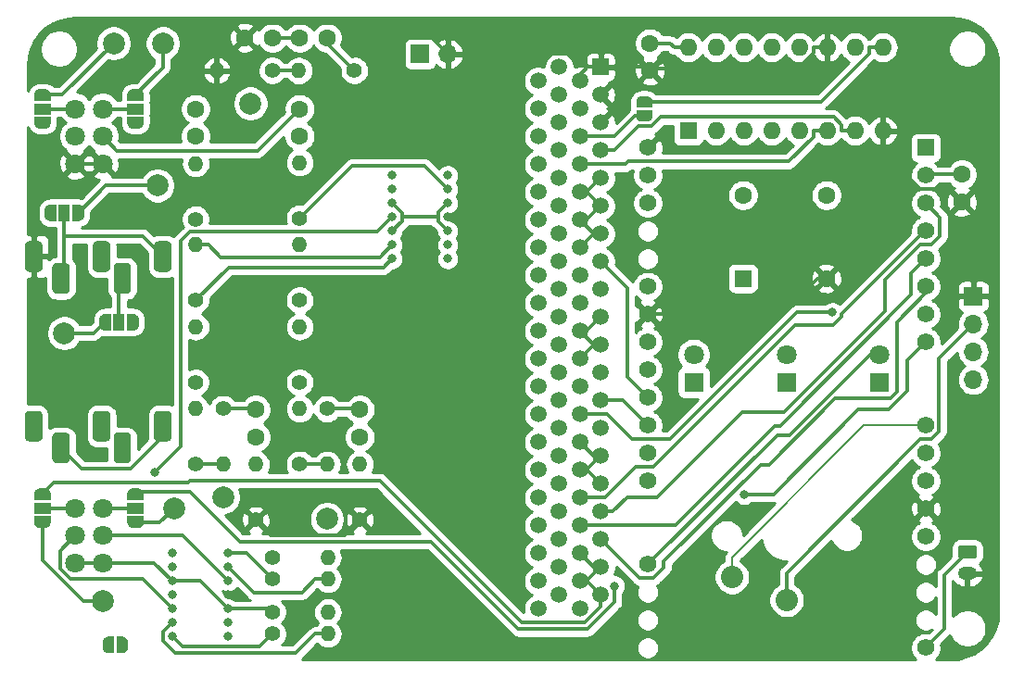
<source format=gtl>
G04 #@! TF.GenerationSoftware,KiCad,Pcbnew,(5.1.2)-1*
G04 #@! TF.CreationDate,2019-07-19T10:40:57+09:00*
G04 #@! TF.ProjectId,Chip_da_Tunetaro,43686970-5f64-4615-9f54-756e65746172,rev?*
G04 #@! TF.SameCoordinates,Original*
G04 #@! TF.FileFunction,Copper,L1,Top*
G04 #@! TF.FilePolarity,Positive*
%FSLAX46Y46*%
G04 Gerber Fmt 4.6, Leading zero omitted, Abs format (unit mm)*
G04 Created by KiCad (PCBNEW (5.1.2)-1) date 2019-07-19 10:40:57*
%MOMM*%
%LPD*%
G04 APERTURE LIST*
%ADD10R,1.560000X1.560000*%
%ADD11C,1.560000*%
%ADD12C,1.600000*%
%ADD13R,1.500000X1.500000*%
%ADD14C,1.500000*%
%ADD15C,0.100000*%
%ADD16C,1.200000*%
%ADD17O,1.750000X1.200000*%
%ADD18R,1.700000X1.700000*%
%ADD19O,1.700000X1.700000*%
%ADD20C,0.500000*%
%ADD21C,2.032000*%
%ADD22R,1.600000X1.600000*%
%ADD23O,1.600000X1.600000*%
%ADD24R,1.800000X1.800000*%
%ADD25C,1.800000*%
%ADD26R,1.500000X1.000000*%
%ADD27R,1.000000X1.500000*%
%ADD28C,1.400000*%
%ADD29O,1.400000X1.400000*%
%ADD30C,2.000000*%
%ADD31C,0.800000*%
%ADD32C,0.300000*%
%ADD33C,0.200000*%
%ADD34C,0.254000*%
G04 APERTURE END LIST*
D10*
X172700000Y-82540000D03*
D11*
X172700000Y-85080000D03*
X172700000Y-128260000D03*
X172700000Y-87620000D03*
X172700000Y-90160000D03*
X172700000Y-92700000D03*
X172700000Y-95240000D03*
X172700000Y-97780000D03*
X172700000Y-100320000D03*
X172700000Y-107940000D03*
X172700000Y-110480000D03*
X172700000Y-113020000D03*
X172700000Y-115560000D03*
X172700000Y-118100000D03*
X147300000Y-120640000D03*
X147300000Y-113020000D03*
X147300000Y-110480000D03*
X147300000Y-107940000D03*
X147300000Y-105400000D03*
X147300000Y-102860000D03*
X147300000Y-100320000D03*
X147300000Y-97780000D03*
X147300000Y-95240000D03*
X147300000Y-87620000D03*
X147300000Y-85080000D03*
X147300000Y-82540000D03*
D12*
X176000000Y-85000000D03*
X176000000Y-87500000D03*
X147500000Y-75500000D03*
X147500000Y-73000000D03*
D13*
X143002000Y-75184000D03*
D14*
X139202000Y-75184000D03*
X141102000Y-76454000D03*
X137302000Y-76454000D03*
X143002000Y-77724000D03*
X139202000Y-77724000D03*
X141102000Y-78994000D03*
X137302000Y-78994000D03*
X143002000Y-80264000D03*
X139202000Y-80264000D03*
X141102000Y-81534000D03*
X137302000Y-81534000D03*
X143002000Y-82804000D03*
X139202000Y-82804000D03*
X141102000Y-84074000D03*
X137302000Y-84074000D03*
X143002000Y-85344000D03*
X139202000Y-85344000D03*
X141102000Y-86614000D03*
X137302000Y-86614000D03*
X143002000Y-87884000D03*
X139202000Y-87884000D03*
X141102000Y-89154000D03*
X137302000Y-89154000D03*
X143002000Y-90424000D03*
X139202000Y-90424000D03*
X141102000Y-91694000D03*
X137302000Y-91694000D03*
X143002000Y-92964000D03*
X139202000Y-92964000D03*
X141102000Y-94234000D03*
X137302000Y-94234000D03*
X143002000Y-95504000D03*
X139202000Y-95504000D03*
X141102000Y-96774000D03*
X137302000Y-96774000D03*
X143002000Y-98044000D03*
X139202000Y-98044000D03*
X141102000Y-99314000D03*
X137302000Y-99314000D03*
X143002000Y-100584000D03*
X139202000Y-100584000D03*
X141102000Y-101854000D03*
X137302000Y-101854000D03*
X143002000Y-103124000D03*
X139202000Y-103124000D03*
X141102000Y-104394000D03*
X137302000Y-104394000D03*
X143002000Y-105664000D03*
X139202000Y-105664000D03*
X141102000Y-106934000D03*
X137302000Y-106934000D03*
X143002000Y-108204000D03*
X139202000Y-108204000D03*
X141102000Y-109474000D03*
X137302000Y-109474000D03*
X143002000Y-110744000D03*
X139202000Y-110744000D03*
X141102000Y-112014000D03*
X137302000Y-112014000D03*
X143002000Y-113284000D03*
X139202000Y-113284000D03*
X141102000Y-114554000D03*
X137302000Y-114554000D03*
X143002000Y-115824000D03*
X139202000Y-115824000D03*
X141102000Y-117094000D03*
X137302000Y-117094000D03*
X143002000Y-118364000D03*
X139202000Y-118364000D03*
X141102000Y-119634000D03*
X137302000Y-119634000D03*
X143002000Y-120904000D03*
X139202000Y-120904000D03*
X141102000Y-122174000D03*
X137302000Y-122174000D03*
X143002000Y-123444000D03*
X139202000Y-123444000D03*
X141102000Y-124714000D03*
X137302000Y-124714000D03*
D15*
G36*
X177149505Y-118901204D02*
G01*
X177173773Y-118904804D01*
X177197572Y-118910765D01*
X177220671Y-118919030D01*
X177242850Y-118929520D01*
X177263893Y-118942132D01*
X177283599Y-118956747D01*
X177301777Y-118973223D01*
X177318253Y-118991401D01*
X177332868Y-119011107D01*
X177345480Y-119032150D01*
X177355970Y-119054329D01*
X177364235Y-119077428D01*
X177370196Y-119101227D01*
X177373796Y-119125495D01*
X177375000Y-119149999D01*
X177375000Y-119850001D01*
X177373796Y-119874505D01*
X177370196Y-119898773D01*
X177364235Y-119922572D01*
X177355970Y-119945671D01*
X177345480Y-119967850D01*
X177332868Y-119988893D01*
X177318253Y-120008599D01*
X177301777Y-120026777D01*
X177283599Y-120043253D01*
X177263893Y-120057868D01*
X177242850Y-120070480D01*
X177220671Y-120080970D01*
X177197572Y-120089235D01*
X177173773Y-120095196D01*
X177149505Y-120098796D01*
X177125001Y-120100000D01*
X175874999Y-120100000D01*
X175850495Y-120098796D01*
X175826227Y-120095196D01*
X175802428Y-120089235D01*
X175779329Y-120080970D01*
X175757150Y-120070480D01*
X175736107Y-120057868D01*
X175716401Y-120043253D01*
X175698223Y-120026777D01*
X175681747Y-120008599D01*
X175667132Y-119988893D01*
X175654520Y-119967850D01*
X175644030Y-119945671D01*
X175635765Y-119922572D01*
X175629804Y-119898773D01*
X175626204Y-119874505D01*
X175625000Y-119850001D01*
X175625000Y-119149999D01*
X175626204Y-119125495D01*
X175629804Y-119101227D01*
X175635765Y-119077428D01*
X175644030Y-119054329D01*
X175654520Y-119032150D01*
X175667132Y-119011107D01*
X175681747Y-118991401D01*
X175698223Y-118973223D01*
X175716401Y-118956747D01*
X175736107Y-118942132D01*
X175757150Y-118929520D01*
X175779329Y-118919030D01*
X175802428Y-118910765D01*
X175826227Y-118904804D01*
X175850495Y-118901204D01*
X175874999Y-118900000D01*
X177125001Y-118900000D01*
X177149505Y-118901204D01*
X177149505Y-118901204D01*
G37*
D16*
X176500000Y-119500000D03*
D17*
X176500000Y-121500000D03*
D18*
X177038000Y-96139000D03*
D19*
X177038000Y-98679000D03*
X177038000Y-101219000D03*
X177038000Y-103759000D03*
D20*
X147000000Y-79650000D03*
D15*
G36*
X147750000Y-79150000D02*
G01*
X147750000Y-79650000D01*
X147749398Y-79650000D01*
X147749398Y-79674534D01*
X147744588Y-79723365D01*
X147735016Y-79771490D01*
X147720772Y-79818445D01*
X147701995Y-79863778D01*
X147678864Y-79907051D01*
X147651604Y-79947850D01*
X147620476Y-79985779D01*
X147585779Y-80020476D01*
X147547850Y-80051604D01*
X147507051Y-80078864D01*
X147463778Y-80101995D01*
X147418445Y-80120772D01*
X147371490Y-80135016D01*
X147323365Y-80144588D01*
X147274534Y-80149398D01*
X147250000Y-80149398D01*
X147250000Y-80150000D01*
X146750000Y-80150000D01*
X146750000Y-80149398D01*
X146725466Y-80149398D01*
X146676635Y-80144588D01*
X146628510Y-80135016D01*
X146581555Y-80120772D01*
X146536222Y-80101995D01*
X146492949Y-80078864D01*
X146452150Y-80051604D01*
X146414221Y-80020476D01*
X146379524Y-79985779D01*
X146348396Y-79947850D01*
X146321136Y-79907051D01*
X146298005Y-79863778D01*
X146279228Y-79818445D01*
X146264984Y-79771490D01*
X146255412Y-79723365D01*
X146250602Y-79674534D01*
X146250602Y-79650000D01*
X146250000Y-79650000D01*
X146250000Y-79150000D01*
X147750000Y-79150000D01*
X147750000Y-79150000D01*
G37*
D20*
X147000000Y-78350000D03*
D15*
G36*
X146250602Y-78350000D02*
G01*
X146250602Y-78325466D01*
X146255412Y-78276635D01*
X146264984Y-78228510D01*
X146279228Y-78181555D01*
X146298005Y-78136222D01*
X146321136Y-78092949D01*
X146348396Y-78052150D01*
X146379524Y-78014221D01*
X146414221Y-77979524D01*
X146452150Y-77948396D01*
X146492949Y-77921136D01*
X146536222Y-77898005D01*
X146581555Y-77879228D01*
X146628510Y-77864984D01*
X146676635Y-77855412D01*
X146725466Y-77850602D01*
X146750000Y-77850602D01*
X146750000Y-77850000D01*
X147250000Y-77850000D01*
X147250000Y-77850602D01*
X147274534Y-77850602D01*
X147323365Y-77855412D01*
X147371490Y-77864984D01*
X147418445Y-77879228D01*
X147463778Y-77898005D01*
X147507051Y-77921136D01*
X147547850Y-77948396D01*
X147585779Y-77979524D01*
X147620476Y-78014221D01*
X147651604Y-78052150D01*
X147678864Y-78092949D01*
X147701995Y-78136222D01*
X147720772Y-78181555D01*
X147735016Y-78228510D01*
X147744588Y-78276635D01*
X147749398Y-78325466D01*
X147749398Y-78350000D01*
X147750000Y-78350000D01*
X147750000Y-78850000D01*
X146250000Y-78850000D01*
X146250000Y-78350000D01*
X146250602Y-78350000D01*
X146250602Y-78350000D01*
G37*
D21*
X155000000Y-121800000D03*
X160000000Y-123900000D03*
D22*
X151000000Y-81000000D03*
D23*
X168780000Y-73380000D03*
X153540000Y-81000000D03*
X166240000Y-73380000D03*
X156080000Y-81000000D03*
X163700000Y-73380000D03*
X158620000Y-81000000D03*
X161160000Y-73380000D03*
X161160000Y-81000000D03*
X158620000Y-73380000D03*
X163700000Y-81000000D03*
X156080000Y-73380000D03*
X166240000Y-81000000D03*
X153540000Y-73380000D03*
X168780000Y-81000000D03*
X151000000Y-73380000D03*
D22*
X156000000Y-94500000D03*
D12*
X156000000Y-86880000D03*
X163620000Y-86880000D03*
X163620000Y-94500000D03*
D24*
X151500000Y-104000000D03*
D25*
X151500000Y-101460000D03*
X160000000Y-101460000D03*
D24*
X160000000Y-104000000D03*
X168500000Y-104000000D03*
D25*
X168500000Y-101460000D03*
D12*
X118000000Y-72500000D03*
X115500000Y-72500000D03*
X110500000Y-72500000D03*
X113000000Y-72500000D03*
X111500000Y-109000000D03*
X111500000Y-106500000D03*
X106000000Y-79000000D03*
X106000000Y-81500000D03*
X121000000Y-106500000D03*
X121000000Y-109000000D03*
X115500000Y-81500000D03*
X115500000Y-79000000D03*
D20*
X92000000Y-116800000D03*
D15*
G36*
X92750000Y-116250000D02*
G01*
X92750000Y-116800000D01*
X92749398Y-116800000D01*
X92749398Y-116824534D01*
X92744588Y-116873365D01*
X92735016Y-116921490D01*
X92720772Y-116968445D01*
X92701995Y-117013778D01*
X92678864Y-117057051D01*
X92651604Y-117097850D01*
X92620476Y-117135779D01*
X92585779Y-117170476D01*
X92547850Y-117201604D01*
X92507051Y-117228864D01*
X92463778Y-117251995D01*
X92418445Y-117270772D01*
X92371490Y-117285016D01*
X92323365Y-117294588D01*
X92274534Y-117299398D01*
X92250000Y-117299398D01*
X92250000Y-117300000D01*
X91750000Y-117300000D01*
X91750000Y-117299398D01*
X91725466Y-117299398D01*
X91676635Y-117294588D01*
X91628510Y-117285016D01*
X91581555Y-117270772D01*
X91536222Y-117251995D01*
X91492949Y-117228864D01*
X91452150Y-117201604D01*
X91414221Y-117170476D01*
X91379524Y-117135779D01*
X91348396Y-117097850D01*
X91321136Y-117057051D01*
X91298005Y-117013778D01*
X91279228Y-116968445D01*
X91264984Y-116921490D01*
X91255412Y-116873365D01*
X91250602Y-116824534D01*
X91250602Y-116800000D01*
X91250000Y-116800000D01*
X91250000Y-116250000D01*
X92750000Y-116250000D01*
X92750000Y-116250000D01*
G37*
D20*
X92000000Y-114200000D03*
D15*
G36*
X91250602Y-114200000D02*
G01*
X91250602Y-114175466D01*
X91255412Y-114126635D01*
X91264984Y-114078510D01*
X91279228Y-114031555D01*
X91298005Y-113986222D01*
X91321136Y-113942949D01*
X91348396Y-113902150D01*
X91379524Y-113864221D01*
X91414221Y-113829524D01*
X91452150Y-113798396D01*
X91492949Y-113771136D01*
X91536222Y-113748005D01*
X91581555Y-113729228D01*
X91628510Y-113714984D01*
X91676635Y-113705412D01*
X91725466Y-113700602D01*
X91750000Y-113700602D01*
X91750000Y-113700000D01*
X92250000Y-113700000D01*
X92250000Y-113700602D01*
X92274534Y-113700602D01*
X92323365Y-113705412D01*
X92371490Y-113714984D01*
X92418445Y-113729228D01*
X92463778Y-113748005D01*
X92507051Y-113771136D01*
X92547850Y-113798396D01*
X92585779Y-113829524D01*
X92620476Y-113864221D01*
X92651604Y-113902150D01*
X92678864Y-113942949D01*
X92701995Y-113986222D01*
X92720772Y-114031555D01*
X92735016Y-114078510D01*
X92744588Y-114126635D01*
X92749398Y-114175466D01*
X92749398Y-114200000D01*
X92750000Y-114200000D01*
X92750000Y-114750000D01*
X91250000Y-114750000D01*
X91250000Y-114200000D01*
X91250602Y-114200000D01*
X91250602Y-114200000D01*
G37*
D26*
X92000000Y-115500000D03*
X100500000Y-115500000D03*
D20*
X100500000Y-114200000D03*
D15*
G36*
X99750602Y-114200000D02*
G01*
X99750602Y-114175466D01*
X99755412Y-114126635D01*
X99764984Y-114078510D01*
X99779228Y-114031555D01*
X99798005Y-113986222D01*
X99821136Y-113942949D01*
X99848396Y-113902150D01*
X99879524Y-113864221D01*
X99914221Y-113829524D01*
X99952150Y-113798396D01*
X99992949Y-113771136D01*
X100036222Y-113748005D01*
X100081555Y-113729228D01*
X100128510Y-113714984D01*
X100176635Y-113705412D01*
X100225466Y-113700602D01*
X100250000Y-113700602D01*
X100250000Y-113700000D01*
X100750000Y-113700000D01*
X100750000Y-113700602D01*
X100774534Y-113700602D01*
X100823365Y-113705412D01*
X100871490Y-113714984D01*
X100918445Y-113729228D01*
X100963778Y-113748005D01*
X101007051Y-113771136D01*
X101047850Y-113798396D01*
X101085779Y-113829524D01*
X101120476Y-113864221D01*
X101151604Y-113902150D01*
X101178864Y-113942949D01*
X101201995Y-113986222D01*
X101220772Y-114031555D01*
X101235016Y-114078510D01*
X101244588Y-114126635D01*
X101249398Y-114175466D01*
X101249398Y-114200000D01*
X101250000Y-114200000D01*
X101250000Y-114750000D01*
X99750000Y-114750000D01*
X99750000Y-114200000D01*
X99750602Y-114200000D01*
X99750602Y-114200000D01*
G37*
D20*
X100500000Y-116800000D03*
D15*
G36*
X101250000Y-116250000D02*
G01*
X101250000Y-116800000D01*
X101249398Y-116800000D01*
X101249398Y-116824534D01*
X101244588Y-116873365D01*
X101235016Y-116921490D01*
X101220772Y-116968445D01*
X101201995Y-117013778D01*
X101178864Y-117057051D01*
X101151604Y-117097850D01*
X101120476Y-117135779D01*
X101085779Y-117170476D01*
X101047850Y-117201604D01*
X101007051Y-117228864D01*
X100963778Y-117251995D01*
X100918445Y-117270772D01*
X100871490Y-117285016D01*
X100823365Y-117294588D01*
X100774534Y-117299398D01*
X100750000Y-117299398D01*
X100750000Y-117300000D01*
X100250000Y-117300000D01*
X100250000Y-117299398D01*
X100225466Y-117299398D01*
X100176635Y-117294588D01*
X100128510Y-117285016D01*
X100081555Y-117270772D01*
X100036222Y-117251995D01*
X99992949Y-117228864D01*
X99952150Y-117201604D01*
X99914221Y-117170476D01*
X99879524Y-117135779D01*
X99848396Y-117097850D01*
X99821136Y-117057051D01*
X99798005Y-117013778D01*
X99779228Y-116968445D01*
X99764984Y-116921490D01*
X99755412Y-116873365D01*
X99750602Y-116824534D01*
X99750602Y-116800000D01*
X99750000Y-116800000D01*
X99750000Y-116250000D01*
X101250000Y-116250000D01*
X101250000Y-116250000D01*
G37*
D20*
X98000000Y-128000000D03*
D15*
G36*
X98500000Y-128750000D02*
G01*
X98000000Y-128750000D01*
X98000000Y-128749398D01*
X97975466Y-128749398D01*
X97926635Y-128744588D01*
X97878510Y-128735016D01*
X97831555Y-128720772D01*
X97786222Y-128701995D01*
X97742949Y-128678864D01*
X97702150Y-128651604D01*
X97664221Y-128620476D01*
X97629524Y-128585779D01*
X97598396Y-128547850D01*
X97571136Y-128507051D01*
X97548005Y-128463778D01*
X97529228Y-128418445D01*
X97514984Y-128371490D01*
X97505412Y-128323365D01*
X97500602Y-128274534D01*
X97500602Y-128250000D01*
X97500000Y-128250000D01*
X97500000Y-127750000D01*
X97500602Y-127750000D01*
X97500602Y-127725466D01*
X97505412Y-127676635D01*
X97514984Y-127628510D01*
X97529228Y-127581555D01*
X97548005Y-127536222D01*
X97571136Y-127492949D01*
X97598396Y-127452150D01*
X97629524Y-127414221D01*
X97664221Y-127379524D01*
X97702150Y-127348396D01*
X97742949Y-127321136D01*
X97786222Y-127298005D01*
X97831555Y-127279228D01*
X97878510Y-127264984D01*
X97926635Y-127255412D01*
X97975466Y-127250602D01*
X98000000Y-127250602D01*
X98000000Y-127250000D01*
X98500000Y-127250000D01*
X98500000Y-128750000D01*
X98500000Y-128750000D01*
G37*
D20*
X99300000Y-128000000D03*
D15*
G36*
X99300000Y-127250602D02*
G01*
X99324534Y-127250602D01*
X99373365Y-127255412D01*
X99421490Y-127264984D01*
X99468445Y-127279228D01*
X99513778Y-127298005D01*
X99557051Y-127321136D01*
X99597850Y-127348396D01*
X99635779Y-127379524D01*
X99670476Y-127414221D01*
X99701604Y-127452150D01*
X99728864Y-127492949D01*
X99751995Y-127536222D01*
X99770772Y-127581555D01*
X99785016Y-127628510D01*
X99794588Y-127676635D01*
X99799398Y-127725466D01*
X99799398Y-127750000D01*
X99800000Y-127750000D01*
X99800000Y-128250000D01*
X99799398Y-128250000D01*
X99799398Y-128274534D01*
X99794588Y-128323365D01*
X99785016Y-128371490D01*
X99770772Y-128418445D01*
X99751995Y-128463778D01*
X99728864Y-128507051D01*
X99701604Y-128547850D01*
X99670476Y-128585779D01*
X99635779Y-128620476D01*
X99597850Y-128651604D01*
X99557051Y-128678864D01*
X99513778Y-128701995D01*
X99468445Y-128720772D01*
X99421490Y-128735016D01*
X99373365Y-128744588D01*
X99324534Y-128749398D01*
X99300000Y-128749398D01*
X99300000Y-128750000D01*
X98800000Y-128750000D01*
X98800000Y-127250000D01*
X99300000Y-127250000D01*
X99300000Y-127250602D01*
X99300000Y-127250602D01*
G37*
D20*
X97700000Y-98500000D03*
D15*
G36*
X98250000Y-99250000D02*
G01*
X97700000Y-99250000D01*
X97700000Y-99249398D01*
X97675466Y-99249398D01*
X97626635Y-99244588D01*
X97578510Y-99235016D01*
X97531555Y-99220772D01*
X97486222Y-99201995D01*
X97442949Y-99178864D01*
X97402150Y-99151604D01*
X97364221Y-99120476D01*
X97329524Y-99085779D01*
X97298396Y-99047850D01*
X97271136Y-99007051D01*
X97248005Y-98963778D01*
X97229228Y-98918445D01*
X97214984Y-98871490D01*
X97205412Y-98823365D01*
X97200602Y-98774534D01*
X97200602Y-98750000D01*
X97200000Y-98750000D01*
X97200000Y-98250000D01*
X97200602Y-98250000D01*
X97200602Y-98225466D01*
X97205412Y-98176635D01*
X97214984Y-98128510D01*
X97229228Y-98081555D01*
X97248005Y-98036222D01*
X97271136Y-97992949D01*
X97298396Y-97952150D01*
X97329524Y-97914221D01*
X97364221Y-97879524D01*
X97402150Y-97848396D01*
X97442949Y-97821136D01*
X97486222Y-97798005D01*
X97531555Y-97779228D01*
X97578510Y-97764984D01*
X97626635Y-97755412D01*
X97675466Y-97750602D01*
X97700000Y-97750602D01*
X97700000Y-97750000D01*
X98250000Y-97750000D01*
X98250000Y-99250000D01*
X98250000Y-99250000D01*
G37*
D20*
X100300000Y-98500000D03*
D15*
G36*
X100300000Y-97750602D02*
G01*
X100324534Y-97750602D01*
X100373365Y-97755412D01*
X100421490Y-97764984D01*
X100468445Y-97779228D01*
X100513778Y-97798005D01*
X100557051Y-97821136D01*
X100597850Y-97848396D01*
X100635779Y-97879524D01*
X100670476Y-97914221D01*
X100701604Y-97952150D01*
X100728864Y-97992949D01*
X100751995Y-98036222D01*
X100770772Y-98081555D01*
X100785016Y-98128510D01*
X100794588Y-98176635D01*
X100799398Y-98225466D01*
X100799398Y-98250000D01*
X100800000Y-98250000D01*
X100800000Y-98750000D01*
X100799398Y-98750000D01*
X100799398Y-98774534D01*
X100794588Y-98823365D01*
X100785016Y-98871490D01*
X100770772Y-98918445D01*
X100751995Y-98963778D01*
X100728864Y-99007051D01*
X100701604Y-99047850D01*
X100670476Y-99085779D01*
X100635779Y-99120476D01*
X100597850Y-99151604D01*
X100557051Y-99178864D01*
X100513778Y-99201995D01*
X100468445Y-99220772D01*
X100421490Y-99235016D01*
X100373365Y-99244588D01*
X100324534Y-99249398D01*
X100300000Y-99249398D01*
X100300000Y-99250000D01*
X99750000Y-99250000D01*
X99750000Y-97750000D01*
X100300000Y-97750000D01*
X100300000Y-97750602D01*
X100300000Y-97750602D01*
G37*
D27*
X99000000Y-98500000D03*
D20*
X95300000Y-88500000D03*
D15*
G36*
X94750000Y-87750000D02*
G01*
X95300000Y-87750000D01*
X95300000Y-87750602D01*
X95324534Y-87750602D01*
X95373365Y-87755412D01*
X95421490Y-87764984D01*
X95468445Y-87779228D01*
X95513778Y-87798005D01*
X95557051Y-87821136D01*
X95597850Y-87848396D01*
X95635779Y-87879524D01*
X95670476Y-87914221D01*
X95701604Y-87952150D01*
X95728864Y-87992949D01*
X95751995Y-88036222D01*
X95770772Y-88081555D01*
X95785016Y-88128510D01*
X95794588Y-88176635D01*
X95799398Y-88225466D01*
X95799398Y-88250000D01*
X95800000Y-88250000D01*
X95800000Y-88750000D01*
X95799398Y-88750000D01*
X95799398Y-88774534D01*
X95794588Y-88823365D01*
X95785016Y-88871490D01*
X95770772Y-88918445D01*
X95751995Y-88963778D01*
X95728864Y-89007051D01*
X95701604Y-89047850D01*
X95670476Y-89085779D01*
X95635779Y-89120476D01*
X95597850Y-89151604D01*
X95557051Y-89178864D01*
X95513778Y-89201995D01*
X95468445Y-89220772D01*
X95421490Y-89235016D01*
X95373365Y-89244588D01*
X95324534Y-89249398D01*
X95300000Y-89249398D01*
X95300000Y-89250000D01*
X94750000Y-89250000D01*
X94750000Y-87750000D01*
X94750000Y-87750000D01*
G37*
D20*
X92700000Y-88500000D03*
D15*
G36*
X92700000Y-89249398D02*
G01*
X92675466Y-89249398D01*
X92626635Y-89244588D01*
X92578510Y-89235016D01*
X92531555Y-89220772D01*
X92486222Y-89201995D01*
X92442949Y-89178864D01*
X92402150Y-89151604D01*
X92364221Y-89120476D01*
X92329524Y-89085779D01*
X92298396Y-89047850D01*
X92271136Y-89007051D01*
X92248005Y-88963778D01*
X92229228Y-88918445D01*
X92214984Y-88871490D01*
X92205412Y-88823365D01*
X92200602Y-88774534D01*
X92200602Y-88750000D01*
X92200000Y-88750000D01*
X92200000Y-88250000D01*
X92200602Y-88250000D01*
X92200602Y-88225466D01*
X92205412Y-88176635D01*
X92214984Y-88128510D01*
X92229228Y-88081555D01*
X92248005Y-88036222D01*
X92271136Y-87992949D01*
X92298396Y-87952150D01*
X92329524Y-87914221D01*
X92364221Y-87879524D01*
X92402150Y-87848396D01*
X92442949Y-87821136D01*
X92486222Y-87798005D01*
X92531555Y-87779228D01*
X92578510Y-87764984D01*
X92626635Y-87755412D01*
X92675466Y-87750602D01*
X92700000Y-87750602D01*
X92700000Y-87750000D01*
X93250000Y-87750000D01*
X93250000Y-89250000D01*
X92700000Y-89250000D01*
X92700000Y-89249398D01*
X92700000Y-89249398D01*
G37*
D27*
X94000000Y-88500000D03*
D26*
X92000000Y-79000000D03*
D20*
X92000000Y-80300000D03*
D15*
G36*
X92749398Y-80300000D02*
G01*
X92749398Y-80324534D01*
X92744588Y-80373365D01*
X92735016Y-80421490D01*
X92720772Y-80468445D01*
X92701995Y-80513778D01*
X92678864Y-80557051D01*
X92651604Y-80597850D01*
X92620476Y-80635779D01*
X92585779Y-80670476D01*
X92547850Y-80701604D01*
X92507051Y-80728864D01*
X92463778Y-80751995D01*
X92418445Y-80770772D01*
X92371490Y-80785016D01*
X92323365Y-80794588D01*
X92274534Y-80799398D01*
X92250000Y-80799398D01*
X92250000Y-80800000D01*
X91750000Y-80800000D01*
X91750000Y-80799398D01*
X91725466Y-80799398D01*
X91676635Y-80794588D01*
X91628510Y-80785016D01*
X91581555Y-80770772D01*
X91536222Y-80751995D01*
X91492949Y-80728864D01*
X91452150Y-80701604D01*
X91414221Y-80670476D01*
X91379524Y-80635779D01*
X91348396Y-80597850D01*
X91321136Y-80557051D01*
X91298005Y-80513778D01*
X91279228Y-80468445D01*
X91264984Y-80421490D01*
X91255412Y-80373365D01*
X91250602Y-80324534D01*
X91250602Y-80300000D01*
X91250000Y-80300000D01*
X91250000Y-79750000D01*
X92750000Y-79750000D01*
X92750000Y-80300000D01*
X92749398Y-80300000D01*
X92749398Y-80300000D01*
G37*
D20*
X92000000Y-77700000D03*
D15*
G36*
X91250000Y-78250000D02*
G01*
X91250000Y-77700000D01*
X91250602Y-77700000D01*
X91250602Y-77675466D01*
X91255412Y-77626635D01*
X91264984Y-77578510D01*
X91279228Y-77531555D01*
X91298005Y-77486222D01*
X91321136Y-77442949D01*
X91348396Y-77402150D01*
X91379524Y-77364221D01*
X91414221Y-77329524D01*
X91452150Y-77298396D01*
X91492949Y-77271136D01*
X91536222Y-77248005D01*
X91581555Y-77229228D01*
X91628510Y-77214984D01*
X91676635Y-77205412D01*
X91725466Y-77200602D01*
X91750000Y-77200602D01*
X91750000Y-77200000D01*
X92250000Y-77200000D01*
X92250000Y-77200602D01*
X92274534Y-77200602D01*
X92323365Y-77205412D01*
X92371490Y-77214984D01*
X92418445Y-77229228D01*
X92463778Y-77248005D01*
X92507051Y-77271136D01*
X92547850Y-77298396D01*
X92585779Y-77329524D01*
X92620476Y-77364221D01*
X92651604Y-77402150D01*
X92678864Y-77442949D01*
X92701995Y-77486222D01*
X92720772Y-77531555D01*
X92735016Y-77578510D01*
X92744588Y-77626635D01*
X92749398Y-77675466D01*
X92749398Y-77700000D01*
X92750000Y-77700000D01*
X92750000Y-78250000D01*
X91250000Y-78250000D01*
X91250000Y-78250000D01*
G37*
D26*
X100500000Y-79000000D03*
D20*
X100500000Y-80300000D03*
D15*
G36*
X101249398Y-80300000D02*
G01*
X101249398Y-80324534D01*
X101244588Y-80373365D01*
X101235016Y-80421490D01*
X101220772Y-80468445D01*
X101201995Y-80513778D01*
X101178864Y-80557051D01*
X101151604Y-80597850D01*
X101120476Y-80635779D01*
X101085779Y-80670476D01*
X101047850Y-80701604D01*
X101007051Y-80728864D01*
X100963778Y-80751995D01*
X100918445Y-80770772D01*
X100871490Y-80785016D01*
X100823365Y-80794588D01*
X100774534Y-80799398D01*
X100750000Y-80799398D01*
X100750000Y-80800000D01*
X100250000Y-80800000D01*
X100250000Y-80799398D01*
X100225466Y-80799398D01*
X100176635Y-80794588D01*
X100128510Y-80785016D01*
X100081555Y-80770772D01*
X100036222Y-80751995D01*
X99992949Y-80728864D01*
X99952150Y-80701604D01*
X99914221Y-80670476D01*
X99879524Y-80635779D01*
X99848396Y-80597850D01*
X99821136Y-80557051D01*
X99798005Y-80513778D01*
X99779228Y-80468445D01*
X99764984Y-80421490D01*
X99755412Y-80373365D01*
X99750602Y-80324534D01*
X99750602Y-80300000D01*
X99750000Y-80300000D01*
X99750000Y-79750000D01*
X101250000Y-79750000D01*
X101250000Y-80300000D01*
X101249398Y-80300000D01*
X101249398Y-80300000D01*
G37*
D20*
X100500000Y-77700000D03*
D15*
G36*
X99750000Y-78250000D02*
G01*
X99750000Y-77700000D01*
X99750602Y-77700000D01*
X99750602Y-77675466D01*
X99755412Y-77626635D01*
X99764984Y-77578510D01*
X99779228Y-77531555D01*
X99798005Y-77486222D01*
X99821136Y-77442949D01*
X99848396Y-77402150D01*
X99879524Y-77364221D01*
X99914221Y-77329524D01*
X99952150Y-77298396D01*
X99992949Y-77271136D01*
X100036222Y-77248005D01*
X100081555Y-77229228D01*
X100128510Y-77214984D01*
X100176635Y-77205412D01*
X100225466Y-77200602D01*
X100250000Y-77200602D01*
X100250000Y-77200000D01*
X100750000Y-77200000D01*
X100750000Y-77200602D01*
X100774534Y-77200602D01*
X100823365Y-77205412D01*
X100871490Y-77214984D01*
X100918445Y-77229228D01*
X100963778Y-77248005D01*
X101007051Y-77271136D01*
X101047850Y-77298396D01*
X101085779Y-77329524D01*
X101120476Y-77364221D01*
X101151604Y-77402150D01*
X101178864Y-77442949D01*
X101201995Y-77486222D01*
X101220772Y-77531555D01*
X101235016Y-77578510D01*
X101244588Y-77626635D01*
X101249398Y-77675466D01*
X101249398Y-77700000D01*
X101250000Y-77700000D01*
X101250000Y-78250000D01*
X99750000Y-78250000D01*
X99750000Y-78250000D01*
G37*
D28*
X113000000Y-127000000D03*
D29*
X118080000Y-127000000D03*
D28*
X113000000Y-122000000D03*
D29*
X118080000Y-122000000D03*
X118080000Y-125000000D03*
D28*
X113000000Y-125000000D03*
D29*
X118080000Y-120000000D03*
D28*
X113000000Y-120000000D03*
X120500000Y-75500000D03*
D29*
X115420000Y-75500000D03*
X107920000Y-75500000D03*
D28*
X113000000Y-75500000D03*
X108500000Y-106420000D03*
D29*
X108500000Y-111500000D03*
D28*
X106000000Y-104000000D03*
D29*
X106000000Y-98920000D03*
X106000000Y-84000000D03*
D28*
X106000000Y-89080000D03*
D29*
X111500000Y-111500000D03*
D28*
X111500000Y-116580000D03*
D29*
X106000000Y-106420000D03*
D28*
X106000000Y-111500000D03*
X106000000Y-96500000D03*
D29*
X106000000Y-91420000D03*
D28*
X118000000Y-106420000D03*
D29*
X118000000Y-111500000D03*
D28*
X115500000Y-104000000D03*
D29*
X115500000Y-98920000D03*
D28*
X115500000Y-89000000D03*
D29*
X115500000Y-83920000D03*
X121000000Y-111500000D03*
D28*
X121000000Y-116580000D03*
D29*
X115500000Y-106420000D03*
D28*
X115500000Y-111500000D03*
D29*
X115500000Y-91420000D03*
D28*
X115500000Y-96500000D03*
D15*
G36*
X94139207Y-108601926D02*
G01*
X94178036Y-108607686D01*
X94216114Y-108617224D01*
X94253073Y-108630448D01*
X94288559Y-108647231D01*
X94322228Y-108667412D01*
X94353757Y-108690796D01*
X94382843Y-108717157D01*
X94409204Y-108746243D01*
X94432588Y-108777772D01*
X94452769Y-108811441D01*
X94469552Y-108846927D01*
X94482776Y-108883886D01*
X94492314Y-108921964D01*
X94498074Y-108960793D01*
X94500000Y-109000000D01*
X94500000Y-111000000D01*
X94498074Y-111039207D01*
X94492314Y-111078036D01*
X94482776Y-111116114D01*
X94469552Y-111153073D01*
X94452769Y-111188559D01*
X94432588Y-111222228D01*
X94409204Y-111253757D01*
X94382843Y-111282843D01*
X94353757Y-111309204D01*
X94322228Y-111332588D01*
X94288559Y-111352769D01*
X94253073Y-111369552D01*
X94216114Y-111382776D01*
X94178036Y-111392314D01*
X94139207Y-111398074D01*
X94100000Y-111400000D01*
X93300000Y-111400000D01*
X93260793Y-111398074D01*
X93221964Y-111392314D01*
X93183886Y-111382776D01*
X93146927Y-111369552D01*
X93111441Y-111352769D01*
X93077772Y-111332588D01*
X93046243Y-111309204D01*
X93017157Y-111282843D01*
X92990796Y-111253757D01*
X92967412Y-111222228D01*
X92947231Y-111188559D01*
X92930448Y-111153073D01*
X92917224Y-111116114D01*
X92907686Y-111078036D01*
X92901926Y-111039207D01*
X92900000Y-111000000D01*
X92900000Y-109000000D01*
X92901926Y-108960793D01*
X92907686Y-108921964D01*
X92917224Y-108883886D01*
X92930448Y-108846927D01*
X92947231Y-108811441D01*
X92967412Y-108777772D01*
X92990796Y-108746243D01*
X93017157Y-108717157D01*
X93046243Y-108690796D01*
X93077772Y-108667412D01*
X93111441Y-108647231D01*
X93146927Y-108630448D01*
X93183886Y-108617224D01*
X93221964Y-108607686D01*
X93260793Y-108601926D01*
X93300000Y-108600000D01*
X94100000Y-108600000D01*
X94139207Y-108601926D01*
X94139207Y-108601926D01*
G37*
D12*
X93700000Y-110000000D03*
D15*
G36*
X103439207Y-106601926D02*
G01*
X103478036Y-106607686D01*
X103516114Y-106617224D01*
X103553073Y-106630448D01*
X103588559Y-106647231D01*
X103622228Y-106667412D01*
X103653757Y-106690796D01*
X103682843Y-106717157D01*
X103709204Y-106746243D01*
X103732588Y-106777772D01*
X103752769Y-106811441D01*
X103769552Y-106846927D01*
X103782776Y-106883886D01*
X103792314Y-106921964D01*
X103798074Y-106960793D01*
X103800000Y-107000000D01*
X103800000Y-109000000D01*
X103798074Y-109039207D01*
X103792314Y-109078036D01*
X103782776Y-109116114D01*
X103769552Y-109153073D01*
X103752769Y-109188559D01*
X103732588Y-109222228D01*
X103709204Y-109253757D01*
X103682843Y-109282843D01*
X103653757Y-109309204D01*
X103622228Y-109332588D01*
X103588559Y-109352769D01*
X103553073Y-109369552D01*
X103516114Y-109382776D01*
X103478036Y-109392314D01*
X103439207Y-109398074D01*
X103400000Y-109400000D01*
X102600000Y-109400000D01*
X102560793Y-109398074D01*
X102521964Y-109392314D01*
X102483886Y-109382776D01*
X102446927Y-109369552D01*
X102411441Y-109352769D01*
X102377772Y-109332588D01*
X102346243Y-109309204D01*
X102317157Y-109282843D01*
X102290796Y-109253757D01*
X102267412Y-109222228D01*
X102247231Y-109188559D01*
X102230448Y-109153073D01*
X102217224Y-109116114D01*
X102207686Y-109078036D01*
X102201926Y-109039207D01*
X102200000Y-109000000D01*
X102200000Y-107000000D01*
X102201926Y-106960793D01*
X102207686Y-106921964D01*
X102217224Y-106883886D01*
X102230448Y-106846927D01*
X102247231Y-106811441D01*
X102267412Y-106777772D01*
X102290796Y-106746243D01*
X102317157Y-106717157D01*
X102346243Y-106690796D01*
X102377772Y-106667412D01*
X102411441Y-106647231D01*
X102446927Y-106630448D01*
X102483886Y-106617224D01*
X102521964Y-106607686D01*
X102560793Y-106601926D01*
X102600000Y-106600000D01*
X103400000Y-106600000D01*
X103439207Y-106601926D01*
X103439207Y-106601926D01*
G37*
D12*
X103000000Y-108000000D03*
D15*
G36*
X99739207Y-108601926D02*
G01*
X99778036Y-108607686D01*
X99816114Y-108617224D01*
X99853073Y-108630448D01*
X99888559Y-108647231D01*
X99922228Y-108667412D01*
X99953757Y-108690796D01*
X99982843Y-108717157D01*
X100009204Y-108746243D01*
X100032588Y-108777772D01*
X100052769Y-108811441D01*
X100069552Y-108846927D01*
X100082776Y-108883886D01*
X100092314Y-108921964D01*
X100098074Y-108960793D01*
X100100000Y-109000000D01*
X100100000Y-111000000D01*
X100098074Y-111039207D01*
X100092314Y-111078036D01*
X100082776Y-111116114D01*
X100069552Y-111153073D01*
X100052769Y-111188559D01*
X100032588Y-111222228D01*
X100009204Y-111253757D01*
X99982843Y-111282843D01*
X99953757Y-111309204D01*
X99922228Y-111332588D01*
X99888559Y-111352769D01*
X99853073Y-111369552D01*
X99816114Y-111382776D01*
X99778036Y-111392314D01*
X99739207Y-111398074D01*
X99700000Y-111400000D01*
X98900000Y-111400000D01*
X98860793Y-111398074D01*
X98821964Y-111392314D01*
X98783886Y-111382776D01*
X98746927Y-111369552D01*
X98711441Y-111352769D01*
X98677772Y-111332588D01*
X98646243Y-111309204D01*
X98617157Y-111282843D01*
X98590796Y-111253757D01*
X98567412Y-111222228D01*
X98547231Y-111188559D01*
X98530448Y-111153073D01*
X98517224Y-111116114D01*
X98507686Y-111078036D01*
X98501926Y-111039207D01*
X98500000Y-111000000D01*
X98500000Y-109000000D01*
X98501926Y-108960793D01*
X98507686Y-108921964D01*
X98517224Y-108883886D01*
X98530448Y-108846927D01*
X98547231Y-108811441D01*
X98567412Y-108777772D01*
X98590796Y-108746243D01*
X98617157Y-108717157D01*
X98646243Y-108690796D01*
X98677772Y-108667412D01*
X98711441Y-108647231D01*
X98746927Y-108630448D01*
X98783886Y-108617224D01*
X98821964Y-108607686D01*
X98860793Y-108601926D01*
X98900000Y-108600000D01*
X99700000Y-108600000D01*
X99739207Y-108601926D01*
X99739207Y-108601926D01*
G37*
D12*
X99300000Y-110000000D03*
D15*
G36*
X97839207Y-106601926D02*
G01*
X97878036Y-106607686D01*
X97916114Y-106617224D01*
X97953073Y-106630448D01*
X97988559Y-106647231D01*
X98022228Y-106667412D01*
X98053757Y-106690796D01*
X98082843Y-106717157D01*
X98109204Y-106746243D01*
X98132588Y-106777772D01*
X98152769Y-106811441D01*
X98169552Y-106846927D01*
X98182776Y-106883886D01*
X98192314Y-106921964D01*
X98198074Y-106960793D01*
X98200000Y-107000000D01*
X98200000Y-109000000D01*
X98198074Y-109039207D01*
X98192314Y-109078036D01*
X98182776Y-109116114D01*
X98169552Y-109153073D01*
X98152769Y-109188559D01*
X98132588Y-109222228D01*
X98109204Y-109253757D01*
X98082843Y-109282843D01*
X98053757Y-109309204D01*
X98022228Y-109332588D01*
X97988559Y-109352769D01*
X97953073Y-109369552D01*
X97916114Y-109382776D01*
X97878036Y-109392314D01*
X97839207Y-109398074D01*
X97800000Y-109400000D01*
X97000000Y-109400000D01*
X96960793Y-109398074D01*
X96921964Y-109392314D01*
X96883886Y-109382776D01*
X96846927Y-109369552D01*
X96811441Y-109352769D01*
X96777772Y-109332588D01*
X96746243Y-109309204D01*
X96717157Y-109282843D01*
X96690796Y-109253757D01*
X96667412Y-109222228D01*
X96647231Y-109188559D01*
X96630448Y-109153073D01*
X96617224Y-109116114D01*
X96607686Y-109078036D01*
X96601926Y-109039207D01*
X96600000Y-109000000D01*
X96600000Y-107000000D01*
X96601926Y-106960793D01*
X96607686Y-106921964D01*
X96617224Y-106883886D01*
X96630448Y-106846927D01*
X96647231Y-106811441D01*
X96667412Y-106777772D01*
X96690796Y-106746243D01*
X96717157Y-106717157D01*
X96746243Y-106690796D01*
X96777772Y-106667412D01*
X96811441Y-106647231D01*
X96846927Y-106630448D01*
X96883886Y-106617224D01*
X96921964Y-106607686D01*
X96960793Y-106601926D01*
X97000000Y-106600000D01*
X97800000Y-106600000D01*
X97839207Y-106601926D01*
X97839207Y-106601926D01*
G37*
D12*
X97400000Y-108000000D03*
D15*
G36*
X91639207Y-106601926D02*
G01*
X91678036Y-106607686D01*
X91716114Y-106617224D01*
X91753073Y-106630448D01*
X91788559Y-106647231D01*
X91822228Y-106667412D01*
X91853757Y-106690796D01*
X91882843Y-106717157D01*
X91909204Y-106746243D01*
X91932588Y-106777772D01*
X91952769Y-106811441D01*
X91969552Y-106846927D01*
X91982776Y-106883886D01*
X91992314Y-106921964D01*
X91998074Y-106960793D01*
X92000000Y-107000000D01*
X92000000Y-109000000D01*
X91998074Y-109039207D01*
X91992314Y-109078036D01*
X91982776Y-109116114D01*
X91969552Y-109153073D01*
X91952769Y-109188559D01*
X91932588Y-109222228D01*
X91909204Y-109253757D01*
X91882843Y-109282843D01*
X91853757Y-109309204D01*
X91822228Y-109332588D01*
X91788559Y-109352769D01*
X91753073Y-109369552D01*
X91716114Y-109382776D01*
X91678036Y-109392314D01*
X91639207Y-109398074D01*
X91600000Y-109400000D01*
X90800000Y-109400000D01*
X90760793Y-109398074D01*
X90721964Y-109392314D01*
X90683886Y-109382776D01*
X90646927Y-109369552D01*
X90611441Y-109352769D01*
X90577772Y-109332588D01*
X90546243Y-109309204D01*
X90517157Y-109282843D01*
X90490796Y-109253757D01*
X90467412Y-109222228D01*
X90447231Y-109188559D01*
X90430448Y-109153073D01*
X90417224Y-109116114D01*
X90407686Y-109078036D01*
X90401926Y-109039207D01*
X90400000Y-109000000D01*
X90400000Y-107000000D01*
X90401926Y-106960793D01*
X90407686Y-106921964D01*
X90417224Y-106883886D01*
X90430448Y-106846927D01*
X90447231Y-106811441D01*
X90467412Y-106777772D01*
X90490796Y-106746243D01*
X90517157Y-106717157D01*
X90546243Y-106690796D01*
X90577772Y-106667412D01*
X90611441Y-106647231D01*
X90646927Y-106630448D01*
X90683886Y-106617224D01*
X90721964Y-106607686D01*
X90760793Y-106601926D01*
X90800000Y-106600000D01*
X91600000Y-106600000D01*
X91639207Y-106601926D01*
X91639207Y-106601926D01*
G37*
D12*
X91200000Y-108000000D03*
D15*
G36*
X91639207Y-91101926D02*
G01*
X91678036Y-91107686D01*
X91716114Y-91117224D01*
X91753073Y-91130448D01*
X91788559Y-91147231D01*
X91822228Y-91167412D01*
X91853757Y-91190796D01*
X91882843Y-91217157D01*
X91909204Y-91246243D01*
X91932588Y-91277772D01*
X91952769Y-91311441D01*
X91969552Y-91346927D01*
X91982776Y-91383886D01*
X91992314Y-91421964D01*
X91998074Y-91460793D01*
X92000000Y-91500000D01*
X92000000Y-93500000D01*
X91998074Y-93539207D01*
X91992314Y-93578036D01*
X91982776Y-93616114D01*
X91969552Y-93653073D01*
X91952769Y-93688559D01*
X91932588Y-93722228D01*
X91909204Y-93753757D01*
X91882843Y-93782843D01*
X91853757Y-93809204D01*
X91822228Y-93832588D01*
X91788559Y-93852769D01*
X91753073Y-93869552D01*
X91716114Y-93882776D01*
X91678036Y-93892314D01*
X91639207Y-93898074D01*
X91600000Y-93900000D01*
X90800000Y-93900000D01*
X90760793Y-93898074D01*
X90721964Y-93892314D01*
X90683886Y-93882776D01*
X90646927Y-93869552D01*
X90611441Y-93852769D01*
X90577772Y-93832588D01*
X90546243Y-93809204D01*
X90517157Y-93782843D01*
X90490796Y-93753757D01*
X90467412Y-93722228D01*
X90447231Y-93688559D01*
X90430448Y-93653073D01*
X90417224Y-93616114D01*
X90407686Y-93578036D01*
X90401926Y-93539207D01*
X90400000Y-93500000D01*
X90400000Y-91500000D01*
X90401926Y-91460793D01*
X90407686Y-91421964D01*
X90417224Y-91383886D01*
X90430448Y-91346927D01*
X90447231Y-91311441D01*
X90467412Y-91277772D01*
X90490796Y-91246243D01*
X90517157Y-91217157D01*
X90546243Y-91190796D01*
X90577772Y-91167412D01*
X90611441Y-91147231D01*
X90646927Y-91130448D01*
X90683886Y-91117224D01*
X90721964Y-91107686D01*
X90760793Y-91101926D01*
X90800000Y-91100000D01*
X91600000Y-91100000D01*
X91639207Y-91101926D01*
X91639207Y-91101926D01*
G37*
D12*
X91200000Y-92500000D03*
D15*
G36*
X97839207Y-91101926D02*
G01*
X97878036Y-91107686D01*
X97916114Y-91117224D01*
X97953073Y-91130448D01*
X97988559Y-91147231D01*
X98022228Y-91167412D01*
X98053757Y-91190796D01*
X98082843Y-91217157D01*
X98109204Y-91246243D01*
X98132588Y-91277772D01*
X98152769Y-91311441D01*
X98169552Y-91346927D01*
X98182776Y-91383886D01*
X98192314Y-91421964D01*
X98198074Y-91460793D01*
X98200000Y-91500000D01*
X98200000Y-93500000D01*
X98198074Y-93539207D01*
X98192314Y-93578036D01*
X98182776Y-93616114D01*
X98169552Y-93653073D01*
X98152769Y-93688559D01*
X98132588Y-93722228D01*
X98109204Y-93753757D01*
X98082843Y-93782843D01*
X98053757Y-93809204D01*
X98022228Y-93832588D01*
X97988559Y-93852769D01*
X97953073Y-93869552D01*
X97916114Y-93882776D01*
X97878036Y-93892314D01*
X97839207Y-93898074D01*
X97800000Y-93900000D01*
X97000000Y-93900000D01*
X96960793Y-93898074D01*
X96921964Y-93892314D01*
X96883886Y-93882776D01*
X96846927Y-93869552D01*
X96811441Y-93852769D01*
X96777772Y-93832588D01*
X96746243Y-93809204D01*
X96717157Y-93782843D01*
X96690796Y-93753757D01*
X96667412Y-93722228D01*
X96647231Y-93688559D01*
X96630448Y-93653073D01*
X96617224Y-93616114D01*
X96607686Y-93578036D01*
X96601926Y-93539207D01*
X96600000Y-93500000D01*
X96600000Y-91500000D01*
X96601926Y-91460793D01*
X96607686Y-91421964D01*
X96617224Y-91383886D01*
X96630448Y-91346927D01*
X96647231Y-91311441D01*
X96667412Y-91277772D01*
X96690796Y-91246243D01*
X96717157Y-91217157D01*
X96746243Y-91190796D01*
X96777772Y-91167412D01*
X96811441Y-91147231D01*
X96846927Y-91130448D01*
X96883886Y-91117224D01*
X96921964Y-91107686D01*
X96960793Y-91101926D01*
X97000000Y-91100000D01*
X97800000Y-91100000D01*
X97839207Y-91101926D01*
X97839207Y-91101926D01*
G37*
D12*
X97400000Y-92500000D03*
D15*
G36*
X99739207Y-93101926D02*
G01*
X99778036Y-93107686D01*
X99816114Y-93117224D01*
X99853073Y-93130448D01*
X99888559Y-93147231D01*
X99922228Y-93167412D01*
X99953757Y-93190796D01*
X99982843Y-93217157D01*
X100009204Y-93246243D01*
X100032588Y-93277772D01*
X100052769Y-93311441D01*
X100069552Y-93346927D01*
X100082776Y-93383886D01*
X100092314Y-93421964D01*
X100098074Y-93460793D01*
X100100000Y-93500000D01*
X100100000Y-95500000D01*
X100098074Y-95539207D01*
X100092314Y-95578036D01*
X100082776Y-95616114D01*
X100069552Y-95653073D01*
X100052769Y-95688559D01*
X100032588Y-95722228D01*
X100009204Y-95753757D01*
X99982843Y-95782843D01*
X99953757Y-95809204D01*
X99922228Y-95832588D01*
X99888559Y-95852769D01*
X99853073Y-95869552D01*
X99816114Y-95882776D01*
X99778036Y-95892314D01*
X99739207Y-95898074D01*
X99700000Y-95900000D01*
X98900000Y-95900000D01*
X98860793Y-95898074D01*
X98821964Y-95892314D01*
X98783886Y-95882776D01*
X98746927Y-95869552D01*
X98711441Y-95852769D01*
X98677772Y-95832588D01*
X98646243Y-95809204D01*
X98617157Y-95782843D01*
X98590796Y-95753757D01*
X98567412Y-95722228D01*
X98547231Y-95688559D01*
X98530448Y-95653073D01*
X98517224Y-95616114D01*
X98507686Y-95578036D01*
X98501926Y-95539207D01*
X98500000Y-95500000D01*
X98500000Y-93500000D01*
X98501926Y-93460793D01*
X98507686Y-93421964D01*
X98517224Y-93383886D01*
X98530448Y-93346927D01*
X98547231Y-93311441D01*
X98567412Y-93277772D01*
X98590796Y-93246243D01*
X98617157Y-93217157D01*
X98646243Y-93190796D01*
X98677772Y-93167412D01*
X98711441Y-93147231D01*
X98746927Y-93130448D01*
X98783886Y-93117224D01*
X98821964Y-93107686D01*
X98860793Y-93101926D01*
X98900000Y-93100000D01*
X99700000Y-93100000D01*
X99739207Y-93101926D01*
X99739207Y-93101926D01*
G37*
D12*
X99300000Y-94500000D03*
D15*
G36*
X103439207Y-91101926D02*
G01*
X103478036Y-91107686D01*
X103516114Y-91117224D01*
X103553073Y-91130448D01*
X103588559Y-91147231D01*
X103622228Y-91167412D01*
X103653757Y-91190796D01*
X103682843Y-91217157D01*
X103709204Y-91246243D01*
X103732588Y-91277772D01*
X103752769Y-91311441D01*
X103769552Y-91346927D01*
X103782776Y-91383886D01*
X103792314Y-91421964D01*
X103798074Y-91460793D01*
X103800000Y-91500000D01*
X103800000Y-93500000D01*
X103798074Y-93539207D01*
X103792314Y-93578036D01*
X103782776Y-93616114D01*
X103769552Y-93653073D01*
X103752769Y-93688559D01*
X103732588Y-93722228D01*
X103709204Y-93753757D01*
X103682843Y-93782843D01*
X103653757Y-93809204D01*
X103622228Y-93832588D01*
X103588559Y-93852769D01*
X103553073Y-93869552D01*
X103516114Y-93882776D01*
X103478036Y-93892314D01*
X103439207Y-93898074D01*
X103400000Y-93900000D01*
X102600000Y-93900000D01*
X102560793Y-93898074D01*
X102521964Y-93892314D01*
X102483886Y-93882776D01*
X102446927Y-93869552D01*
X102411441Y-93852769D01*
X102377772Y-93832588D01*
X102346243Y-93809204D01*
X102317157Y-93782843D01*
X102290796Y-93753757D01*
X102267412Y-93722228D01*
X102247231Y-93688559D01*
X102230448Y-93653073D01*
X102217224Y-93616114D01*
X102207686Y-93578036D01*
X102201926Y-93539207D01*
X102200000Y-93500000D01*
X102200000Y-91500000D01*
X102201926Y-91460793D01*
X102207686Y-91421964D01*
X102217224Y-91383886D01*
X102230448Y-91346927D01*
X102247231Y-91311441D01*
X102267412Y-91277772D01*
X102290796Y-91246243D01*
X102317157Y-91217157D01*
X102346243Y-91190796D01*
X102377772Y-91167412D01*
X102411441Y-91147231D01*
X102446927Y-91130448D01*
X102483886Y-91117224D01*
X102521964Y-91107686D01*
X102560793Y-91101926D01*
X102600000Y-91100000D01*
X103400000Y-91100000D01*
X103439207Y-91101926D01*
X103439207Y-91101926D01*
G37*
D12*
X103000000Y-92500000D03*
D15*
G36*
X94139207Y-93101926D02*
G01*
X94178036Y-93107686D01*
X94216114Y-93117224D01*
X94253073Y-93130448D01*
X94288559Y-93147231D01*
X94322228Y-93167412D01*
X94353757Y-93190796D01*
X94382843Y-93217157D01*
X94409204Y-93246243D01*
X94432588Y-93277772D01*
X94452769Y-93311441D01*
X94469552Y-93346927D01*
X94482776Y-93383886D01*
X94492314Y-93421964D01*
X94498074Y-93460793D01*
X94500000Y-93500000D01*
X94500000Y-95500000D01*
X94498074Y-95539207D01*
X94492314Y-95578036D01*
X94482776Y-95616114D01*
X94469552Y-95653073D01*
X94452769Y-95688559D01*
X94432588Y-95722228D01*
X94409204Y-95753757D01*
X94382843Y-95782843D01*
X94353757Y-95809204D01*
X94322228Y-95832588D01*
X94288559Y-95852769D01*
X94253073Y-95869552D01*
X94216114Y-95882776D01*
X94178036Y-95892314D01*
X94139207Y-95898074D01*
X94100000Y-95900000D01*
X93300000Y-95900000D01*
X93260793Y-95898074D01*
X93221964Y-95892314D01*
X93183886Y-95882776D01*
X93146927Y-95869552D01*
X93111441Y-95852769D01*
X93077772Y-95832588D01*
X93046243Y-95809204D01*
X93017157Y-95782843D01*
X92990796Y-95753757D01*
X92967412Y-95722228D01*
X92947231Y-95688559D01*
X92930448Y-95653073D01*
X92917224Y-95616114D01*
X92907686Y-95578036D01*
X92901926Y-95539207D01*
X92900000Y-95500000D01*
X92900000Y-93500000D01*
X92901926Y-93460793D01*
X92907686Y-93421964D01*
X92917224Y-93383886D01*
X92930448Y-93346927D01*
X92947231Y-93311441D01*
X92967412Y-93277772D01*
X92990796Y-93246243D01*
X93017157Y-93217157D01*
X93046243Y-93190796D01*
X93077772Y-93167412D01*
X93111441Y-93147231D01*
X93146927Y-93130448D01*
X93183886Y-93117224D01*
X93221964Y-93107686D01*
X93260793Y-93101926D01*
X93300000Y-93100000D01*
X94100000Y-93100000D01*
X94139207Y-93101926D01*
X94139207Y-93101926D01*
G37*
D12*
X93700000Y-94500000D03*
D25*
X95000000Y-120500000D03*
X95000000Y-118000000D03*
X95000000Y-115500000D03*
X97500000Y-120500000D03*
X97500000Y-118000000D03*
X97500000Y-115500000D03*
X97500000Y-79000000D03*
X97500000Y-81500000D03*
X97500000Y-84000000D03*
X95000000Y-79000000D03*
X95000000Y-81500000D03*
X95000000Y-84000000D03*
D18*
X126500000Y-74000000D03*
D19*
X129040000Y-74000000D03*
D30*
X97500000Y-124000000D03*
X104000000Y-115500000D03*
X111000000Y-78500000D03*
X94000000Y-99500000D03*
X108500000Y-114500000D03*
X102500000Y-86000000D03*
X98500000Y-73000000D03*
X118000000Y-116500000D03*
X103000000Y-73000000D03*
D31*
X129032000Y-88900000D03*
X108966000Y-123444000D03*
X102228200Y-112263700D03*
X123952000Y-88900000D03*
X103886000Y-123444000D03*
X164166600Y-97611200D03*
X156093000Y-114259300D03*
X144260800Y-122607800D03*
X100500000Y-80250000D03*
X100250000Y-98500000D03*
X100500000Y-114250000D03*
X92000000Y-80250000D03*
X92750000Y-88500000D03*
X92000000Y-114250000D03*
X129032000Y-87630000D03*
X129032000Y-90170000D03*
X123952000Y-87630000D03*
X123952000Y-90170000D03*
X108966000Y-124714000D03*
X103886000Y-122174000D03*
X103886000Y-120904000D03*
X103886000Y-119634000D03*
X98000000Y-128000000D03*
X108966000Y-125984000D03*
X108966000Y-127254000D03*
X99250000Y-128000000D03*
X103886000Y-127254000D03*
X103886000Y-125984000D03*
X108966000Y-119634000D03*
X108966000Y-120904000D03*
X123952000Y-85090000D03*
X123952000Y-86360000D03*
X123952000Y-92710000D03*
X123952000Y-91440000D03*
X129032000Y-92710000D03*
X129032000Y-91440000D03*
X129032000Y-85090000D03*
X129032000Y-86360000D03*
X108966000Y-122174000D03*
X103886000Y-124714000D03*
D32*
X176000000Y-85000000D02*
X172780000Y-85000000D01*
X172780000Y-85000000D02*
X172700000Y-85080000D01*
X171995600Y-86124400D02*
X172221100Y-86350000D01*
X172221100Y-86350000D02*
X174850000Y-86350000D01*
X174850000Y-86350000D02*
X176000000Y-87500000D01*
X168780000Y-81000000D02*
X168780000Y-82908900D01*
X168780000Y-82908900D02*
X171995600Y-86124400D01*
X163620000Y-94500000D02*
X171995600Y-86124400D01*
X147300000Y-97780000D02*
X159519800Y-97780000D01*
X159519800Y-97780000D02*
X162799800Y-94500000D01*
X162799800Y-94500000D02*
X163620000Y-94500000D01*
X95000000Y-84000000D02*
X91200000Y-87800000D01*
X91200000Y-87800000D02*
X91200000Y-92500000D01*
X97500000Y-84000000D02*
X95000000Y-84000000D01*
X121000000Y-116580000D02*
X119618600Y-117961400D01*
X119618600Y-117961400D02*
X112881400Y-117961400D01*
X112881400Y-117961400D02*
X111500000Y-116580000D01*
X147500000Y-75342000D02*
X161005800Y-75342000D01*
X161005800Y-75342000D02*
X162449700Y-73898100D01*
X162449700Y-73898100D02*
X162449700Y-73380000D01*
X143002000Y-75184000D02*
X147342000Y-75184000D01*
X147342000Y-75184000D02*
X147500000Y-75342000D01*
X147500000Y-75342000D02*
X147500000Y-75500000D01*
X163700000Y-73380000D02*
X162449700Y-73380000D01*
X141102000Y-76454000D02*
X141102000Y-75883700D01*
X141102000Y-75883700D02*
X141801700Y-75184000D01*
X143002000Y-75184000D02*
X141801700Y-75184000D01*
X110500000Y-72500000D02*
X111815100Y-71184900D01*
X111815100Y-71184900D02*
X126224900Y-71184900D01*
X126224900Y-71184900D02*
X129040000Y-74000000D01*
X129040000Y-74000000D02*
X130340300Y-74000000D01*
X130340300Y-74000000D02*
X130356600Y-73983700D01*
X130356600Y-73983700D02*
X140601400Y-73983700D01*
X140601400Y-73983700D02*
X141801700Y-75184000D01*
X168500000Y-101460000D02*
X167611200Y-101460000D01*
X167611200Y-101460000D02*
X160261500Y-108809700D01*
X160261500Y-108809700D02*
X159130300Y-108809700D01*
X159130300Y-108809700D02*
X147300000Y-120640000D01*
X147000000Y-79650000D02*
X146151200Y-79650000D01*
X146151200Y-79650000D02*
X144267200Y-81534000D01*
X144267200Y-81534000D02*
X141102000Y-81534000D01*
X166240000Y-81000000D02*
X164989700Y-81000000D01*
X164989700Y-81000000D02*
X164989700Y-80453000D01*
X164989700Y-80453000D02*
X164286300Y-79749600D01*
X164286300Y-79749600D02*
X148490900Y-79749600D01*
X148490900Y-79749600D02*
X147640200Y-80600300D01*
X147640200Y-80600300D02*
X146474100Y-80600300D01*
X146474100Y-80600300D02*
X144270400Y-82804000D01*
X144270400Y-82804000D02*
X143002000Y-82804000D01*
X163700000Y-81000000D02*
X162449700Y-81000000D01*
X162449700Y-81000000D02*
X162449700Y-81547000D01*
X162449700Y-81547000D02*
X160181200Y-83815500D01*
X160181200Y-83815500D02*
X145556700Y-83815500D01*
X145556700Y-83815500D02*
X145298200Y-84074000D01*
X145298200Y-84074000D02*
X141102000Y-84074000D01*
X141417000Y-89469000D02*
X141102000Y-89154000D01*
X142372000Y-90424000D02*
X141417000Y-89469000D01*
X141417000Y-89469000D02*
X143002000Y-87884000D01*
X141732000Y-86614000D02*
X143002000Y-87884000D01*
X141102000Y-86614000D02*
X141732000Y-86614000D01*
X143002000Y-85344000D02*
X141732000Y-86614000D01*
X120500000Y-75500000D02*
X118000000Y-73000000D01*
X118000000Y-73000000D02*
X118000000Y-72500000D01*
X176500000Y-119500000D02*
X174389600Y-121610400D01*
X174389600Y-121610400D02*
X174389600Y-126570400D01*
X174389600Y-126570400D02*
X172700000Y-128260000D01*
X142372000Y-90424000D02*
X141102000Y-91694000D01*
X143002000Y-90424000D02*
X142372000Y-90424000D01*
X123952000Y-88900000D02*
X122602000Y-90250000D01*
X122602000Y-90250000D02*
X105474000Y-90250000D01*
X105474000Y-90250000D02*
X104640000Y-91084000D01*
X104640000Y-91084000D02*
X104640000Y-109851900D01*
X104640000Y-109851900D02*
X102228200Y-112263700D01*
X151000000Y-73380000D02*
X149749700Y-73380000D01*
X147500000Y-73000000D02*
X149369700Y-73000000D01*
X149369700Y-73000000D02*
X149749700Y-73380000D01*
X143002000Y-92964000D02*
X145429400Y-95391400D01*
X145429400Y-95391400D02*
X145429400Y-103529400D01*
X145429400Y-103529400D02*
X147300000Y-105400000D01*
X160000000Y-123900000D02*
X160000000Y-121431100D01*
X160000000Y-121431100D02*
X172221100Y-109210000D01*
X172221100Y-109210000D02*
X173182600Y-109210000D01*
X173182600Y-109210000D02*
X173930400Y-108462200D01*
X173930400Y-108462200D02*
X173930400Y-101786600D01*
X173930400Y-101786600D02*
X177038000Y-98679000D01*
X141417000Y-99629000D02*
X141102000Y-99314000D01*
X142372000Y-100584000D02*
X141417000Y-99629000D01*
X143002000Y-98044000D02*
X141417000Y-99629000D01*
X143002000Y-100584000D02*
X142372000Y-100584000D01*
X141102000Y-101854000D02*
X142372000Y-100584000D01*
X147300000Y-107940000D02*
X145024000Y-105664000D01*
X145024000Y-105664000D02*
X143002000Y-105664000D01*
X141102000Y-106934000D02*
X143572500Y-106934000D01*
X143572500Y-106934000D02*
X145848500Y-109210000D01*
X145848500Y-109210000D02*
X149334400Y-109210000D01*
X149334400Y-109210000D02*
X160933200Y-97611200D01*
X160933200Y-97611200D02*
X164166600Y-97611200D01*
X156093000Y-114259300D02*
X158788200Y-114259300D01*
X158788200Y-114259300D02*
X166545000Y-106502500D01*
X166545000Y-106502500D02*
X169304600Y-106502500D01*
X169304600Y-106502500D02*
X171037800Y-104769300D01*
X171037800Y-104769300D02*
X171037800Y-101982200D01*
X171037800Y-101982200D02*
X172700000Y-100320000D01*
X100500000Y-114200000D02*
X100690900Y-114009100D01*
X100690900Y-114009100D02*
X105467200Y-114009100D01*
X105467200Y-114009100D02*
X110019900Y-118561800D01*
X110019900Y-118561800D02*
X127486700Y-118561800D01*
X127486700Y-118561800D02*
X135488400Y-126563500D01*
X135488400Y-126563500D02*
X141820300Y-126563500D01*
X141820300Y-126563500D02*
X144260800Y-124123000D01*
X144260800Y-124123000D02*
X144260800Y-122607800D01*
X100500000Y-114250000D02*
X100500000Y-114200000D01*
X142687000Y-111059000D02*
X143002000Y-110744000D01*
X141732000Y-112014000D02*
X142687000Y-111059000D01*
X142687000Y-111059000D02*
X141102000Y-109474000D01*
X141102000Y-112014000D02*
X141732000Y-112014000D01*
X143002000Y-113284000D02*
X141732000Y-112014000D01*
X100250000Y-98500000D02*
X100300000Y-98500000D01*
X100500000Y-80250000D02*
X100500000Y-80300000D01*
X141102000Y-114554000D02*
X143429500Y-114554000D01*
X143429500Y-114554000D02*
X146233500Y-111750000D01*
X146233500Y-111750000D02*
X147800200Y-111750000D01*
X147800200Y-111750000D02*
X160788500Y-98761700D01*
X160788500Y-98761700D02*
X164218600Y-98761700D01*
X164218600Y-98761700D02*
X165016900Y-97963400D01*
X165016900Y-97963400D02*
X165016900Y-97755300D01*
X165016900Y-97755300D02*
X172612200Y-90160000D01*
X172612200Y-90160000D02*
X172700000Y-90160000D01*
X172700000Y-87620000D02*
X174009600Y-88929600D01*
X174009600Y-88929600D02*
X174009600Y-90632000D01*
X174009600Y-90632000D02*
X173211600Y-91430000D01*
X173211600Y-91430000D02*
X172230000Y-91430000D01*
X172230000Y-91430000D02*
X169019500Y-94640500D01*
X169019500Y-94640500D02*
X169019500Y-97472700D01*
X169019500Y-97472700D02*
X159783400Y-106708800D01*
X159783400Y-106708800D02*
X155964700Y-106708800D01*
X155964700Y-106708800D02*
X148150400Y-114523100D01*
X148150400Y-114523100D02*
X145421600Y-114523100D01*
X145421600Y-114523100D02*
X144120700Y-115824000D01*
X144120700Y-115824000D02*
X143002000Y-115824000D01*
X141102000Y-117094000D02*
X149822600Y-117094000D01*
X149822600Y-117094000D02*
X158945100Y-107971500D01*
X158945100Y-107971500D02*
X159369800Y-107971500D01*
X159369800Y-107971500D02*
X171390400Y-95950900D01*
X171390400Y-95950900D02*
X171390400Y-94009600D01*
X171390400Y-94009600D02*
X172700000Y-92700000D01*
X143002000Y-118364000D02*
X146522800Y-121884800D01*
X146522800Y-121884800D02*
X147831200Y-121884800D01*
X147831200Y-121884800D02*
X148774900Y-120941100D01*
X148774900Y-120941100D02*
X148774900Y-120354300D01*
X148774900Y-120354300D02*
X157607600Y-111521600D01*
X157607600Y-111521600D02*
X158398700Y-111521600D01*
X158398700Y-111521600D02*
X164434500Y-105485800D01*
X164434500Y-105485800D02*
X169454400Y-105485800D01*
X169454400Y-105485800D02*
X170050100Y-104890100D01*
X170050100Y-104890100D02*
X170050100Y-98481300D01*
X170050100Y-98481300D02*
X172700000Y-95831400D01*
X172700000Y-95831400D02*
X172700000Y-95240000D01*
X92000000Y-114200000D02*
X93018700Y-113181300D01*
X93018700Y-113181300D02*
X105316900Y-113181300D01*
X105316900Y-113181300D02*
X105506700Y-112991500D01*
X105506700Y-112991500D02*
X122816800Y-112991500D01*
X122816800Y-112991500D02*
X135788500Y-125963200D01*
X135788500Y-125963200D02*
X141553300Y-125963200D01*
X141553300Y-125963200D02*
X143002000Y-124514500D01*
X143002000Y-124514500D02*
X143002000Y-123444000D01*
X92000000Y-114250000D02*
X92000000Y-114200000D01*
X142687000Y-121219000D02*
X143002000Y-120904000D01*
X141732000Y-122174000D02*
X142687000Y-121219000D01*
X142687000Y-121219000D02*
X141102000Y-119634000D01*
X141102000Y-122174000D02*
X141732000Y-122174000D01*
X143002000Y-123444000D02*
X141732000Y-122174000D01*
X92750000Y-88500000D02*
X92700000Y-88500000D01*
X92000000Y-80250000D02*
X92000000Y-80300000D01*
X168780000Y-73380000D02*
X167529700Y-73380000D01*
X167529700Y-73380000D02*
X167529700Y-73927000D01*
X167529700Y-73927000D02*
X163106700Y-78350000D01*
X163106700Y-78350000D02*
X147000000Y-78350000D01*
D33*
X155000000Y-121800000D02*
X155000000Y-120009100D01*
X155000000Y-120009100D02*
X167069100Y-107940000D01*
X167069100Y-107940000D02*
X172700000Y-107940000D01*
D32*
X124841500Y-88900000D02*
X124841500Y-88519500D01*
X124841500Y-88519500D02*
X123952000Y-87630000D01*
X123952000Y-90170000D02*
X124841500Y-89280500D01*
X124841500Y-89280500D02*
X124841500Y-88900000D01*
X128181600Y-88900000D02*
X128181600Y-89319600D01*
X128181600Y-89319600D02*
X129032000Y-90170000D01*
X129032000Y-87630000D02*
X128181600Y-88480400D01*
X128181600Y-88480400D02*
X128181600Y-88900000D01*
X128181600Y-88900000D02*
X124841500Y-88900000D01*
X97500000Y-120500000D02*
X95000000Y-120500000D01*
X103886000Y-122174000D02*
X102212000Y-120500000D01*
X102212000Y-120500000D02*
X97500000Y-120500000D01*
X113000000Y-72500000D02*
X115500000Y-72500000D01*
X113000000Y-75500000D02*
X115420000Y-75500000D01*
X108966000Y-124714000D02*
X112714000Y-124714000D01*
X112714000Y-124714000D02*
X113000000Y-125000000D01*
X103886000Y-122174000D02*
X106426000Y-122174000D01*
X106426000Y-122174000D02*
X108966000Y-124714000D01*
X108500000Y-106420000D02*
X111420000Y-106420000D01*
X111420000Y-106420000D02*
X111500000Y-106500000D01*
X118000000Y-106420000D02*
X120920000Y-106420000D01*
X120920000Y-106420000D02*
X121000000Y-106500000D01*
X97500000Y-81500000D02*
X98820600Y-82820600D01*
X98820600Y-82820600D02*
X111679400Y-82820600D01*
X111679400Y-82820600D02*
X115500000Y-79000000D01*
X92000000Y-116800000D02*
X92000000Y-120268500D01*
X92000000Y-120268500D02*
X95731500Y-124000000D01*
X95731500Y-124000000D02*
X97500000Y-124000000D01*
X95000000Y-115500000D02*
X92000000Y-115500000D01*
X97500000Y-115500000D02*
X100500000Y-115500000D01*
X104000000Y-115500000D02*
X102700000Y-116800000D01*
X102700000Y-116800000D02*
X100500000Y-116800000D01*
X99250000Y-128000000D02*
X99300000Y-128000000D01*
X94000000Y-99500000D02*
X96700000Y-99500000D01*
X96700000Y-99500000D02*
X97700000Y-98500000D01*
X99300000Y-94500000D02*
X99000000Y-94800000D01*
X99000000Y-94800000D02*
X99000000Y-98500000D01*
X102500000Y-86000000D02*
X97800000Y-86000000D01*
X97800000Y-86000000D02*
X95300000Y-88500000D01*
X94000000Y-90635400D02*
X94000000Y-88500000D01*
X93700000Y-94500000D02*
X94000000Y-94200000D01*
X94000000Y-94200000D02*
X94000000Y-90635400D01*
X103000000Y-92500000D02*
X101135400Y-90635400D01*
X101135400Y-90635400D02*
X94000000Y-90635400D01*
X95000000Y-79000000D02*
X92000000Y-79000000D01*
X98500000Y-73000000D02*
X93800000Y-77700000D01*
X93800000Y-77700000D02*
X92000000Y-77700000D01*
X97500000Y-79000000D02*
X100500000Y-79000000D01*
X103000000Y-73000000D02*
X103000000Y-75200000D01*
X103000000Y-75200000D02*
X100500000Y-77700000D01*
X103000000Y-108000000D02*
X103000000Y-108920000D01*
X103000000Y-108920000D02*
X100029900Y-111890100D01*
X100029900Y-111890100D02*
X95590100Y-111890100D01*
X95590100Y-111890100D02*
X93700000Y-110000000D01*
X103886000Y-127254000D02*
X104772200Y-128140200D01*
X104772200Y-128140200D02*
X111859800Y-128140200D01*
X111859800Y-128140200D02*
X113000000Y-127000000D01*
X118080000Y-127000000D02*
X116929700Y-127000000D01*
X103886000Y-125984000D02*
X103035600Y-126834400D01*
X103035600Y-126834400D02*
X103035600Y-127660900D01*
X103035600Y-127660900D02*
X104151100Y-128776400D01*
X104151100Y-128776400D02*
X115153300Y-128776400D01*
X115153300Y-128776400D02*
X116929700Y-127000000D01*
X108966000Y-119634000D02*
X110634000Y-119634000D01*
X110634000Y-119634000D02*
X113000000Y-122000000D01*
X118080000Y-122000000D02*
X116929700Y-122000000D01*
X108966000Y-120904000D02*
X111280700Y-123218700D01*
X111280700Y-123218700D02*
X115711000Y-123218700D01*
X115711000Y-123218700D02*
X116929700Y-122000000D01*
X106000000Y-111500000D02*
X108500000Y-111500000D01*
X123952000Y-92710000D02*
X123172100Y-93489900D01*
X123172100Y-93489900D02*
X109010100Y-93489900D01*
X109010100Y-93489900D02*
X106000000Y-96500000D01*
X106000000Y-91420000D02*
X107150300Y-91420000D01*
X123952000Y-91440000D02*
X122821100Y-92570900D01*
X122821100Y-92570900D02*
X108301200Y-92570900D01*
X108301200Y-92570900D02*
X107150300Y-91420000D01*
X115500000Y-111500000D02*
X118000000Y-111500000D01*
X115500000Y-89000000D02*
X120278000Y-84222000D01*
X120278000Y-84222000D02*
X126894000Y-84222000D01*
X126894000Y-84222000D02*
X129032000Y-86360000D01*
X97500000Y-118000000D02*
X104792000Y-118000000D01*
X104792000Y-118000000D02*
X108966000Y-122174000D01*
X103886000Y-124714000D02*
X101157100Y-121985100D01*
X101157100Y-121985100D02*
X94565700Y-121985100D01*
X94565700Y-121985100D02*
X93606600Y-121026000D01*
X93606600Y-121026000D02*
X93606600Y-119393400D01*
X93606600Y-119393400D02*
X95000000Y-118000000D01*
D34*
G36*
X175768083Y-70731173D02*
G01*
X176511891Y-70934656D01*
X177207905Y-71266638D01*
X177834130Y-71716626D01*
X178370777Y-72270403D01*
X178800871Y-72910451D01*
X179110829Y-73616553D01*
X179292065Y-74371457D01*
X179340001Y-75024220D01*
X179340000Y-124970608D01*
X179268827Y-125768083D01*
X179065344Y-126511890D01*
X178733363Y-127207904D01*
X178283374Y-127834130D01*
X177729597Y-128370777D01*
X177089549Y-128800871D01*
X176383447Y-129110829D01*
X175628543Y-129292065D01*
X174975793Y-129340000D01*
X173621113Y-129340000D01*
X173799103Y-129162010D01*
X173953957Y-128930254D01*
X174060623Y-128672740D01*
X174115000Y-128399365D01*
X174115000Y-128120635D01*
X174087546Y-127982612D01*
X174899744Y-127170414D01*
X174962463Y-127321831D01*
X175152337Y-127605998D01*
X175394002Y-127847663D01*
X175678169Y-128037537D01*
X175993919Y-128168325D01*
X176329117Y-128235000D01*
X176670883Y-128235000D01*
X177006081Y-128168325D01*
X177321831Y-128037537D01*
X177605998Y-127847663D01*
X177847663Y-127605998D01*
X178037537Y-127321831D01*
X178168325Y-127006081D01*
X178235000Y-126670883D01*
X178235000Y-126329117D01*
X178168325Y-125993919D01*
X178037537Y-125678169D01*
X177847663Y-125394002D01*
X177605998Y-125152337D01*
X177321831Y-124962463D01*
X177006081Y-124831675D01*
X176670883Y-124765000D01*
X176329117Y-124765000D01*
X175993919Y-124831675D01*
X175678169Y-124962463D01*
X175394002Y-125152337D01*
X175174600Y-125371739D01*
X175174600Y-122151564D01*
X175261922Y-122283474D01*
X175433275Y-122456307D01*
X175635054Y-122592390D01*
X175859504Y-122686493D01*
X176098000Y-122735000D01*
X176373000Y-122735000D01*
X176373000Y-121627000D01*
X176627000Y-121627000D01*
X176627000Y-122735000D01*
X176902000Y-122735000D01*
X177140496Y-122686493D01*
X177364946Y-122592390D01*
X177566725Y-122456307D01*
X177738078Y-122283474D01*
X177872421Y-122080533D01*
X177964591Y-121855282D01*
X177968462Y-121817609D01*
X177843731Y-121627000D01*
X176627000Y-121627000D01*
X176373000Y-121627000D01*
X176353000Y-121627000D01*
X176353000Y-121373000D01*
X176373000Y-121373000D01*
X176373000Y-121353000D01*
X176627000Y-121353000D01*
X176627000Y-121373000D01*
X177843731Y-121373000D01*
X177968462Y-121182391D01*
X177964591Y-121144718D01*
X177872421Y-120919467D01*
X177738078Y-120716526D01*
X177613594Y-120590967D01*
X177618387Y-120588405D01*
X177752962Y-120477962D01*
X177863405Y-120343387D01*
X177945472Y-120189851D01*
X177996008Y-120023255D01*
X178013072Y-119850001D01*
X178013072Y-119149999D01*
X177996008Y-118976745D01*
X177945472Y-118810149D01*
X177863405Y-118656613D01*
X177752962Y-118522038D01*
X177618387Y-118411595D01*
X177464851Y-118329528D01*
X177298255Y-118278992D01*
X177125001Y-118261928D01*
X175874999Y-118261928D01*
X175701745Y-118278992D01*
X175535149Y-118329528D01*
X175381613Y-118411595D01*
X175247038Y-118522038D01*
X175136595Y-118656613D01*
X175054528Y-118810149D01*
X175003992Y-118976745D01*
X174986928Y-119149999D01*
X174986928Y-119850001D01*
X174991672Y-119898170D01*
X173861790Y-121028053D01*
X173831836Y-121052636D01*
X173733738Y-121172168D01*
X173660846Y-121308541D01*
X173615959Y-121456514D01*
X173604600Y-121571840D01*
X173604600Y-121571847D01*
X173600803Y-121610400D01*
X173604600Y-121648953D01*
X173604600Y-122670880D01*
X173503937Y-122520226D01*
X173359774Y-122376063D01*
X173190256Y-122262795D01*
X173001898Y-122184774D01*
X172801939Y-122145000D01*
X172598061Y-122145000D01*
X172398102Y-122184774D01*
X172209744Y-122262795D01*
X172040226Y-122376063D01*
X171896063Y-122520226D01*
X171782795Y-122689744D01*
X171704774Y-122878102D01*
X171665000Y-123078061D01*
X171665000Y-123281939D01*
X171704774Y-123481898D01*
X171782795Y-123670256D01*
X171896063Y-123839774D01*
X172040226Y-123983937D01*
X172209744Y-124097205D01*
X172398102Y-124175226D01*
X172598061Y-124215000D01*
X172801939Y-124215000D01*
X173001898Y-124175226D01*
X173190256Y-124097205D01*
X173359774Y-123983937D01*
X173503937Y-123839774D01*
X173604600Y-123689120D01*
X173604601Y-125210880D01*
X173503937Y-125060226D01*
X173359774Y-124916063D01*
X173190256Y-124802795D01*
X173001898Y-124724774D01*
X172801939Y-124685000D01*
X172598061Y-124685000D01*
X172398102Y-124724774D01*
X172209744Y-124802795D01*
X172040226Y-124916063D01*
X171896063Y-125060226D01*
X171782795Y-125229744D01*
X171704774Y-125418102D01*
X171665000Y-125618061D01*
X171665000Y-125821939D01*
X171704774Y-126021898D01*
X171782795Y-126210256D01*
X171896063Y-126379774D01*
X172040226Y-126523937D01*
X172209744Y-126637205D01*
X172398102Y-126715226D01*
X172598061Y-126755000D01*
X172801939Y-126755000D01*
X173001898Y-126715226D01*
X173190256Y-126637205D01*
X173257706Y-126592137D01*
X172977388Y-126872454D01*
X172839365Y-126845000D01*
X172560635Y-126845000D01*
X172287260Y-126899377D01*
X172029746Y-127006043D01*
X171797990Y-127160897D01*
X171600897Y-127357990D01*
X171446043Y-127589746D01*
X171339377Y-127847260D01*
X171285000Y-128120635D01*
X171285000Y-128399365D01*
X171339377Y-128672740D01*
X171446043Y-128930254D01*
X171600897Y-129162010D01*
X171778887Y-129340000D01*
X115703953Y-129340000D01*
X115711064Y-129334164D01*
X115735647Y-129304210D01*
X117113351Y-127926507D01*
X117131445Y-127948555D01*
X117334725Y-128115382D01*
X117566646Y-128239347D01*
X117818294Y-128315683D01*
X118014421Y-128335000D01*
X118145579Y-128335000D01*
X118341706Y-128315683D01*
X118593354Y-128239347D01*
X118745428Y-128158061D01*
X146265000Y-128158061D01*
X146265000Y-128361939D01*
X146304774Y-128561898D01*
X146382795Y-128750256D01*
X146496063Y-128919774D01*
X146640226Y-129063937D01*
X146809744Y-129177205D01*
X146998102Y-129255226D01*
X147198061Y-129295000D01*
X147401939Y-129295000D01*
X147601898Y-129255226D01*
X147790256Y-129177205D01*
X147959774Y-129063937D01*
X148103937Y-128919774D01*
X148217205Y-128750256D01*
X148295226Y-128561898D01*
X148335000Y-128361939D01*
X148335000Y-128158061D01*
X148295226Y-127958102D01*
X148217205Y-127769744D01*
X148103937Y-127600226D01*
X147959774Y-127456063D01*
X147790256Y-127342795D01*
X147601898Y-127264774D01*
X147401939Y-127225000D01*
X147198061Y-127225000D01*
X146998102Y-127264774D01*
X146809744Y-127342795D01*
X146640226Y-127456063D01*
X146496063Y-127600226D01*
X146382795Y-127769744D01*
X146304774Y-127958102D01*
X146265000Y-128158061D01*
X118745428Y-128158061D01*
X118825275Y-128115382D01*
X119028555Y-127948555D01*
X119195382Y-127745275D01*
X119319347Y-127513354D01*
X119395683Y-127261706D01*
X119421459Y-127000000D01*
X119395683Y-126738294D01*
X119319347Y-126486646D01*
X119195382Y-126254725D01*
X119028555Y-126051445D01*
X118965869Y-126000000D01*
X119028555Y-125948555D01*
X119195382Y-125745275D01*
X119319347Y-125513354D01*
X119395683Y-125261706D01*
X119421459Y-125000000D01*
X119395683Y-124738294D01*
X119319347Y-124486646D01*
X119195382Y-124254725D01*
X119028555Y-124051445D01*
X118825275Y-123884618D01*
X118593354Y-123760653D01*
X118341706Y-123684317D01*
X118145579Y-123665000D01*
X118014421Y-123665000D01*
X117818294Y-123684317D01*
X117566646Y-123760653D01*
X117334725Y-123884618D01*
X117131445Y-124051445D01*
X116964618Y-124254725D01*
X116840653Y-124486646D01*
X116764317Y-124738294D01*
X116738541Y-125000000D01*
X116764317Y-125261706D01*
X116840653Y-125513354D01*
X116964618Y-125745275D01*
X117131445Y-125948555D01*
X117194131Y-126000000D01*
X117131445Y-126051445D01*
X116997219Y-126215000D01*
X116968255Y-126215000D01*
X116929700Y-126211203D01*
X116891144Y-126215000D01*
X116891139Y-126215000D01*
X116850726Y-126218980D01*
X116775813Y-126226358D01*
X116630095Y-126270562D01*
X116627840Y-126271246D01*
X116491467Y-126344138D01*
X116448045Y-126379774D01*
X116401887Y-126417655D01*
X116401884Y-126417658D01*
X116371936Y-126442236D01*
X116347358Y-126472184D01*
X114828143Y-127991400D01*
X113896575Y-127991400D01*
X114036962Y-127851013D01*
X114183061Y-127632359D01*
X114283696Y-127389405D01*
X114335000Y-127131486D01*
X114335000Y-126868514D01*
X114283696Y-126610595D01*
X114183061Y-126367641D01*
X114036962Y-126148987D01*
X113887975Y-126000000D01*
X114036962Y-125851013D01*
X114183061Y-125632359D01*
X114283696Y-125389405D01*
X114335000Y-125131486D01*
X114335000Y-124868514D01*
X114283696Y-124610595D01*
X114183061Y-124367641D01*
X114036962Y-124148987D01*
X113891675Y-124003700D01*
X115672447Y-124003700D01*
X115711000Y-124007497D01*
X115749553Y-124003700D01*
X115749561Y-124003700D01*
X115864887Y-123992341D01*
X116012860Y-123947454D01*
X116149233Y-123874562D01*
X116268764Y-123776464D01*
X116293347Y-123746510D01*
X117113351Y-122926507D01*
X117131445Y-122948555D01*
X117334725Y-123115382D01*
X117566646Y-123239347D01*
X117818294Y-123315683D01*
X118014421Y-123335000D01*
X118145579Y-123335000D01*
X118341706Y-123315683D01*
X118593354Y-123239347D01*
X118825275Y-123115382D01*
X119028555Y-122948555D01*
X119195382Y-122745275D01*
X119319347Y-122513354D01*
X119395683Y-122261706D01*
X119421459Y-122000000D01*
X119395683Y-121738294D01*
X119319347Y-121486646D01*
X119195382Y-121254725D01*
X119028555Y-121051445D01*
X118965869Y-121000000D01*
X119028555Y-120948555D01*
X119195382Y-120745275D01*
X119319347Y-120513354D01*
X119395683Y-120261706D01*
X119421459Y-120000000D01*
X119395683Y-119738294D01*
X119319347Y-119486646D01*
X119244597Y-119346800D01*
X127161543Y-119346800D01*
X134906053Y-127091310D01*
X134930636Y-127121264D01*
X135050167Y-127219362D01*
X135183573Y-127290668D01*
X135186540Y-127292254D01*
X135334513Y-127337142D01*
X135405552Y-127344138D01*
X135449839Y-127348500D01*
X135449844Y-127348500D01*
X135488400Y-127352297D01*
X135526956Y-127348500D01*
X141781747Y-127348500D01*
X141820300Y-127352297D01*
X141858853Y-127348500D01*
X141858861Y-127348500D01*
X141974187Y-127337141D01*
X142122160Y-127292254D01*
X142258533Y-127219362D01*
X142378064Y-127121264D01*
X142402647Y-127091310D01*
X143875896Y-125618061D01*
X146265000Y-125618061D01*
X146265000Y-125821939D01*
X146304774Y-126021898D01*
X146382795Y-126210256D01*
X146496063Y-126379774D01*
X146640226Y-126523937D01*
X146809744Y-126637205D01*
X146998102Y-126715226D01*
X147198061Y-126755000D01*
X147401939Y-126755000D01*
X147601898Y-126715226D01*
X147790256Y-126637205D01*
X147959774Y-126523937D01*
X148103937Y-126379774D01*
X148217205Y-126210256D01*
X148295226Y-126021898D01*
X148335000Y-125821939D01*
X148335000Y-125618061D01*
X148295226Y-125418102D01*
X148217205Y-125229744D01*
X148103937Y-125060226D01*
X147959774Y-124916063D01*
X147790256Y-124802795D01*
X147601898Y-124724774D01*
X147401939Y-124685000D01*
X147198061Y-124685000D01*
X146998102Y-124724774D01*
X146809744Y-124802795D01*
X146640226Y-124916063D01*
X146496063Y-125060226D01*
X146382795Y-125229744D01*
X146304774Y-125418102D01*
X146265000Y-125618061D01*
X143875896Y-125618061D01*
X144788617Y-124705341D01*
X144818564Y-124680764D01*
X144844406Y-124649277D01*
X144876151Y-124610595D01*
X144916662Y-124561233D01*
X144989554Y-124424860D01*
X145007346Y-124366207D01*
X145034441Y-124276888D01*
X145037292Y-124247937D01*
X145045800Y-124161561D01*
X145045800Y-124161554D01*
X145049597Y-124123001D01*
X145045800Y-124084448D01*
X145045800Y-123286511D01*
X145064737Y-123267574D01*
X145178005Y-123098056D01*
X145256026Y-122909698D01*
X145295800Y-122709739D01*
X145295800Y-122505861D01*
X145256026Y-122305902D01*
X145178005Y-122117544D01*
X145064737Y-121948026D01*
X144920574Y-121803863D01*
X144751056Y-121690595D01*
X144562698Y-121612574D01*
X144362739Y-121572800D01*
X144220847Y-121572800D01*
X144229371Y-121560043D01*
X144333775Y-121307989D01*
X144387000Y-121040411D01*
X144387000Y-120859158D01*
X145940458Y-122412616D01*
X145965036Y-122442564D01*
X145994984Y-122467142D01*
X145994987Y-122467145D01*
X146005653Y-122475898D01*
X146084567Y-122540662D01*
X146218465Y-122612231D01*
X146220940Y-122613554D01*
X146368912Y-122658441D01*
X146383290Y-122659857D01*
X146401562Y-122661657D01*
X146382795Y-122689744D01*
X146304774Y-122878102D01*
X146265000Y-123078061D01*
X146265000Y-123281939D01*
X146304774Y-123481898D01*
X146382795Y-123670256D01*
X146496063Y-123839774D01*
X146640226Y-123983937D01*
X146809744Y-124097205D01*
X146998102Y-124175226D01*
X147198061Y-124215000D01*
X147401939Y-124215000D01*
X147601898Y-124175226D01*
X147790256Y-124097205D01*
X147959774Y-123983937D01*
X148103937Y-123839774D01*
X148217205Y-123670256D01*
X148295226Y-123481898D01*
X148335000Y-123281939D01*
X148335000Y-123078061D01*
X148295226Y-122878102D01*
X148217205Y-122689744D01*
X148157550Y-122600464D01*
X148269433Y-122540662D01*
X148388964Y-122442564D01*
X148413547Y-122412610D01*
X149302717Y-121523441D01*
X149332664Y-121498864D01*
X149361086Y-121464233D01*
X149399311Y-121417655D01*
X149430762Y-121379333D01*
X149503654Y-121242960D01*
X149548541Y-121094987D01*
X149559900Y-120979661D01*
X149559900Y-120979654D01*
X149563697Y-120941101D01*
X149559900Y-120902548D01*
X149559900Y-120679457D01*
X155304673Y-114934684D01*
X155433226Y-115063237D01*
X155602744Y-115176505D01*
X155791102Y-115254526D01*
X155991061Y-115294300D01*
X156194939Y-115294300D01*
X156394898Y-115254526D01*
X156583256Y-115176505D01*
X156752774Y-115063237D01*
X156771711Y-115044300D01*
X158749647Y-115044300D01*
X158788200Y-115048097D01*
X158826753Y-115044300D01*
X158826761Y-115044300D01*
X158936125Y-115033528D01*
X155985900Y-117983754D01*
X155985900Y-117853652D01*
X155928798Y-117566579D01*
X155816788Y-117296162D01*
X155654174Y-117052794D01*
X155447206Y-116845826D01*
X155203838Y-116683212D01*
X154933421Y-116571202D01*
X154646348Y-116514100D01*
X154353652Y-116514100D01*
X154066579Y-116571202D01*
X153796162Y-116683212D01*
X153552794Y-116845826D01*
X153345826Y-117052794D01*
X153183212Y-117296162D01*
X153071202Y-117566579D01*
X153014100Y-117853652D01*
X153014100Y-118146348D01*
X153071202Y-118433421D01*
X153183212Y-118703838D01*
X153345826Y-118947206D01*
X153552794Y-119154174D01*
X153796162Y-119316788D01*
X154066579Y-119428798D01*
X154353652Y-119485900D01*
X154478935Y-119485900D01*
X154477763Y-119486862D01*
X154385914Y-119598780D01*
X154344303Y-119676629D01*
X154317664Y-119726467D01*
X154275635Y-119865015D01*
X154261444Y-120009100D01*
X154265001Y-120045215D01*
X154265001Y-120317417D01*
X154217958Y-120336903D01*
X153947549Y-120517585D01*
X153717585Y-120747549D01*
X153536903Y-121017958D01*
X153412447Y-121318421D01*
X153349000Y-121637391D01*
X153349000Y-121962609D01*
X153412447Y-122281579D01*
X153536903Y-122582042D01*
X153717585Y-122852451D01*
X153947549Y-123082415D01*
X154217958Y-123263097D01*
X154518421Y-123387553D01*
X154837391Y-123451000D01*
X155162609Y-123451000D01*
X155481579Y-123387553D01*
X155782042Y-123263097D01*
X156052451Y-123082415D01*
X156282415Y-122852451D01*
X156463097Y-122582042D01*
X156587553Y-122281579D01*
X156651000Y-121962609D01*
X156651000Y-121637391D01*
X156587553Y-121318421D01*
X156463097Y-121017958D01*
X156282415Y-120747549D01*
X156052451Y-120517585D01*
X155782042Y-120336903D01*
X155735000Y-120317418D01*
X155735000Y-120313546D01*
X157678147Y-118370399D01*
X157740790Y-118685324D01*
X157917900Y-119112905D01*
X158175024Y-119497719D01*
X158502281Y-119824976D01*
X158887095Y-120082100D01*
X159314676Y-120259210D01*
X159768594Y-120349500D01*
X159971443Y-120349500D01*
X159472185Y-120848758D01*
X159442237Y-120873336D01*
X159417659Y-120903284D01*
X159417655Y-120903288D01*
X159400360Y-120924362D01*
X159344139Y-120992867D01*
X159325461Y-121027812D01*
X159271246Y-121129241D01*
X159226359Y-121277214D01*
X159211203Y-121431100D01*
X159215001Y-121469663D01*
X159215001Y-122438879D01*
X158947549Y-122617585D01*
X158717585Y-122847549D01*
X158536903Y-123117958D01*
X158412447Y-123418421D01*
X158349000Y-123737391D01*
X158349000Y-124062609D01*
X158412447Y-124381579D01*
X158536903Y-124682042D01*
X158717585Y-124952451D01*
X158947549Y-125182415D01*
X159217958Y-125363097D01*
X159518421Y-125487553D01*
X159837391Y-125551000D01*
X160162609Y-125551000D01*
X160481579Y-125487553D01*
X160782042Y-125363097D01*
X161052451Y-125182415D01*
X161282415Y-124952451D01*
X161463097Y-124682042D01*
X161587553Y-124381579D01*
X161651000Y-124062609D01*
X161651000Y-123737391D01*
X161587553Y-123418421D01*
X161463097Y-123117958D01*
X161282415Y-122847549D01*
X161052451Y-122617585D01*
X160785000Y-122438879D01*
X160785000Y-121756257D01*
X162003196Y-120538061D01*
X171665000Y-120538061D01*
X171665000Y-120741939D01*
X171704774Y-120941898D01*
X171782795Y-121130256D01*
X171896063Y-121299774D01*
X172040226Y-121443937D01*
X172209744Y-121557205D01*
X172398102Y-121635226D01*
X172598061Y-121675000D01*
X172801939Y-121675000D01*
X173001898Y-121635226D01*
X173190256Y-121557205D01*
X173359774Y-121443937D01*
X173503937Y-121299774D01*
X173617205Y-121130256D01*
X173695226Y-120941898D01*
X173735000Y-120741939D01*
X173735000Y-120538061D01*
X173695226Y-120338102D01*
X173617205Y-120149744D01*
X173503937Y-119980226D01*
X173359774Y-119836063D01*
X173190256Y-119722795D01*
X173001898Y-119644774D01*
X172801939Y-119605000D01*
X172598061Y-119605000D01*
X172398102Y-119644774D01*
X172209744Y-119722795D01*
X172040226Y-119836063D01*
X171896063Y-119980226D01*
X171782795Y-120149744D01*
X171704774Y-120338102D01*
X171665000Y-120538061D01*
X162003196Y-120538061D01*
X164081932Y-118459325D01*
X164183212Y-118703838D01*
X164345826Y-118947206D01*
X164552794Y-119154174D01*
X164796162Y-119316788D01*
X165066579Y-119428798D01*
X165353652Y-119485900D01*
X165646348Y-119485900D01*
X165933421Y-119428798D01*
X166203838Y-119316788D01*
X166447206Y-119154174D01*
X166654174Y-118947206D01*
X166816788Y-118703838D01*
X166928798Y-118433421D01*
X166985900Y-118146348D01*
X166985900Y-117960635D01*
X171285000Y-117960635D01*
X171285000Y-118239365D01*
X171339377Y-118512740D01*
X171446043Y-118770254D01*
X171600897Y-119002010D01*
X171797990Y-119199103D01*
X172029746Y-119353957D01*
X172287260Y-119460623D01*
X172560635Y-119515000D01*
X172839365Y-119515000D01*
X173112740Y-119460623D01*
X173370254Y-119353957D01*
X173602010Y-119199103D01*
X173799103Y-119002010D01*
X173953957Y-118770254D01*
X174060623Y-118512740D01*
X174115000Y-118239365D01*
X174115000Y-117960635D01*
X174060623Y-117687260D01*
X173953957Y-117429746D01*
X173799103Y-117197990D01*
X173602010Y-117000897D01*
X173370254Y-116846043D01*
X173334475Y-116831223D01*
X173429655Y-116780349D01*
X173498816Y-116538421D01*
X172700000Y-115739605D01*
X171901184Y-116538421D01*
X171970345Y-116780349D01*
X172072279Y-116828425D01*
X172029746Y-116846043D01*
X171797990Y-117000897D01*
X171600897Y-117197990D01*
X171446043Y-117429746D01*
X171339377Y-117687260D01*
X171285000Y-117960635D01*
X166985900Y-117960635D01*
X166985900Y-117853652D01*
X166928798Y-117566579D01*
X166816788Y-117296162D01*
X166654174Y-117052794D01*
X166447206Y-116845826D01*
X166203838Y-116683212D01*
X165959325Y-116581932D01*
X166909954Y-115631303D01*
X171279943Y-115631303D01*
X171321140Y-115906972D01*
X171415325Y-116169308D01*
X171479651Y-116289655D01*
X171721579Y-116358816D01*
X172520395Y-115560000D01*
X172879605Y-115560000D01*
X173678421Y-116358816D01*
X173920349Y-116289655D01*
X174039248Y-116037557D01*
X174106681Y-115767106D01*
X174120057Y-115488697D01*
X174078860Y-115213028D01*
X173984675Y-114950692D01*
X173920349Y-114830345D01*
X173678421Y-114761184D01*
X172879605Y-115560000D01*
X172520395Y-115560000D01*
X171721579Y-114761184D01*
X171479651Y-114830345D01*
X171360752Y-115082443D01*
X171293319Y-115352894D01*
X171279943Y-115631303D01*
X166909954Y-115631303D01*
X171429922Y-111111335D01*
X171446043Y-111150254D01*
X171600897Y-111382010D01*
X171797990Y-111579103D01*
X172029746Y-111733957D01*
X172068477Y-111750000D01*
X172029746Y-111766043D01*
X171797990Y-111920897D01*
X171600897Y-112117990D01*
X171446043Y-112349746D01*
X171339377Y-112607260D01*
X171285000Y-112880635D01*
X171285000Y-113159365D01*
X171339377Y-113432740D01*
X171446043Y-113690254D01*
X171600897Y-113922010D01*
X171797990Y-114119103D01*
X172029746Y-114273957D01*
X172065525Y-114288777D01*
X171970345Y-114339651D01*
X171901184Y-114581579D01*
X172700000Y-115380395D01*
X173498816Y-114581579D01*
X173429655Y-114339651D01*
X173327721Y-114291575D01*
X173370254Y-114273957D01*
X173602010Y-114119103D01*
X173799103Y-113922010D01*
X173953957Y-113690254D01*
X174060623Y-113432740D01*
X174115000Y-113159365D01*
X174115000Y-112880635D01*
X174060623Y-112607260D01*
X173953957Y-112349746D01*
X173799103Y-112117990D01*
X173602010Y-111920897D01*
X173370254Y-111766043D01*
X173331523Y-111750000D01*
X173370254Y-111733957D01*
X173602010Y-111579103D01*
X173799103Y-111382010D01*
X173953957Y-111150254D01*
X174060623Y-110892740D01*
X174115000Y-110619365D01*
X174115000Y-110340635D01*
X174060623Y-110067260D01*
X173953957Y-109809746D01*
X173849437Y-109653320D01*
X174458216Y-109044541D01*
X174488164Y-109019964D01*
X174586262Y-108900433D01*
X174659154Y-108764060D01*
X174659154Y-108764059D01*
X174704042Y-108616087D01*
X174711420Y-108541174D01*
X174715400Y-108500761D01*
X174715400Y-108500756D01*
X174719197Y-108462200D01*
X174715400Y-108423644D01*
X174715400Y-102111757D01*
X175551405Y-101275753D01*
X175574487Y-101510111D01*
X175659401Y-101790034D01*
X175797294Y-102048014D01*
X175982866Y-102274134D01*
X176208986Y-102459706D01*
X176263791Y-102489000D01*
X176208986Y-102518294D01*
X175982866Y-102703866D01*
X175797294Y-102929986D01*
X175659401Y-103187966D01*
X175574487Y-103467889D01*
X175545815Y-103759000D01*
X175574487Y-104050111D01*
X175659401Y-104330034D01*
X175797294Y-104588014D01*
X175982866Y-104814134D01*
X176208986Y-104999706D01*
X176466966Y-105137599D01*
X176746889Y-105222513D01*
X176965050Y-105244000D01*
X177110950Y-105244000D01*
X177329111Y-105222513D01*
X177609034Y-105137599D01*
X177867014Y-104999706D01*
X178093134Y-104814134D01*
X178278706Y-104588014D01*
X178416599Y-104330034D01*
X178501513Y-104050111D01*
X178530185Y-103759000D01*
X178501513Y-103467889D01*
X178416599Y-103187966D01*
X178278706Y-102929986D01*
X178093134Y-102703866D01*
X177867014Y-102518294D01*
X177812209Y-102489000D01*
X177867014Y-102459706D01*
X178093134Y-102274134D01*
X178278706Y-102048014D01*
X178416599Y-101790034D01*
X178501513Y-101510111D01*
X178530185Y-101219000D01*
X178501513Y-100927889D01*
X178416599Y-100647966D01*
X178278706Y-100389986D01*
X178093134Y-100163866D01*
X177867014Y-99978294D01*
X177812209Y-99949000D01*
X177867014Y-99919706D01*
X178093134Y-99734134D01*
X178278706Y-99508014D01*
X178416599Y-99250034D01*
X178501513Y-98970111D01*
X178530185Y-98679000D01*
X178501513Y-98387889D01*
X178416599Y-98107966D01*
X178278706Y-97849986D01*
X178093134Y-97623866D01*
X178063313Y-97599393D01*
X178132180Y-97578502D01*
X178242494Y-97519537D01*
X178339185Y-97440185D01*
X178418537Y-97343494D01*
X178477502Y-97233180D01*
X178513812Y-97113482D01*
X178526072Y-96989000D01*
X178523000Y-96424750D01*
X178364250Y-96266000D01*
X177165000Y-96266000D01*
X177165000Y-96286000D01*
X176911000Y-96286000D01*
X176911000Y-96266000D01*
X175711750Y-96266000D01*
X175553000Y-96424750D01*
X175549928Y-96989000D01*
X175562188Y-97113482D01*
X175598498Y-97233180D01*
X175657463Y-97343494D01*
X175736815Y-97440185D01*
X175833506Y-97519537D01*
X175943820Y-97578502D01*
X176012687Y-97599393D01*
X175982866Y-97623866D01*
X175797294Y-97849986D01*
X175659401Y-98107966D01*
X175574487Y-98387889D01*
X175545815Y-98679000D01*
X175574487Y-98970111D01*
X175588974Y-99017868D01*
X174106936Y-100499907D01*
X174115000Y-100459365D01*
X174115000Y-100180635D01*
X174060623Y-99907260D01*
X173953957Y-99649746D01*
X173799103Y-99417990D01*
X173602010Y-99220897D01*
X173370254Y-99066043D01*
X173331523Y-99050000D01*
X173370254Y-99033957D01*
X173602010Y-98879103D01*
X173799103Y-98682010D01*
X173953957Y-98450254D01*
X174060623Y-98192740D01*
X174115000Y-97919365D01*
X174115000Y-97640635D01*
X174060623Y-97367260D01*
X173953957Y-97109746D01*
X173799103Y-96877990D01*
X173602010Y-96680897D01*
X173370254Y-96526043D01*
X173331523Y-96510000D01*
X173370254Y-96493957D01*
X173602010Y-96339103D01*
X173799103Y-96142010D01*
X173953957Y-95910254D01*
X174060623Y-95652740D01*
X174115000Y-95379365D01*
X174115000Y-95289000D01*
X175549928Y-95289000D01*
X175553000Y-95853250D01*
X175711750Y-96012000D01*
X176911000Y-96012000D01*
X176911000Y-94812750D01*
X177165000Y-94812750D01*
X177165000Y-96012000D01*
X178364250Y-96012000D01*
X178523000Y-95853250D01*
X178526072Y-95289000D01*
X178513812Y-95164518D01*
X178477502Y-95044820D01*
X178418537Y-94934506D01*
X178339185Y-94837815D01*
X178242494Y-94758463D01*
X178132180Y-94699498D01*
X178012482Y-94663188D01*
X177888000Y-94650928D01*
X177323750Y-94654000D01*
X177165000Y-94812750D01*
X176911000Y-94812750D01*
X176752250Y-94654000D01*
X176188000Y-94650928D01*
X176063518Y-94663188D01*
X175943820Y-94699498D01*
X175833506Y-94758463D01*
X175736815Y-94837815D01*
X175657463Y-94934506D01*
X175598498Y-95044820D01*
X175562188Y-95164518D01*
X175549928Y-95289000D01*
X174115000Y-95289000D01*
X174115000Y-95100635D01*
X174060623Y-94827260D01*
X173953957Y-94569746D01*
X173799103Y-94337990D01*
X173602010Y-94140897D01*
X173370254Y-93986043D01*
X173331523Y-93970000D01*
X173370254Y-93953957D01*
X173602010Y-93799103D01*
X173799103Y-93602010D01*
X173953957Y-93370254D01*
X174060623Y-93112740D01*
X174115000Y-92839365D01*
X174115000Y-92560635D01*
X174060623Y-92287260D01*
X173953957Y-92029746D01*
X173861053Y-91890704D01*
X174537415Y-91214343D01*
X174567364Y-91189764D01*
X174593192Y-91158294D01*
X174651533Y-91087205D01*
X174665462Y-91070233D01*
X174738354Y-90933860D01*
X174774148Y-90815862D01*
X174783241Y-90785888D01*
X174784657Y-90771510D01*
X174794600Y-90670561D01*
X174794600Y-90670554D01*
X174798397Y-90632001D01*
X174794600Y-90593448D01*
X174794600Y-88968152D01*
X174798397Y-88929599D01*
X174794600Y-88891046D01*
X174794600Y-88891039D01*
X174783241Y-88775713D01*
X174738354Y-88627740D01*
X174666176Y-88492702D01*
X175186903Y-88492702D01*
X175258486Y-88736671D01*
X175513996Y-88857571D01*
X175788184Y-88926300D01*
X176070512Y-88940217D01*
X176350130Y-88898787D01*
X176616292Y-88803603D01*
X176741514Y-88736671D01*
X176813097Y-88492702D01*
X176000000Y-87679605D01*
X175186903Y-88492702D01*
X174666176Y-88492702D01*
X174665462Y-88491367D01*
X174567364Y-88371836D01*
X174537417Y-88347259D01*
X174087546Y-87897388D01*
X174115000Y-87759365D01*
X174115000Y-87570512D01*
X174559783Y-87570512D01*
X174601213Y-87850130D01*
X174696397Y-88116292D01*
X174763329Y-88241514D01*
X175007298Y-88313097D01*
X175820395Y-87500000D01*
X176179605Y-87500000D01*
X176992702Y-88313097D01*
X177236671Y-88241514D01*
X177357571Y-87986004D01*
X177426300Y-87711816D01*
X177440217Y-87429488D01*
X177398787Y-87149870D01*
X177303603Y-86883708D01*
X177236671Y-86758486D01*
X176992702Y-86686903D01*
X176179605Y-87500000D01*
X175820395Y-87500000D01*
X175007298Y-86686903D01*
X174763329Y-86758486D01*
X174642429Y-87013996D01*
X174573700Y-87288184D01*
X174559783Y-87570512D01*
X174115000Y-87570512D01*
X174115000Y-87480635D01*
X174060623Y-87207260D01*
X173953957Y-86949746D01*
X173799103Y-86717990D01*
X173602010Y-86520897D01*
X173370254Y-86366043D01*
X173331523Y-86350000D01*
X173370254Y-86333957D01*
X173602010Y-86179103D01*
X173799103Y-85982010D01*
X173930741Y-85785000D01*
X174798661Y-85785000D01*
X174885363Y-85914759D01*
X175085241Y-86114637D01*
X175285869Y-86248692D01*
X175258486Y-86263329D01*
X175186903Y-86507298D01*
X176000000Y-87320395D01*
X176813097Y-86507298D01*
X176741514Y-86263329D01*
X176712659Y-86249676D01*
X176914759Y-86114637D01*
X177114637Y-85914759D01*
X177271680Y-85679727D01*
X177379853Y-85418574D01*
X177435000Y-85141335D01*
X177435000Y-84858665D01*
X177379853Y-84581426D01*
X177271680Y-84320273D01*
X177114637Y-84085241D01*
X176914759Y-83885363D01*
X176679727Y-83728320D01*
X176418574Y-83620147D01*
X176141335Y-83565000D01*
X175858665Y-83565000D01*
X175581426Y-83620147D01*
X175320273Y-83728320D01*
X175085241Y-83885363D01*
X174885363Y-84085241D01*
X174798661Y-84215000D01*
X173823832Y-84215000D01*
X173799103Y-84177990D01*
X173602010Y-83980897D01*
X173556564Y-83950531D01*
X173604482Y-83945812D01*
X173724180Y-83909502D01*
X173834494Y-83850537D01*
X173931185Y-83771185D01*
X174010537Y-83674494D01*
X174069502Y-83564180D01*
X174105812Y-83444482D01*
X174118072Y-83320000D01*
X174118072Y-81760000D01*
X174105812Y-81635518D01*
X174069502Y-81515820D01*
X174010537Y-81405506D01*
X173931185Y-81308815D01*
X173834494Y-81229463D01*
X173724180Y-81170498D01*
X173604482Y-81134188D01*
X173480000Y-81121928D01*
X171920000Y-81121928D01*
X171795518Y-81134188D01*
X171675820Y-81170498D01*
X171565506Y-81229463D01*
X171468815Y-81308815D01*
X171389463Y-81405506D01*
X171330498Y-81515820D01*
X171294188Y-81635518D01*
X171281928Y-81760000D01*
X171281928Y-83320000D01*
X171294188Y-83444482D01*
X171330498Y-83564180D01*
X171389463Y-83674494D01*
X171468815Y-83771185D01*
X171565506Y-83850537D01*
X171675820Y-83909502D01*
X171795518Y-83945812D01*
X171843436Y-83950531D01*
X171797990Y-83980897D01*
X171600897Y-84177990D01*
X171446043Y-84409746D01*
X171339377Y-84667260D01*
X171285000Y-84940635D01*
X171285000Y-85219365D01*
X171339377Y-85492740D01*
X171446043Y-85750254D01*
X171600897Y-85982010D01*
X171797990Y-86179103D01*
X172029746Y-86333957D01*
X172068477Y-86350000D01*
X172029746Y-86366043D01*
X171797990Y-86520897D01*
X171600897Y-86717990D01*
X171446043Y-86949746D01*
X171339377Y-87207260D01*
X171285000Y-87480635D01*
X171285000Y-87759365D01*
X171339377Y-88032740D01*
X171446043Y-88290254D01*
X171600897Y-88522010D01*
X171797990Y-88719103D01*
X172029746Y-88873957D01*
X172068477Y-88890000D01*
X172029746Y-88906043D01*
X171797990Y-89060897D01*
X171600897Y-89257990D01*
X171446043Y-89489746D01*
X171339377Y-89747260D01*
X171285000Y-90020635D01*
X171285000Y-90299365D01*
X171297887Y-90364155D01*
X164840577Y-96821466D01*
X164826374Y-96807263D01*
X164656856Y-96693995D01*
X164468498Y-96615974D01*
X164268539Y-96576200D01*
X164064661Y-96576200D01*
X163864702Y-96615974D01*
X163676344Y-96693995D01*
X163506826Y-96807263D01*
X163487889Y-96826200D01*
X160971752Y-96826200D01*
X160933199Y-96822403D01*
X160894646Y-96826200D01*
X160894639Y-96826200D01*
X160797426Y-96835775D01*
X160779312Y-96837559D01*
X160744872Y-96848006D01*
X160631340Y-96882446D01*
X160494967Y-96955338D01*
X160434759Y-97004750D01*
X160405387Y-97028855D01*
X160405384Y-97028858D01*
X160375436Y-97053436D01*
X160350858Y-97083384D01*
X153038072Y-104396171D01*
X153038072Y-103100000D01*
X153025812Y-102975518D01*
X152989502Y-102855820D01*
X152930537Y-102745506D01*
X152851185Y-102648815D01*
X152754494Y-102569463D01*
X152644180Y-102510498D01*
X152625873Y-102504944D01*
X152692312Y-102438505D01*
X152860299Y-102187095D01*
X152976011Y-101907743D01*
X153035000Y-101611184D01*
X153035000Y-101308816D01*
X152976011Y-101012257D01*
X152860299Y-100732905D01*
X152692312Y-100481495D01*
X152478505Y-100267688D01*
X152227095Y-100099701D01*
X151947743Y-99983989D01*
X151651184Y-99925000D01*
X151348816Y-99925000D01*
X151052257Y-99983989D01*
X150772905Y-100099701D01*
X150521495Y-100267688D01*
X150307688Y-100481495D01*
X150139701Y-100732905D01*
X150023989Y-101012257D01*
X149965000Y-101308816D01*
X149965000Y-101611184D01*
X150023989Y-101907743D01*
X150139701Y-102187095D01*
X150307688Y-102438505D01*
X150374127Y-102504944D01*
X150355820Y-102510498D01*
X150245506Y-102569463D01*
X150148815Y-102648815D01*
X150069463Y-102745506D01*
X150010498Y-102855820D01*
X149974188Y-102975518D01*
X149961928Y-103100000D01*
X149961928Y-104900000D01*
X149974188Y-105024482D01*
X150010498Y-105144180D01*
X150069463Y-105254494D01*
X150148815Y-105351185D01*
X150245506Y-105430537D01*
X150355820Y-105489502D01*
X150475518Y-105525812D01*
X150600000Y-105538072D01*
X151896171Y-105538072D01*
X149009243Y-108425000D01*
X148630692Y-108425000D01*
X148660623Y-108352740D01*
X148715000Y-108079365D01*
X148715000Y-107800635D01*
X148660623Y-107527260D01*
X148553957Y-107269746D01*
X148399103Y-107037990D01*
X148202010Y-106840897D01*
X147970254Y-106686043D01*
X147931523Y-106670000D01*
X147970254Y-106653957D01*
X148202010Y-106499103D01*
X148399103Y-106302010D01*
X148553957Y-106070254D01*
X148660623Y-105812740D01*
X148715000Y-105539365D01*
X148715000Y-105260635D01*
X148660623Y-104987260D01*
X148553957Y-104729746D01*
X148399103Y-104497990D01*
X148202010Y-104300897D01*
X147970254Y-104146043D01*
X147931523Y-104130000D01*
X147970254Y-104113957D01*
X148202010Y-103959103D01*
X148399103Y-103762010D01*
X148553957Y-103530254D01*
X148660623Y-103272740D01*
X148715000Y-102999365D01*
X148715000Y-102720635D01*
X148660623Y-102447260D01*
X148553957Y-102189746D01*
X148399103Y-101957990D01*
X148202010Y-101760897D01*
X147970254Y-101606043D01*
X147931523Y-101590000D01*
X147970254Y-101573957D01*
X148202010Y-101419103D01*
X148399103Y-101222010D01*
X148553957Y-100990254D01*
X148660623Y-100732740D01*
X148715000Y-100459365D01*
X148715000Y-100180635D01*
X148660623Y-99907260D01*
X148553957Y-99649746D01*
X148399103Y-99417990D01*
X148202010Y-99220897D01*
X147970254Y-99066043D01*
X147934475Y-99051223D01*
X148029655Y-99000349D01*
X148098816Y-98758421D01*
X147300000Y-97959605D01*
X146501184Y-98758421D01*
X146570345Y-99000349D01*
X146672279Y-99048425D01*
X146629746Y-99066043D01*
X146397990Y-99220897D01*
X146214400Y-99404487D01*
X146214400Y-98548176D01*
X146321579Y-98578816D01*
X147120395Y-97780000D01*
X147479605Y-97780000D01*
X148278421Y-98578816D01*
X148520349Y-98509655D01*
X148639248Y-98257557D01*
X148706681Y-97987106D01*
X148720057Y-97708697D01*
X148678860Y-97433028D01*
X148584675Y-97170692D01*
X148520349Y-97050345D01*
X148278421Y-96981184D01*
X147479605Y-97780000D01*
X147120395Y-97780000D01*
X146321579Y-96981184D01*
X146214400Y-97011824D01*
X146214400Y-96155513D01*
X146397990Y-96339103D01*
X146629746Y-96493957D01*
X146665525Y-96508777D01*
X146570345Y-96559651D01*
X146501184Y-96801579D01*
X147300000Y-97600395D01*
X148098816Y-96801579D01*
X148029655Y-96559651D01*
X147927721Y-96511575D01*
X147970254Y-96493957D01*
X148202010Y-96339103D01*
X148399103Y-96142010D01*
X148553957Y-95910254D01*
X148660623Y-95652740D01*
X148715000Y-95379365D01*
X148715000Y-95100635D01*
X148660623Y-94827260D01*
X148553957Y-94569746D01*
X148399103Y-94337990D01*
X148202010Y-94140897D01*
X147970254Y-93986043D01*
X147712740Y-93879377D01*
X147439365Y-93825000D01*
X147160635Y-93825000D01*
X146887260Y-93879377D01*
X146629746Y-93986043D01*
X146397990Y-94140897D01*
X146200897Y-94337990D01*
X146046043Y-94569746D01*
X145949933Y-94801775D01*
X144364033Y-93215875D01*
X144387000Y-93100411D01*
X144387000Y-92827589D01*
X144341344Y-92598061D01*
X146265000Y-92598061D01*
X146265000Y-92801939D01*
X146304774Y-93001898D01*
X146382795Y-93190256D01*
X146496063Y-93359774D01*
X146640226Y-93503937D01*
X146809744Y-93617205D01*
X146998102Y-93695226D01*
X147198061Y-93735000D01*
X147401939Y-93735000D01*
X147577897Y-93700000D01*
X154561928Y-93700000D01*
X154561928Y-95300000D01*
X154574188Y-95424482D01*
X154610498Y-95544180D01*
X154669463Y-95654494D01*
X154748815Y-95751185D01*
X154845506Y-95830537D01*
X154955820Y-95889502D01*
X155075518Y-95925812D01*
X155200000Y-95938072D01*
X156800000Y-95938072D01*
X156924482Y-95925812D01*
X157044180Y-95889502D01*
X157154494Y-95830537D01*
X157251185Y-95751185D01*
X157330537Y-95654494D01*
X157389502Y-95544180D01*
X157405117Y-95492702D01*
X162806903Y-95492702D01*
X162878486Y-95736671D01*
X163133996Y-95857571D01*
X163408184Y-95926300D01*
X163690512Y-95940217D01*
X163970130Y-95898787D01*
X164236292Y-95803603D01*
X164361514Y-95736671D01*
X164433097Y-95492702D01*
X163620000Y-94679605D01*
X162806903Y-95492702D01*
X157405117Y-95492702D01*
X157425812Y-95424482D01*
X157438072Y-95300000D01*
X157438072Y-94570512D01*
X162179783Y-94570512D01*
X162221213Y-94850130D01*
X162316397Y-95116292D01*
X162383329Y-95241514D01*
X162627298Y-95313097D01*
X163440395Y-94500000D01*
X163799605Y-94500000D01*
X164612702Y-95313097D01*
X164856671Y-95241514D01*
X164977571Y-94986004D01*
X165046300Y-94711816D01*
X165060217Y-94429488D01*
X165018787Y-94149870D01*
X164923603Y-93883708D01*
X164856671Y-93758486D01*
X164612702Y-93686903D01*
X163799605Y-94500000D01*
X163440395Y-94500000D01*
X162627298Y-93686903D01*
X162383329Y-93758486D01*
X162262429Y-94013996D01*
X162193700Y-94288184D01*
X162179783Y-94570512D01*
X157438072Y-94570512D01*
X157438072Y-93700000D01*
X157425812Y-93575518D01*
X157405118Y-93507298D01*
X162806903Y-93507298D01*
X163620000Y-94320395D01*
X164433097Y-93507298D01*
X164361514Y-93263329D01*
X164106004Y-93142429D01*
X163831816Y-93073700D01*
X163549488Y-93059783D01*
X163269870Y-93101213D01*
X163003708Y-93196397D01*
X162878486Y-93263329D01*
X162806903Y-93507298D01*
X157405118Y-93507298D01*
X157389502Y-93455820D01*
X157330537Y-93345506D01*
X157251185Y-93248815D01*
X157154494Y-93169463D01*
X157044180Y-93110498D01*
X156924482Y-93074188D01*
X156800000Y-93061928D01*
X155200000Y-93061928D01*
X155075518Y-93074188D01*
X154955820Y-93110498D01*
X154845506Y-93169463D01*
X154748815Y-93248815D01*
X154669463Y-93345506D01*
X154610498Y-93455820D01*
X154574188Y-93575518D01*
X154561928Y-93700000D01*
X147577897Y-93700000D01*
X147601898Y-93695226D01*
X147790256Y-93617205D01*
X147959774Y-93503937D01*
X148103937Y-93359774D01*
X148217205Y-93190256D01*
X148295226Y-93001898D01*
X148335000Y-92801939D01*
X148335000Y-92598061D01*
X148295226Y-92398102D01*
X148217205Y-92209744D01*
X148103937Y-92040226D01*
X147959774Y-91896063D01*
X147790256Y-91782795D01*
X147601898Y-91704774D01*
X147401939Y-91665000D01*
X147198061Y-91665000D01*
X146998102Y-91704774D01*
X146809744Y-91782795D01*
X146640226Y-91896063D01*
X146496063Y-92040226D01*
X146382795Y-92209744D01*
X146304774Y-92398102D01*
X146265000Y-92598061D01*
X144341344Y-92598061D01*
X144333775Y-92560011D01*
X144229371Y-92307957D01*
X144077799Y-92081114D01*
X143884886Y-91888201D01*
X143658043Y-91736629D01*
X143555127Y-91694000D01*
X143658043Y-91651371D01*
X143884886Y-91499799D01*
X144077799Y-91306886D01*
X144229371Y-91080043D01*
X144333775Y-90827989D01*
X144387000Y-90560411D01*
X144387000Y-90287589D01*
X144341344Y-90058061D01*
X146265000Y-90058061D01*
X146265000Y-90261939D01*
X146304774Y-90461898D01*
X146382795Y-90650256D01*
X146496063Y-90819774D01*
X146640226Y-90963937D01*
X146809744Y-91077205D01*
X146998102Y-91155226D01*
X147198061Y-91195000D01*
X147401939Y-91195000D01*
X147601898Y-91155226D01*
X147790256Y-91077205D01*
X147959774Y-90963937D01*
X148103937Y-90819774D01*
X148217205Y-90650256D01*
X148295226Y-90461898D01*
X148335000Y-90261939D01*
X148335000Y-90058061D01*
X148295226Y-89858102D01*
X148217205Y-89669744D01*
X148103937Y-89500226D01*
X147959774Y-89356063D01*
X147790256Y-89242795D01*
X147601898Y-89164774D01*
X147401939Y-89125000D01*
X147198061Y-89125000D01*
X146998102Y-89164774D01*
X146809744Y-89242795D01*
X146640226Y-89356063D01*
X146496063Y-89500226D01*
X146382795Y-89669744D01*
X146304774Y-89858102D01*
X146265000Y-90058061D01*
X144341344Y-90058061D01*
X144333775Y-90020011D01*
X144229371Y-89767957D01*
X144077799Y-89541114D01*
X143884886Y-89348201D01*
X143658043Y-89196629D01*
X143555127Y-89154000D01*
X143658043Y-89111371D01*
X143884886Y-88959799D01*
X144077799Y-88766886D01*
X144229371Y-88540043D01*
X144333775Y-88287989D01*
X144387000Y-88020411D01*
X144387000Y-87747589D01*
X144333775Y-87480011D01*
X144229371Y-87227957D01*
X144077799Y-87001114D01*
X143884886Y-86808201D01*
X143658043Y-86656629D01*
X143555127Y-86614000D01*
X143658043Y-86571371D01*
X143884886Y-86419799D01*
X144077799Y-86226886D01*
X144229371Y-86000043D01*
X144333775Y-85747989D01*
X144387000Y-85480411D01*
X144387000Y-85207589D01*
X144333775Y-84940011D01*
X144300219Y-84859000D01*
X145259647Y-84859000D01*
X145298200Y-84862797D01*
X145336753Y-84859000D01*
X145336761Y-84859000D01*
X145452087Y-84847641D01*
X145600060Y-84802754D01*
X145736433Y-84729862D01*
X145855964Y-84631764D01*
X145880547Y-84601810D01*
X145881857Y-84600500D01*
X145967030Y-84600500D01*
X145939377Y-84667260D01*
X145885000Y-84940635D01*
X145885000Y-85219365D01*
X145939377Y-85492740D01*
X146046043Y-85750254D01*
X146200897Y-85982010D01*
X146397990Y-86179103D01*
X146629746Y-86333957D01*
X146668477Y-86350000D01*
X146629746Y-86366043D01*
X146397990Y-86520897D01*
X146200897Y-86717990D01*
X146046043Y-86949746D01*
X145939377Y-87207260D01*
X145885000Y-87480635D01*
X145885000Y-87759365D01*
X145939377Y-88032740D01*
X146046043Y-88290254D01*
X146200897Y-88522010D01*
X146397990Y-88719103D01*
X146629746Y-88873957D01*
X146887260Y-88980623D01*
X147160635Y-89035000D01*
X147439365Y-89035000D01*
X147712740Y-88980623D01*
X147970254Y-88873957D01*
X148202010Y-88719103D01*
X148399103Y-88522010D01*
X148553957Y-88290254D01*
X148660623Y-88032740D01*
X148715000Y-87759365D01*
X148715000Y-87480635D01*
X148660623Y-87207260D01*
X148553957Y-86949746D01*
X148412918Y-86738665D01*
X154565000Y-86738665D01*
X154565000Y-87021335D01*
X154620147Y-87298574D01*
X154728320Y-87559727D01*
X154885363Y-87794759D01*
X155085241Y-87994637D01*
X155320273Y-88151680D01*
X155581426Y-88259853D01*
X155858665Y-88315000D01*
X156141335Y-88315000D01*
X156418574Y-88259853D01*
X156679727Y-88151680D01*
X156914759Y-87994637D01*
X157114637Y-87794759D01*
X157271680Y-87559727D01*
X157379853Y-87298574D01*
X157435000Y-87021335D01*
X157435000Y-86738665D01*
X162185000Y-86738665D01*
X162185000Y-87021335D01*
X162240147Y-87298574D01*
X162348320Y-87559727D01*
X162505363Y-87794759D01*
X162705241Y-87994637D01*
X162940273Y-88151680D01*
X163201426Y-88259853D01*
X163478665Y-88315000D01*
X163761335Y-88315000D01*
X164038574Y-88259853D01*
X164299727Y-88151680D01*
X164534759Y-87994637D01*
X164734637Y-87794759D01*
X164891680Y-87559727D01*
X164999853Y-87298574D01*
X165055000Y-87021335D01*
X165055000Y-86738665D01*
X164999853Y-86461426D01*
X164891680Y-86200273D01*
X164734637Y-85965241D01*
X164534759Y-85765363D01*
X164299727Y-85608320D01*
X164038574Y-85500147D01*
X163761335Y-85445000D01*
X163478665Y-85445000D01*
X163201426Y-85500147D01*
X162940273Y-85608320D01*
X162705241Y-85765363D01*
X162505363Y-85965241D01*
X162348320Y-86200273D01*
X162240147Y-86461426D01*
X162185000Y-86738665D01*
X157435000Y-86738665D01*
X157379853Y-86461426D01*
X157271680Y-86200273D01*
X157114637Y-85965241D01*
X156914759Y-85765363D01*
X156679727Y-85608320D01*
X156418574Y-85500147D01*
X156141335Y-85445000D01*
X155858665Y-85445000D01*
X155581426Y-85500147D01*
X155320273Y-85608320D01*
X155085241Y-85765363D01*
X154885363Y-85965241D01*
X154728320Y-86200273D01*
X154620147Y-86461426D01*
X154565000Y-86738665D01*
X148412918Y-86738665D01*
X148399103Y-86717990D01*
X148202010Y-86520897D01*
X147970254Y-86366043D01*
X147931523Y-86350000D01*
X147970254Y-86333957D01*
X148202010Y-86179103D01*
X148399103Y-85982010D01*
X148553957Y-85750254D01*
X148660623Y-85492740D01*
X148715000Y-85219365D01*
X148715000Y-84940635D01*
X148660623Y-84667260D01*
X148632970Y-84600500D01*
X160142647Y-84600500D01*
X160181200Y-84604297D01*
X160219753Y-84600500D01*
X160219761Y-84600500D01*
X160335087Y-84589141D01*
X160483060Y-84544254D01*
X160619433Y-84471362D01*
X160738964Y-84373264D01*
X160763547Y-84343310D01*
X162904782Y-82202076D01*
X163148192Y-82332182D01*
X163418691Y-82414236D01*
X163629508Y-82435000D01*
X163770492Y-82435000D01*
X163981309Y-82414236D01*
X164251808Y-82332182D01*
X164501101Y-82198932D01*
X164719608Y-82019608D01*
X164898932Y-81801101D01*
X164909719Y-81780920D01*
X164989700Y-81788798D01*
X165028260Y-81785000D01*
X165032462Y-81785000D01*
X165041068Y-81801101D01*
X165220392Y-82019608D01*
X165438899Y-82198932D01*
X165688192Y-82332182D01*
X165958691Y-82414236D01*
X166169508Y-82435000D01*
X166310492Y-82435000D01*
X166521309Y-82414236D01*
X166791808Y-82332182D01*
X167041101Y-82198932D01*
X167259608Y-82019608D01*
X167438932Y-81801101D01*
X167512579Y-81663318D01*
X167627615Y-81855131D01*
X167816586Y-82063519D01*
X168042580Y-82231037D01*
X168296913Y-82351246D01*
X168430961Y-82391904D01*
X168653000Y-82269915D01*
X168653000Y-81127000D01*
X168907000Y-81127000D01*
X168907000Y-82269915D01*
X169129039Y-82391904D01*
X169263087Y-82351246D01*
X169517420Y-82231037D01*
X169743414Y-82063519D01*
X169932385Y-81855131D01*
X170077070Y-81613881D01*
X170171909Y-81349040D01*
X170050624Y-81127000D01*
X168907000Y-81127000D01*
X168653000Y-81127000D01*
X168633000Y-81127000D01*
X168633000Y-80873000D01*
X168653000Y-80873000D01*
X168653000Y-79730085D01*
X168907000Y-79730085D01*
X168907000Y-80873000D01*
X170050624Y-80873000D01*
X170171909Y-80650960D01*
X170077070Y-80386119D01*
X169932385Y-80144869D01*
X169743414Y-79936481D01*
X169517420Y-79768963D01*
X169263087Y-79648754D01*
X169129039Y-79608096D01*
X168907000Y-79730085D01*
X168653000Y-79730085D01*
X168430961Y-79608096D01*
X168296913Y-79648754D01*
X168042580Y-79768963D01*
X167816586Y-79936481D01*
X167627615Y-80144869D01*
X167512579Y-80336682D01*
X167438932Y-80198899D01*
X167259608Y-79980392D01*
X167041101Y-79801068D01*
X166791808Y-79667818D01*
X166521309Y-79585764D01*
X166310492Y-79565000D01*
X166169508Y-79565000D01*
X165958691Y-79585764D01*
X165688192Y-79667818D01*
X165444781Y-79797924D01*
X164868647Y-79221790D01*
X164844064Y-79191836D01*
X164724533Y-79093738D01*
X164588160Y-79020846D01*
X164440187Y-78975959D01*
X164324861Y-78964600D01*
X164324853Y-78964600D01*
X164286300Y-78960803D01*
X164247747Y-78964600D01*
X163595210Y-78964600D01*
X163664464Y-78907764D01*
X163689047Y-78877810D01*
X167984781Y-74582076D01*
X168228192Y-74712182D01*
X168498691Y-74794236D01*
X168709508Y-74815000D01*
X168850492Y-74815000D01*
X169061309Y-74794236D01*
X169331808Y-74712182D01*
X169581101Y-74578932D01*
X169799608Y-74399608D01*
X169978932Y-74181101D01*
X170112182Y-73931808D01*
X170194236Y-73661309D01*
X170221943Y-73380000D01*
X170216932Y-73329117D01*
X174765000Y-73329117D01*
X174765000Y-73670883D01*
X174831675Y-74006081D01*
X174962463Y-74321831D01*
X175152337Y-74605998D01*
X175394002Y-74847663D01*
X175678169Y-75037537D01*
X175993919Y-75168325D01*
X176329117Y-75235000D01*
X176670883Y-75235000D01*
X177006081Y-75168325D01*
X177321831Y-75037537D01*
X177605998Y-74847663D01*
X177847663Y-74605998D01*
X178037537Y-74321831D01*
X178168325Y-74006081D01*
X178235000Y-73670883D01*
X178235000Y-73329117D01*
X178168325Y-72993919D01*
X178037537Y-72678169D01*
X177847663Y-72394002D01*
X177605998Y-72152337D01*
X177321831Y-71962463D01*
X177006081Y-71831675D01*
X176670883Y-71765000D01*
X176329117Y-71765000D01*
X175993919Y-71831675D01*
X175678169Y-71962463D01*
X175394002Y-72152337D01*
X175152337Y-72394002D01*
X174962463Y-72678169D01*
X174831675Y-72993919D01*
X174765000Y-73329117D01*
X170216932Y-73329117D01*
X170194236Y-73098691D01*
X170112182Y-72828192D01*
X169978932Y-72578899D01*
X169799608Y-72360392D01*
X169581101Y-72181068D01*
X169331808Y-72047818D01*
X169061309Y-71965764D01*
X168850492Y-71945000D01*
X168709508Y-71945000D01*
X168498691Y-71965764D01*
X168228192Y-72047818D01*
X167978899Y-72181068D01*
X167760392Y-72360392D01*
X167581068Y-72578899D01*
X167572462Y-72595000D01*
X167568260Y-72595000D01*
X167529700Y-72591202D01*
X167491139Y-72595000D01*
X167449719Y-72599080D01*
X167438932Y-72578899D01*
X167259608Y-72360392D01*
X167041101Y-72181068D01*
X166791808Y-72047818D01*
X166521309Y-71965764D01*
X166310492Y-71945000D01*
X166169508Y-71945000D01*
X165958691Y-71965764D01*
X165688192Y-72047818D01*
X165438899Y-72181068D01*
X165220392Y-72360392D01*
X165041068Y-72578899D01*
X164967421Y-72716682D01*
X164852385Y-72524869D01*
X164663414Y-72316481D01*
X164437420Y-72148963D01*
X164183087Y-72028754D01*
X164049039Y-71988096D01*
X163827000Y-72110085D01*
X163827000Y-73253000D01*
X163847000Y-73253000D01*
X163847000Y-73507000D01*
X163827000Y-73507000D01*
X163827000Y-74649915D01*
X164049039Y-74771904D01*
X164183087Y-74731246D01*
X164437420Y-74611037D01*
X164663414Y-74443519D01*
X164852385Y-74235131D01*
X164967421Y-74043318D01*
X165041068Y-74181101D01*
X165220392Y-74399608D01*
X165438899Y-74578932D01*
X165653112Y-74693431D01*
X162781543Y-77565000D01*
X148071072Y-77565000D01*
X148018382Y-77512310D01*
X147921691Y-77432958D01*
X147840192Y-77378502D01*
X147729875Y-77319536D01*
X147639319Y-77282027D01*
X147519623Y-77245718D01*
X147423490Y-77226596D01*
X147299009Y-77214336D01*
X147274450Y-77214336D01*
X147250000Y-77211928D01*
X146750000Y-77211928D01*
X146725550Y-77214336D01*
X146700991Y-77214336D01*
X146576510Y-77226596D01*
X146480377Y-77245718D01*
X146360681Y-77282027D01*
X146270125Y-77319536D01*
X146159808Y-77378502D01*
X146078309Y-77432958D01*
X145981618Y-77512310D01*
X145912310Y-77581618D01*
X145832958Y-77678309D01*
X145778502Y-77759808D01*
X145719536Y-77870125D01*
X145682027Y-77960681D01*
X145645718Y-78080377D01*
X145626596Y-78176510D01*
X145614336Y-78300991D01*
X145614336Y-78325550D01*
X145611928Y-78350000D01*
X145611928Y-78850000D01*
X145624188Y-78974482D01*
X145631929Y-79000000D01*
X145624188Y-79025518D01*
X145619743Y-79070646D01*
X145593436Y-79092236D01*
X145568858Y-79122184D01*
X144386607Y-80304436D01*
X144391812Y-80191508D01*
X144350965Y-79921762D01*
X144258277Y-79665168D01*
X144197860Y-79552137D01*
X143958993Y-79486612D01*
X143181605Y-80264000D01*
X143195748Y-80278143D01*
X143016143Y-80457748D01*
X143002000Y-80443605D01*
X142987858Y-80457748D01*
X142808253Y-80278143D01*
X142822395Y-80264000D01*
X142808253Y-80249858D01*
X142987858Y-80070253D01*
X143002000Y-80084395D01*
X143779388Y-79307007D01*
X143713863Y-79068140D01*
X143558904Y-78995422D01*
X143600832Y-78980277D01*
X143713863Y-78919860D01*
X143779388Y-78680993D01*
X143002000Y-77903605D01*
X142987858Y-77917748D01*
X142808253Y-77738143D01*
X142822395Y-77724000D01*
X143181605Y-77724000D01*
X143958993Y-78501388D01*
X144197860Y-78435863D01*
X144313760Y-78188884D01*
X144379250Y-77924040D01*
X144391812Y-77651508D01*
X144350965Y-77381762D01*
X144258277Y-77125168D01*
X144197860Y-77012137D01*
X143958993Y-76946612D01*
X143181605Y-77724000D01*
X142822395Y-77724000D01*
X142808253Y-77709858D01*
X142987858Y-77530253D01*
X143002000Y-77544395D01*
X143779388Y-76767007D01*
X143725867Y-76571899D01*
X143752000Y-76572072D01*
X143876482Y-76559812D01*
X143996180Y-76523502D01*
X144053801Y-76492702D01*
X146686903Y-76492702D01*
X146758486Y-76736671D01*
X147013996Y-76857571D01*
X147288184Y-76926300D01*
X147570512Y-76940217D01*
X147850130Y-76898787D01*
X148116292Y-76803603D01*
X148241514Y-76736671D01*
X148313097Y-76492702D01*
X147500000Y-75679605D01*
X146686903Y-76492702D01*
X144053801Y-76492702D01*
X144106494Y-76464537D01*
X144203185Y-76385185D01*
X144282537Y-76288494D01*
X144341502Y-76178180D01*
X144377812Y-76058482D01*
X144390072Y-75934000D01*
X144387667Y-75570512D01*
X146059783Y-75570512D01*
X146101213Y-75850130D01*
X146196397Y-76116292D01*
X146263329Y-76241514D01*
X146507298Y-76313097D01*
X147320395Y-75500000D01*
X147679605Y-75500000D01*
X148492702Y-76313097D01*
X148736671Y-76241514D01*
X148857571Y-75986004D01*
X148926300Y-75711816D01*
X148940217Y-75429488D01*
X148898787Y-75149870D01*
X148803603Y-74883708D01*
X148736671Y-74758486D01*
X148492702Y-74686903D01*
X147679605Y-75500000D01*
X147320395Y-75500000D01*
X146507298Y-74686903D01*
X146263329Y-74758486D01*
X146142429Y-75013996D01*
X146073700Y-75288184D01*
X146059783Y-75570512D01*
X144387667Y-75570512D01*
X144387000Y-75469750D01*
X144228250Y-75311000D01*
X143129000Y-75311000D01*
X143129000Y-75331000D01*
X142875000Y-75331000D01*
X142875000Y-75311000D01*
X142855000Y-75311000D01*
X142855000Y-75057000D01*
X142875000Y-75057000D01*
X142875000Y-73957750D01*
X143129000Y-73957750D01*
X143129000Y-75057000D01*
X144228250Y-75057000D01*
X144387000Y-74898250D01*
X144390072Y-74434000D01*
X144377812Y-74309518D01*
X144341502Y-74189820D01*
X144282537Y-74079506D01*
X144203185Y-73982815D01*
X144106494Y-73903463D01*
X143996180Y-73844498D01*
X143876482Y-73808188D01*
X143752000Y-73795928D01*
X143287750Y-73799000D01*
X143129000Y-73957750D01*
X142875000Y-73957750D01*
X142716250Y-73799000D01*
X142252000Y-73795928D01*
X142127518Y-73808188D01*
X142007820Y-73844498D01*
X141897506Y-73903463D01*
X141800815Y-73982815D01*
X141721463Y-74079506D01*
X141662498Y-74189820D01*
X141626188Y-74309518D01*
X141613928Y-74434000D01*
X141617000Y-74898250D01*
X141775748Y-75056998D01*
X141617000Y-75056998D01*
X141617000Y-75165758D01*
X141566884Y-75142240D01*
X141302040Y-75076750D01*
X141029508Y-75064188D01*
X140759762Y-75105035D01*
X140587000Y-75167441D01*
X140587000Y-75047589D01*
X140533775Y-74780011D01*
X140429371Y-74527957D01*
X140277799Y-74301114D01*
X140084886Y-74108201D01*
X139858043Y-73956629D01*
X139605989Y-73852225D01*
X139338411Y-73799000D01*
X139065589Y-73799000D01*
X138798011Y-73852225D01*
X138545957Y-73956629D01*
X138319114Y-74108201D01*
X138126201Y-74301114D01*
X137974629Y-74527957D01*
X137870225Y-74780011D01*
X137817000Y-75047589D01*
X137817000Y-75168207D01*
X137705989Y-75122225D01*
X137438411Y-75069000D01*
X137165589Y-75069000D01*
X136898011Y-75122225D01*
X136645957Y-75226629D01*
X136419114Y-75378201D01*
X136226201Y-75571114D01*
X136074629Y-75797957D01*
X135970225Y-76050011D01*
X135917000Y-76317589D01*
X135917000Y-76590411D01*
X135970225Y-76857989D01*
X136074629Y-77110043D01*
X136226201Y-77336886D01*
X136419114Y-77529799D01*
X136645957Y-77681371D01*
X136748873Y-77724000D01*
X136645957Y-77766629D01*
X136419114Y-77918201D01*
X136226201Y-78111114D01*
X136074629Y-78337957D01*
X135970225Y-78590011D01*
X135917000Y-78857589D01*
X135917000Y-79130411D01*
X135970225Y-79397989D01*
X136074629Y-79650043D01*
X136226201Y-79876886D01*
X136419114Y-80069799D01*
X136645957Y-80221371D01*
X136748873Y-80264000D01*
X136645957Y-80306629D01*
X136419114Y-80458201D01*
X136226201Y-80651114D01*
X136074629Y-80877957D01*
X135970225Y-81130011D01*
X135917000Y-81397589D01*
X135917000Y-81670411D01*
X135970225Y-81937989D01*
X136074629Y-82190043D01*
X136226201Y-82416886D01*
X136419114Y-82609799D01*
X136645957Y-82761371D01*
X136748873Y-82804000D01*
X136645957Y-82846629D01*
X136419114Y-82998201D01*
X136226201Y-83191114D01*
X136074629Y-83417957D01*
X135970225Y-83670011D01*
X135917000Y-83937589D01*
X135917000Y-84210411D01*
X135970225Y-84477989D01*
X136074629Y-84730043D01*
X136226201Y-84956886D01*
X136419114Y-85149799D01*
X136645957Y-85301371D01*
X136748873Y-85344000D01*
X136645957Y-85386629D01*
X136419114Y-85538201D01*
X136226201Y-85731114D01*
X136074629Y-85957957D01*
X135970225Y-86210011D01*
X135917000Y-86477589D01*
X135917000Y-86750411D01*
X135970225Y-87017989D01*
X136074629Y-87270043D01*
X136226201Y-87496886D01*
X136419114Y-87689799D01*
X136645957Y-87841371D01*
X136748873Y-87884000D01*
X136645957Y-87926629D01*
X136419114Y-88078201D01*
X136226201Y-88271114D01*
X136074629Y-88497957D01*
X135970225Y-88750011D01*
X135917000Y-89017589D01*
X135917000Y-89290411D01*
X135970225Y-89557989D01*
X136074629Y-89810043D01*
X136226201Y-90036886D01*
X136419114Y-90229799D01*
X136645957Y-90381371D01*
X136748873Y-90424000D01*
X136645957Y-90466629D01*
X136419114Y-90618201D01*
X136226201Y-90811114D01*
X136074629Y-91037957D01*
X135970225Y-91290011D01*
X135917000Y-91557589D01*
X135917000Y-91830411D01*
X135970225Y-92097989D01*
X136074629Y-92350043D01*
X136226201Y-92576886D01*
X136419114Y-92769799D01*
X136645957Y-92921371D01*
X136748873Y-92964000D01*
X136645957Y-93006629D01*
X136419114Y-93158201D01*
X136226201Y-93351114D01*
X136074629Y-93577957D01*
X135970225Y-93830011D01*
X135917000Y-94097589D01*
X135917000Y-94370411D01*
X135970225Y-94637989D01*
X136074629Y-94890043D01*
X136226201Y-95116886D01*
X136419114Y-95309799D01*
X136645957Y-95461371D01*
X136748873Y-95504000D01*
X136645957Y-95546629D01*
X136419114Y-95698201D01*
X136226201Y-95891114D01*
X136074629Y-96117957D01*
X135970225Y-96370011D01*
X135917000Y-96637589D01*
X135917000Y-96910411D01*
X135970225Y-97177989D01*
X136074629Y-97430043D01*
X136226201Y-97656886D01*
X136419114Y-97849799D01*
X136645957Y-98001371D01*
X136748873Y-98044000D01*
X136645957Y-98086629D01*
X136419114Y-98238201D01*
X136226201Y-98431114D01*
X136074629Y-98657957D01*
X135970225Y-98910011D01*
X135917000Y-99177589D01*
X135917000Y-99450411D01*
X135970225Y-99717989D01*
X136074629Y-99970043D01*
X136226201Y-100196886D01*
X136419114Y-100389799D01*
X136645957Y-100541371D01*
X136748873Y-100584000D01*
X136645957Y-100626629D01*
X136419114Y-100778201D01*
X136226201Y-100971114D01*
X136074629Y-101197957D01*
X135970225Y-101450011D01*
X135917000Y-101717589D01*
X135917000Y-101990411D01*
X135970225Y-102257989D01*
X136074629Y-102510043D01*
X136226201Y-102736886D01*
X136419114Y-102929799D01*
X136645957Y-103081371D01*
X136748873Y-103124000D01*
X136645957Y-103166629D01*
X136419114Y-103318201D01*
X136226201Y-103511114D01*
X136074629Y-103737957D01*
X135970225Y-103990011D01*
X135917000Y-104257589D01*
X135917000Y-104530411D01*
X135970225Y-104797989D01*
X136074629Y-105050043D01*
X136226201Y-105276886D01*
X136419114Y-105469799D01*
X136645957Y-105621371D01*
X136748873Y-105664000D01*
X136645957Y-105706629D01*
X136419114Y-105858201D01*
X136226201Y-106051114D01*
X136074629Y-106277957D01*
X135970225Y-106530011D01*
X135917000Y-106797589D01*
X135917000Y-107070411D01*
X135970225Y-107337989D01*
X136074629Y-107590043D01*
X136226201Y-107816886D01*
X136419114Y-108009799D01*
X136645957Y-108161371D01*
X136748873Y-108204000D01*
X136645957Y-108246629D01*
X136419114Y-108398201D01*
X136226201Y-108591114D01*
X136074629Y-108817957D01*
X135970225Y-109070011D01*
X135917000Y-109337589D01*
X135917000Y-109610411D01*
X135970225Y-109877989D01*
X136074629Y-110130043D01*
X136226201Y-110356886D01*
X136419114Y-110549799D01*
X136645957Y-110701371D01*
X136748873Y-110744000D01*
X136645957Y-110786629D01*
X136419114Y-110938201D01*
X136226201Y-111131114D01*
X136074629Y-111357957D01*
X135970225Y-111610011D01*
X135917000Y-111877589D01*
X135917000Y-112150411D01*
X135970225Y-112417989D01*
X136074629Y-112670043D01*
X136226201Y-112896886D01*
X136419114Y-113089799D01*
X136645957Y-113241371D01*
X136748873Y-113284000D01*
X136645957Y-113326629D01*
X136419114Y-113478201D01*
X136226201Y-113671114D01*
X136074629Y-113897957D01*
X135970225Y-114150011D01*
X135917000Y-114417589D01*
X135917000Y-114690411D01*
X135970225Y-114957989D01*
X136074629Y-115210043D01*
X136226201Y-115436886D01*
X136419114Y-115629799D01*
X136645957Y-115781371D01*
X136748873Y-115824000D01*
X136645957Y-115866629D01*
X136419114Y-116018201D01*
X136226201Y-116211114D01*
X136074629Y-116437957D01*
X135970225Y-116690011D01*
X135917000Y-116957589D01*
X135917000Y-117230411D01*
X135970225Y-117497989D01*
X136074629Y-117750043D01*
X136226201Y-117976886D01*
X136419114Y-118169799D01*
X136645957Y-118321371D01*
X136748873Y-118364000D01*
X136645957Y-118406629D01*
X136419114Y-118558201D01*
X136226201Y-118751114D01*
X136074629Y-118977957D01*
X135970225Y-119230011D01*
X135917000Y-119497589D01*
X135917000Y-119770411D01*
X135970225Y-120037989D01*
X136074629Y-120290043D01*
X136226201Y-120516886D01*
X136419114Y-120709799D01*
X136645957Y-120861371D01*
X136748873Y-120904000D01*
X136645957Y-120946629D01*
X136419114Y-121098201D01*
X136226201Y-121291114D01*
X136074629Y-121517957D01*
X135970225Y-121770011D01*
X135917000Y-122037589D01*
X135917000Y-122310411D01*
X135970225Y-122577989D01*
X136074629Y-122830043D01*
X136226201Y-123056886D01*
X136419114Y-123249799D01*
X136645957Y-123401371D01*
X136748873Y-123444000D01*
X136645957Y-123486629D01*
X136419114Y-123638201D01*
X136226201Y-123831114D01*
X136074629Y-124057957D01*
X135970225Y-124310011D01*
X135917000Y-124577589D01*
X135917000Y-124850411D01*
X135949561Y-125014103D01*
X123399147Y-112463690D01*
X123374564Y-112433736D01*
X123255033Y-112335638D01*
X123118660Y-112262746D01*
X122970687Y-112217859D01*
X122855361Y-112206500D01*
X122855353Y-112206500D01*
X122816800Y-112202703D01*
X122778247Y-112206500D01*
X122136108Y-112206500D01*
X122239347Y-112013354D01*
X122315683Y-111761706D01*
X122341459Y-111500000D01*
X122315683Y-111238294D01*
X122239347Y-110986646D01*
X122115382Y-110754725D01*
X121948555Y-110551445D01*
X121745275Y-110384618D01*
X121597615Y-110305692D01*
X121679727Y-110271680D01*
X121914759Y-110114637D01*
X122114637Y-109914759D01*
X122271680Y-109679727D01*
X122379853Y-109418574D01*
X122435000Y-109141335D01*
X122435000Y-108858665D01*
X122379853Y-108581426D01*
X122271680Y-108320273D01*
X122114637Y-108085241D01*
X121914759Y-107885363D01*
X121712173Y-107750000D01*
X121914759Y-107614637D01*
X122114637Y-107414759D01*
X122271680Y-107179727D01*
X122379853Y-106918574D01*
X122435000Y-106641335D01*
X122435000Y-106358665D01*
X122379853Y-106081426D01*
X122271680Y-105820273D01*
X122114637Y-105585241D01*
X121914759Y-105385363D01*
X121679727Y-105228320D01*
X121418574Y-105120147D01*
X121141335Y-105065000D01*
X120858665Y-105065000D01*
X120581426Y-105120147D01*
X120320273Y-105228320D01*
X120085241Y-105385363D01*
X119885363Y-105585241D01*
X119852115Y-105635000D01*
X119081070Y-105635000D01*
X119036962Y-105568987D01*
X118851013Y-105383038D01*
X118632359Y-105236939D01*
X118389405Y-105136304D01*
X118131486Y-105085000D01*
X117868514Y-105085000D01*
X117610595Y-105136304D01*
X117367641Y-105236939D01*
X117148987Y-105383038D01*
X116963038Y-105568987D01*
X116816939Y-105787641D01*
X116751310Y-105946083D01*
X116739347Y-105906646D01*
X116615382Y-105674725D01*
X116448555Y-105471445D01*
X116245275Y-105304618D01*
X116067850Y-105209782D01*
X116132359Y-105183061D01*
X116351013Y-105036962D01*
X116536962Y-104851013D01*
X116683061Y-104632359D01*
X116783696Y-104389405D01*
X116835000Y-104131486D01*
X116835000Y-103868514D01*
X116783696Y-103610595D01*
X116683061Y-103367641D01*
X116536962Y-103148987D01*
X116351013Y-102963038D01*
X116132359Y-102816939D01*
X115889405Y-102716304D01*
X115631486Y-102665000D01*
X115368514Y-102665000D01*
X115110595Y-102716304D01*
X114867641Y-102816939D01*
X114648987Y-102963038D01*
X114463038Y-103148987D01*
X114316939Y-103367641D01*
X114216304Y-103610595D01*
X114165000Y-103868514D01*
X114165000Y-104131486D01*
X114216304Y-104389405D01*
X114316939Y-104632359D01*
X114463038Y-104851013D01*
X114648987Y-105036962D01*
X114867641Y-105183061D01*
X114932150Y-105209782D01*
X114754725Y-105304618D01*
X114551445Y-105471445D01*
X114384618Y-105674725D01*
X114260653Y-105906646D01*
X114184317Y-106158294D01*
X114158541Y-106420000D01*
X114184317Y-106681706D01*
X114260653Y-106933354D01*
X114384618Y-107165275D01*
X114551445Y-107368555D01*
X114754725Y-107535382D01*
X114986646Y-107659347D01*
X115238294Y-107735683D01*
X115434421Y-107755000D01*
X115565579Y-107755000D01*
X115761706Y-107735683D01*
X116013354Y-107659347D01*
X116245275Y-107535382D01*
X116448555Y-107368555D01*
X116615382Y-107165275D01*
X116739347Y-106933354D01*
X116751310Y-106893917D01*
X116816939Y-107052359D01*
X116963038Y-107271013D01*
X117148987Y-107456962D01*
X117367641Y-107603061D01*
X117610595Y-107703696D01*
X117868514Y-107755000D01*
X118131486Y-107755000D01*
X118389405Y-107703696D01*
X118632359Y-107603061D01*
X118851013Y-107456962D01*
X119036962Y-107271013D01*
X119081070Y-107205000D01*
X119745207Y-107205000D01*
X119885363Y-107414759D01*
X120085241Y-107614637D01*
X120287827Y-107750000D01*
X120085241Y-107885363D01*
X119885363Y-108085241D01*
X119728320Y-108320273D01*
X119620147Y-108581426D01*
X119565000Y-108858665D01*
X119565000Y-109141335D01*
X119620147Y-109418574D01*
X119728320Y-109679727D01*
X119885363Y-109914759D01*
X120085241Y-110114637D01*
X120320273Y-110271680D01*
X120402385Y-110305692D01*
X120254725Y-110384618D01*
X120051445Y-110551445D01*
X119884618Y-110754725D01*
X119760653Y-110986646D01*
X119684317Y-111238294D01*
X119658541Y-111500000D01*
X119684317Y-111761706D01*
X119760653Y-112013354D01*
X119863892Y-112206500D01*
X119136108Y-112206500D01*
X119239347Y-112013354D01*
X119315683Y-111761706D01*
X119341459Y-111500000D01*
X119315683Y-111238294D01*
X119239347Y-110986646D01*
X119115382Y-110754725D01*
X118948555Y-110551445D01*
X118745275Y-110384618D01*
X118513354Y-110260653D01*
X118261706Y-110184317D01*
X118065579Y-110165000D01*
X117934421Y-110165000D01*
X117738294Y-110184317D01*
X117486646Y-110260653D01*
X117254725Y-110384618D01*
X117051445Y-110551445D01*
X116917219Y-110715000D01*
X116581070Y-110715000D01*
X116536962Y-110648987D01*
X116351013Y-110463038D01*
X116132359Y-110316939D01*
X115889405Y-110216304D01*
X115631486Y-110165000D01*
X115368514Y-110165000D01*
X115110595Y-110216304D01*
X114867641Y-110316939D01*
X114648987Y-110463038D01*
X114463038Y-110648987D01*
X114316939Y-110867641D01*
X114216304Y-111110595D01*
X114165000Y-111368514D01*
X114165000Y-111631486D01*
X114216304Y-111889405D01*
X114316939Y-112132359D01*
X114366478Y-112206500D01*
X112636108Y-112206500D01*
X112739347Y-112013354D01*
X112815683Y-111761706D01*
X112841459Y-111500000D01*
X112815683Y-111238294D01*
X112739347Y-110986646D01*
X112615382Y-110754725D01*
X112448555Y-110551445D01*
X112245275Y-110384618D01*
X112097615Y-110305692D01*
X112179727Y-110271680D01*
X112414759Y-110114637D01*
X112614637Y-109914759D01*
X112771680Y-109679727D01*
X112879853Y-109418574D01*
X112935000Y-109141335D01*
X112935000Y-108858665D01*
X112879853Y-108581426D01*
X112771680Y-108320273D01*
X112614637Y-108085241D01*
X112414759Y-107885363D01*
X112212173Y-107750000D01*
X112414759Y-107614637D01*
X112614637Y-107414759D01*
X112771680Y-107179727D01*
X112879853Y-106918574D01*
X112935000Y-106641335D01*
X112935000Y-106358665D01*
X112879853Y-106081426D01*
X112771680Y-105820273D01*
X112614637Y-105585241D01*
X112414759Y-105385363D01*
X112179727Y-105228320D01*
X111918574Y-105120147D01*
X111641335Y-105065000D01*
X111358665Y-105065000D01*
X111081426Y-105120147D01*
X110820273Y-105228320D01*
X110585241Y-105385363D01*
X110385363Y-105585241D01*
X110352115Y-105635000D01*
X109581070Y-105635000D01*
X109536962Y-105568987D01*
X109351013Y-105383038D01*
X109132359Y-105236939D01*
X108889405Y-105136304D01*
X108631486Y-105085000D01*
X108368514Y-105085000D01*
X108110595Y-105136304D01*
X107867641Y-105236939D01*
X107648987Y-105383038D01*
X107463038Y-105568987D01*
X107316939Y-105787641D01*
X107251310Y-105946083D01*
X107239347Y-105906646D01*
X107115382Y-105674725D01*
X106948555Y-105471445D01*
X106745275Y-105304618D01*
X106567850Y-105209782D01*
X106632359Y-105183061D01*
X106851013Y-105036962D01*
X107036962Y-104851013D01*
X107183061Y-104632359D01*
X107283696Y-104389405D01*
X107335000Y-104131486D01*
X107335000Y-103868514D01*
X107283696Y-103610595D01*
X107183061Y-103367641D01*
X107036962Y-103148987D01*
X106851013Y-102963038D01*
X106632359Y-102816939D01*
X106389405Y-102716304D01*
X106131486Y-102665000D01*
X105868514Y-102665000D01*
X105610595Y-102716304D01*
X105425000Y-102793180D01*
X105425000Y-100126396D01*
X105486646Y-100159347D01*
X105738294Y-100235683D01*
X105934421Y-100255000D01*
X106065579Y-100255000D01*
X106261706Y-100235683D01*
X106513354Y-100159347D01*
X106745275Y-100035382D01*
X106948555Y-99868555D01*
X107115382Y-99665275D01*
X107239347Y-99433354D01*
X107315683Y-99181706D01*
X107341459Y-98920000D01*
X114158541Y-98920000D01*
X114184317Y-99181706D01*
X114260653Y-99433354D01*
X114384618Y-99665275D01*
X114551445Y-99868555D01*
X114754725Y-100035382D01*
X114986646Y-100159347D01*
X115238294Y-100235683D01*
X115434421Y-100255000D01*
X115565579Y-100255000D01*
X115761706Y-100235683D01*
X116013354Y-100159347D01*
X116245275Y-100035382D01*
X116448555Y-99868555D01*
X116615382Y-99665275D01*
X116739347Y-99433354D01*
X116815683Y-99181706D01*
X116841459Y-98920000D01*
X116815683Y-98658294D01*
X116739347Y-98406646D01*
X116615382Y-98174725D01*
X116448555Y-97971445D01*
X116245275Y-97804618D01*
X116067850Y-97709782D01*
X116132359Y-97683061D01*
X116351013Y-97536962D01*
X116536962Y-97351013D01*
X116683061Y-97132359D01*
X116783696Y-96889405D01*
X116835000Y-96631486D01*
X116835000Y-96368514D01*
X116783696Y-96110595D01*
X116683061Y-95867641D01*
X116536962Y-95648987D01*
X116351013Y-95463038D01*
X116132359Y-95316939D01*
X115889405Y-95216304D01*
X115631486Y-95165000D01*
X115368514Y-95165000D01*
X115110595Y-95216304D01*
X114867641Y-95316939D01*
X114648987Y-95463038D01*
X114463038Y-95648987D01*
X114316939Y-95867641D01*
X114216304Y-96110595D01*
X114165000Y-96368514D01*
X114165000Y-96631486D01*
X114216304Y-96889405D01*
X114316939Y-97132359D01*
X114463038Y-97351013D01*
X114648987Y-97536962D01*
X114867641Y-97683061D01*
X114932150Y-97709782D01*
X114754725Y-97804618D01*
X114551445Y-97971445D01*
X114384618Y-98174725D01*
X114260653Y-98406646D01*
X114184317Y-98658294D01*
X114158541Y-98920000D01*
X107341459Y-98920000D01*
X107315683Y-98658294D01*
X107239347Y-98406646D01*
X107115382Y-98174725D01*
X106948555Y-97971445D01*
X106745275Y-97804618D01*
X106567850Y-97709782D01*
X106632359Y-97683061D01*
X106851013Y-97536962D01*
X107036962Y-97351013D01*
X107183061Y-97132359D01*
X107283696Y-96889405D01*
X107335000Y-96631486D01*
X107335000Y-96368514D01*
X107319511Y-96290646D01*
X109335258Y-94274900D01*
X123133547Y-94274900D01*
X123172100Y-94278697D01*
X123210653Y-94274900D01*
X123210661Y-94274900D01*
X123325987Y-94263541D01*
X123473960Y-94218654D01*
X123610333Y-94145762D01*
X123729864Y-94047664D01*
X123754447Y-94017711D01*
X124027157Y-93745000D01*
X124053939Y-93745000D01*
X124253898Y-93705226D01*
X124442256Y-93627205D01*
X124611774Y-93513937D01*
X124755937Y-93369774D01*
X124869205Y-93200256D01*
X124947226Y-93011898D01*
X124987000Y-92811939D01*
X124987000Y-92608061D01*
X124947226Y-92408102D01*
X124869205Y-92219744D01*
X124772490Y-92075000D01*
X124869205Y-91930256D01*
X124947226Y-91741898D01*
X124987000Y-91541939D01*
X124987000Y-91338061D01*
X124947226Y-91138102D01*
X124869205Y-90949744D01*
X124772490Y-90805000D01*
X124869205Y-90660256D01*
X124947226Y-90471898D01*
X124987000Y-90271939D01*
X124987000Y-90245158D01*
X125369317Y-89862841D01*
X125399264Y-89838264D01*
X125497362Y-89718733D01*
X125515392Y-89685000D01*
X127486808Y-89685000D01*
X127525738Y-89757833D01*
X127574465Y-89817205D01*
X127598591Y-89846602D01*
X127623837Y-89877364D01*
X127653785Y-89901942D01*
X127997000Y-90245157D01*
X127997000Y-90271939D01*
X128036774Y-90471898D01*
X128114795Y-90660256D01*
X128211510Y-90805000D01*
X128114795Y-90949744D01*
X128036774Y-91138102D01*
X127997000Y-91338061D01*
X127997000Y-91541939D01*
X128036774Y-91741898D01*
X128114795Y-91930256D01*
X128211510Y-92075000D01*
X128114795Y-92219744D01*
X128036774Y-92408102D01*
X127997000Y-92608061D01*
X127997000Y-92811939D01*
X128036774Y-93011898D01*
X128114795Y-93200256D01*
X128228063Y-93369774D01*
X128372226Y-93513937D01*
X128541744Y-93627205D01*
X128730102Y-93705226D01*
X128930061Y-93745000D01*
X129133939Y-93745000D01*
X129333898Y-93705226D01*
X129522256Y-93627205D01*
X129691774Y-93513937D01*
X129835937Y-93369774D01*
X129949205Y-93200256D01*
X130027226Y-93011898D01*
X130067000Y-92811939D01*
X130067000Y-92608061D01*
X130027226Y-92408102D01*
X129949205Y-92219744D01*
X129852490Y-92075000D01*
X129949205Y-91930256D01*
X130027226Y-91741898D01*
X130067000Y-91541939D01*
X130067000Y-91338061D01*
X130027226Y-91138102D01*
X129949205Y-90949744D01*
X129852490Y-90805000D01*
X129949205Y-90660256D01*
X130027226Y-90471898D01*
X130067000Y-90271939D01*
X130067000Y-90068061D01*
X130027226Y-89868102D01*
X129949205Y-89679744D01*
X129835937Y-89510226D01*
X129691774Y-89366063D01*
X129522256Y-89252795D01*
X129333898Y-89174774D01*
X129133939Y-89135000D01*
X129107157Y-89135000D01*
X128966600Y-88994443D01*
X128966600Y-88938560D01*
X128970398Y-88900000D01*
X128966600Y-88861439D01*
X128966600Y-88805557D01*
X129107157Y-88665000D01*
X129133939Y-88665000D01*
X129333898Y-88625226D01*
X129522256Y-88547205D01*
X129691774Y-88433937D01*
X129835937Y-88289774D01*
X129949205Y-88120256D01*
X130027226Y-87931898D01*
X130067000Y-87731939D01*
X130067000Y-87528061D01*
X130027226Y-87328102D01*
X129949205Y-87139744D01*
X129852490Y-86995000D01*
X129949205Y-86850256D01*
X130027226Y-86661898D01*
X130067000Y-86461939D01*
X130067000Y-86258061D01*
X130027226Y-86058102D01*
X129949205Y-85869744D01*
X129852490Y-85725000D01*
X129949205Y-85580256D01*
X130027226Y-85391898D01*
X130067000Y-85191939D01*
X130067000Y-84988061D01*
X130027226Y-84788102D01*
X129949205Y-84599744D01*
X129835937Y-84430226D01*
X129691774Y-84286063D01*
X129522256Y-84172795D01*
X129333898Y-84094774D01*
X129133939Y-84055000D01*
X128930061Y-84055000D01*
X128730102Y-84094774D01*
X128541744Y-84172795D01*
X128372226Y-84286063D01*
X128228063Y-84430226D01*
X128221782Y-84439625D01*
X127476347Y-83694190D01*
X127451764Y-83664236D01*
X127332233Y-83566138D01*
X127195860Y-83493246D01*
X127047887Y-83448359D01*
X126932561Y-83437000D01*
X126932553Y-83437000D01*
X126894000Y-83433203D01*
X126855447Y-83437000D01*
X120316552Y-83437000D01*
X120277999Y-83433203D01*
X120239446Y-83437000D01*
X120239439Y-83437000D01*
X120138490Y-83446943D01*
X120124112Y-83448359D01*
X120089672Y-83458806D01*
X119976140Y-83493246D01*
X119839767Y-83566138D01*
X119805524Y-83594241D01*
X119750187Y-83639655D01*
X119750184Y-83639658D01*
X119720236Y-83664236D01*
X119695658Y-83694184D01*
X115709354Y-87680489D01*
X115631486Y-87665000D01*
X115368514Y-87665000D01*
X115110595Y-87716304D01*
X114867641Y-87816939D01*
X114648987Y-87963038D01*
X114463038Y-88148987D01*
X114316939Y-88367641D01*
X114216304Y-88610595D01*
X114165000Y-88868514D01*
X114165000Y-89131486D01*
X114216304Y-89389405D01*
X114247617Y-89465000D01*
X107284572Y-89465000D01*
X107335000Y-89211486D01*
X107335000Y-88948514D01*
X107283696Y-88690595D01*
X107183061Y-88447641D01*
X107036962Y-88228987D01*
X106851013Y-88043038D01*
X106632359Y-87896939D01*
X106389405Y-87796304D01*
X106131486Y-87745000D01*
X105868514Y-87745000D01*
X105610595Y-87796304D01*
X105367641Y-87896939D01*
X105148987Y-88043038D01*
X104963038Y-88228987D01*
X104816939Y-88447641D01*
X104716304Y-88690595D01*
X104665000Y-88948514D01*
X104665000Y-89211486D01*
X104716304Y-89469405D01*
X104816939Y-89712359D01*
X104850802Y-89763040D01*
X104112190Y-90501653D01*
X104082236Y-90526236D01*
X103985514Y-90644091D01*
X103976722Y-90636875D01*
X103797253Y-90540947D01*
X103602518Y-90481874D01*
X103400000Y-90461928D01*
X102600000Y-90461928D01*
X102397482Y-90481874D01*
X102202747Y-90540947D01*
X102169093Y-90558936D01*
X101717747Y-90107590D01*
X101693164Y-90077636D01*
X101573633Y-89979538D01*
X101437260Y-89906646D01*
X101289287Y-89861759D01*
X101173961Y-89850400D01*
X101173953Y-89850400D01*
X101135400Y-89846603D01*
X101096847Y-89850400D01*
X95582420Y-89850400D01*
X95689319Y-89817973D01*
X95779875Y-89780464D01*
X95890192Y-89721498D01*
X95971691Y-89667042D01*
X96068382Y-89587690D01*
X96137690Y-89518382D01*
X96217042Y-89421691D01*
X96271498Y-89340192D01*
X96330464Y-89229875D01*
X96367973Y-89139319D01*
X96404282Y-89019623D01*
X96423404Y-88923490D01*
X96435664Y-88799009D01*
X96435664Y-88774450D01*
X96438072Y-88750000D01*
X96438072Y-88472085D01*
X98125158Y-86785000D01*
X101058123Y-86785000D01*
X101230013Y-87042252D01*
X101457748Y-87269987D01*
X101725537Y-87448918D01*
X102023088Y-87572168D01*
X102338967Y-87635000D01*
X102661033Y-87635000D01*
X102976912Y-87572168D01*
X103274463Y-87448918D01*
X103542252Y-87269987D01*
X103769987Y-87042252D01*
X103948918Y-86774463D01*
X104072168Y-86476912D01*
X104135000Y-86161033D01*
X104135000Y-85838967D01*
X104072168Y-85523088D01*
X103948918Y-85225537D01*
X103769987Y-84957748D01*
X103542252Y-84730013D01*
X103274463Y-84551082D01*
X102976912Y-84427832D01*
X102661033Y-84365000D01*
X102338967Y-84365000D01*
X102023088Y-84427832D01*
X101725537Y-84551082D01*
X101457748Y-84730013D01*
X101230013Y-84957748D01*
X101058123Y-85215000D01*
X98334788Y-85215000D01*
X98384475Y-85064080D01*
X97500000Y-84179605D01*
X96615525Y-85064080D01*
X96699208Y-85318261D01*
X96971775Y-85449158D01*
X97185739Y-85504103D01*
X95548355Y-87141488D01*
X95473490Y-87126596D01*
X95349009Y-87114336D01*
X95324450Y-87114336D01*
X95300000Y-87111928D01*
X94750000Y-87111928D01*
X94625518Y-87124188D01*
X94625000Y-87124345D01*
X94624482Y-87124188D01*
X94500000Y-87111928D01*
X93500000Y-87111928D01*
X93375518Y-87124188D01*
X93375000Y-87124345D01*
X93374482Y-87124188D01*
X93250000Y-87111928D01*
X92700000Y-87111928D01*
X92675550Y-87114336D01*
X92650991Y-87114336D01*
X92526510Y-87126596D01*
X92430377Y-87145718D01*
X92310681Y-87182027D01*
X92220125Y-87219536D01*
X92109808Y-87278502D01*
X92028309Y-87332958D01*
X91931618Y-87412310D01*
X91862310Y-87481618D01*
X91782958Y-87578309D01*
X91728502Y-87659808D01*
X91669536Y-87770125D01*
X91632027Y-87860681D01*
X91595718Y-87980377D01*
X91576596Y-88076510D01*
X91564336Y-88200991D01*
X91564336Y-88225550D01*
X91561928Y-88250000D01*
X91561928Y-88750000D01*
X91564336Y-88774450D01*
X91564336Y-88799009D01*
X91576596Y-88923490D01*
X91595718Y-89019623D01*
X91632027Y-89139319D01*
X91669536Y-89229875D01*
X91728502Y-89340192D01*
X91782958Y-89421691D01*
X91862310Y-89518382D01*
X91931618Y-89587690D01*
X92028309Y-89667042D01*
X92109808Y-89721498D01*
X92220125Y-89780464D01*
X92310681Y-89817973D01*
X92430377Y-89854282D01*
X92526510Y-89873404D01*
X92650991Y-89885664D01*
X92675550Y-89885664D01*
X92700000Y-89888072D01*
X93215000Y-89888072D01*
X93215000Y-90596839D01*
X93211202Y-90635400D01*
X93215001Y-90673971D01*
X93215000Y-92470300D01*
X93097482Y-92481874D01*
X92902747Y-92540947D01*
X92723278Y-92636875D01*
X92593022Y-92743772D01*
X92476250Y-92627000D01*
X91327000Y-92627000D01*
X91327000Y-94376250D01*
X91485750Y-94535000D01*
X92000000Y-94538072D01*
X92124482Y-94525812D01*
X92244180Y-94489502D01*
X92261928Y-94480015D01*
X92261928Y-95500000D01*
X92281874Y-95702518D01*
X92340947Y-95897253D01*
X92436875Y-96076722D01*
X92565972Y-96234028D01*
X92723278Y-96363125D01*
X92902747Y-96459053D01*
X93097482Y-96518126D01*
X93300000Y-96538072D01*
X94100000Y-96538072D01*
X94302518Y-96518126D01*
X94497253Y-96459053D01*
X94676722Y-96363125D01*
X94834028Y-96234028D01*
X94963125Y-96076722D01*
X95059053Y-95897253D01*
X95118126Y-95702518D01*
X95138072Y-95500000D01*
X95138072Y-93500000D01*
X95118126Y-93297482D01*
X95059053Y-93102747D01*
X94963125Y-92923278D01*
X94834028Y-92765972D01*
X94785000Y-92725736D01*
X94785000Y-91420400D01*
X95969768Y-91420400D01*
X95961928Y-91500000D01*
X95961928Y-93500000D01*
X95981874Y-93702518D01*
X96040947Y-93897253D01*
X96136875Y-94076722D01*
X96265972Y-94234028D01*
X96423278Y-94363125D01*
X96602747Y-94459053D01*
X96797482Y-94518126D01*
X97000000Y-94538072D01*
X97800000Y-94538072D01*
X97861928Y-94531973D01*
X97861928Y-95500000D01*
X97881874Y-95702518D01*
X97940947Y-95897253D01*
X98036875Y-96076722D01*
X98165972Y-96234028D01*
X98215000Y-96274264D01*
X98215001Y-97111928D01*
X97700000Y-97111928D01*
X97675550Y-97114336D01*
X97650991Y-97114336D01*
X97526510Y-97126596D01*
X97430377Y-97145718D01*
X97310681Y-97182027D01*
X97220125Y-97219536D01*
X97109808Y-97278502D01*
X97028309Y-97332958D01*
X96931618Y-97412310D01*
X96862310Y-97481618D01*
X96782958Y-97578309D01*
X96728502Y-97659808D01*
X96669536Y-97770125D01*
X96632027Y-97860681D01*
X96595718Y-97980377D01*
X96576596Y-98076510D01*
X96564336Y-98200991D01*
X96564336Y-98225550D01*
X96561928Y-98250000D01*
X96561928Y-98527915D01*
X96374843Y-98715000D01*
X95441877Y-98715000D01*
X95269987Y-98457748D01*
X95042252Y-98230013D01*
X94774463Y-98051082D01*
X94476912Y-97927832D01*
X94161033Y-97865000D01*
X93838967Y-97865000D01*
X93523088Y-97927832D01*
X93225537Y-98051082D01*
X92957748Y-98230013D01*
X92730013Y-98457748D01*
X92551082Y-98725537D01*
X92427832Y-99023088D01*
X92365000Y-99338967D01*
X92365000Y-99661033D01*
X92427832Y-99976912D01*
X92551082Y-100274463D01*
X92730013Y-100542252D01*
X92957748Y-100769987D01*
X93225537Y-100948918D01*
X93523088Y-101072168D01*
X93838967Y-101135000D01*
X94161033Y-101135000D01*
X94476912Y-101072168D01*
X94774463Y-100948918D01*
X95042252Y-100769987D01*
X95269987Y-100542252D01*
X95441877Y-100285000D01*
X96661447Y-100285000D01*
X96700000Y-100288797D01*
X96738553Y-100285000D01*
X96738561Y-100285000D01*
X96853887Y-100273641D01*
X97001860Y-100228754D01*
X97138233Y-100155862D01*
X97257764Y-100057764D01*
X97282347Y-100027810D01*
X97451645Y-99858512D01*
X97526510Y-99873404D01*
X97650991Y-99885664D01*
X97675550Y-99885664D01*
X97700000Y-99888072D01*
X98250000Y-99888072D01*
X98374482Y-99875812D01*
X98375000Y-99875655D01*
X98375518Y-99875812D01*
X98500000Y-99888072D01*
X99500000Y-99888072D01*
X99624482Y-99875812D01*
X99625000Y-99875655D01*
X99625518Y-99875812D01*
X99750000Y-99888072D01*
X100300000Y-99888072D01*
X100324450Y-99885664D01*
X100349009Y-99885664D01*
X100473490Y-99873404D01*
X100569623Y-99854282D01*
X100689319Y-99817973D01*
X100779875Y-99780464D01*
X100890192Y-99721498D01*
X100971691Y-99667042D01*
X101068382Y-99587690D01*
X101137690Y-99518382D01*
X101217042Y-99421691D01*
X101271498Y-99340192D01*
X101330464Y-99229875D01*
X101367973Y-99139319D01*
X101404282Y-99019623D01*
X101423404Y-98923490D01*
X101435664Y-98799009D01*
X101435664Y-98774450D01*
X101438072Y-98750000D01*
X101438072Y-98250000D01*
X101435664Y-98225550D01*
X101435664Y-98200991D01*
X101423404Y-98076510D01*
X101404282Y-97980377D01*
X101367973Y-97860681D01*
X101330464Y-97770125D01*
X101271498Y-97659808D01*
X101217042Y-97578309D01*
X101137690Y-97481618D01*
X101068382Y-97412310D01*
X100971691Y-97332958D01*
X100890192Y-97278502D01*
X100779875Y-97219536D01*
X100689319Y-97182027D01*
X100569623Y-97145718D01*
X100473490Y-97126596D01*
X100349009Y-97114336D01*
X100324450Y-97114336D01*
X100300000Y-97111928D01*
X99785000Y-97111928D01*
X99785000Y-96529700D01*
X99902518Y-96518126D01*
X100097253Y-96459053D01*
X100276722Y-96363125D01*
X100434028Y-96234028D01*
X100563125Y-96076722D01*
X100659053Y-95897253D01*
X100718126Y-95702518D01*
X100738072Y-95500000D01*
X100738072Y-93500000D01*
X100718126Y-93297482D01*
X100659053Y-93102747D01*
X100563125Y-92923278D01*
X100434028Y-92765972D01*
X100276722Y-92636875D01*
X100097253Y-92540947D01*
X99902518Y-92481874D01*
X99700000Y-92461928D01*
X98900000Y-92461928D01*
X98838072Y-92468027D01*
X98838072Y-91500000D01*
X98830232Y-91420400D01*
X100810243Y-91420400D01*
X101561928Y-92172085D01*
X101561928Y-93500000D01*
X101581874Y-93702518D01*
X101640947Y-93897253D01*
X101736875Y-94076722D01*
X101865972Y-94234028D01*
X102023278Y-94363125D01*
X102202747Y-94459053D01*
X102397482Y-94518126D01*
X102600000Y-94538072D01*
X103400000Y-94538072D01*
X103602518Y-94518126D01*
X103797253Y-94459053D01*
X103855000Y-94428187D01*
X103855001Y-106071814D01*
X103797253Y-106040947D01*
X103602518Y-105981874D01*
X103400000Y-105961928D01*
X102600000Y-105961928D01*
X102397482Y-105981874D01*
X102202747Y-106040947D01*
X102023278Y-106136875D01*
X101865972Y-106265972D01*
X101736875Y-106423278D01*
X101640947Y-106602747D01*
X101581874Y-106797482D01*
X101561928Y-107000000D01*
X101561928Y-109000000D01*
X101581874Y-109202518D01*
X101587798Y-109222045D01*
X100738072Y-110071771D01*
X100738072Y-109000000D01*
X100718126Y-108797482D01*
X100659053Y-108602747D01*
X100563125Y-108423278D01*
X100434028Y-108265972D01*
X100276722Y-108136875D01*
X100097253Y-108040947D01*
X99902518Y-107981874D01*
X99700000Y-107961928D01*
X98900000Y-107961928D01*
X98838072Y-107968027D01*
X98838072Y-107000000D01*
X98818126Y-106797482D01*
X98759053Y-106602747D01*
X98663125Y-106423278D01*
X98534028Y-106265972D01*
X98376722Y-106136875D01*
X98197253Y-106040947D01*
X98002518Y-105981874D01*
X97800000Y-105961928D01*
X97000000Y-105961928D01*
X96797482Y-105981874D01*
X96602747Y-106040947D01*
X96423278Y-106136875D01*
X96265972Y-106265972D01*
X96136875Y-106423278D01*
X96040947Y-106602747D01*
X95981874Y-106797482D01*
X95961928Y-107000000D01*
X95961928Y-109000000D01*
X95981874Y-109202518D01*
X96040947Y-109397253D01*
X96136875Y-109576722D01*
X96265972Y-109734028D01*
X96423278Y-109863125D01*
X96602747Y-109959053D01*
X96797482Y-110018126D01*
X97000000Y-110038072D01*
X97800000Y-110038072D01*
X97861928Y-110031973D01*
X97861928Y-111000000D01*
X97872279Y-111105100D01*
X95915258Y-111105100D01*
X95138072Y-110327915D01*
X95138072Y-109000000D01*
X95118126Y-108797482D01*
X95059053Y-108602747D01*
X94963125Y-108423278D01*
X94834028Y-108265972D01*
X94676722Y-108136875D01*
X94497253Y-108040947D01*
X94302518Y-107981874D01*
X94100000Y-107961928D01*
X93300000Y-107961928D01*
X93097482Y-107981874D01*
X92902747Y-108040947D01*
X92723278Y-108136875D01*
X92638072Y-108206801D01*
X92638072Y-107000000D01*
X92618126Y-106797482D01*
X92559053Y-106602747D01*
X92463125Y-106423278D01*
X92334028Y-106265972D01*
X92176722Y-106136875D01*
X91997253Y-106040947D01*
X91802518Y-105981874D01*
X91600000Y-105961928D01*
X90800000Y-105961928D01*
X90660000Y-105975717D01*
X90660000Y-94536519D01*
X90914250Y-94535000D01*
X91073000Y-94376250D01*
X91073000Y-92627000D01*
X91053000Y-92627000D01*
X91053000Y-92373000D01*
X91073000Y-92373000D01*
X91073000Y-90623750D01*
X91327000Y-90623750D01*
X91327000Y-92373000D01*
X92476250Y-92373000D01*
X92635000Y-92214250D01*
X92638072Y-91100000D01*
X92625812Y-90975518D01*
X92589502Y-90855820D01*
X92530537Y-90745506D01*
X92451185Y-90648815D01*
X92354494Y-90569463D01*
X92244180Y-90510498D01*
X92124482Y-90474188D01*
X92000000Y-90461928D01*
X91485750Y-90465000D01*
X91327000Y-90623750D01*
X91073000Y-90623750D01*
X90914250Y-90465000D01*
X90660000Y-90463481D01*
X90660000Y-85064080D01*
X94115525Y-85064080D01*
X94199208Y-85318261D01*
X94471775Y-85449158D01*
X94764642Y-85524365D01*
X95066553Y-85540991D01*
X95365907Y-85498397D01*
X95651199Y-85398222D01*
X95800792Y-85318261D01*
X95884475Y-85064080D01*
X95000000Y-84179605D01*
X94115525Y-85064080D01*
X90660000Y-85064080D01*
X90660000Y-84066553D01*
X93459009Y-84066553D01*
X93501603Y-84365907D01*
X93601778Y-84651199D01*
X93681739Y-84800792D01*
X93935920Y-84884475D01*
X94820395Y-84000000D01*
X95179605Y-84000000D01*
X96064080Y-84884475D01*
X96250000Y-84823265D01*
X96435920Y-84884475D01*
X97320395Y-84000000D01*
X96435920Y-83115525D01*
X96250000Y-83176735D01*
X96064080Y-83115525D01*
X95179605Y-84000000D01*
X94820395Y-84000000D01*
X93935920Y-83115525D01*
X93681739Y-83199208D01*
X93550842Y-83471775D01*
X93475635Y-83764642D01*
X93459009Y-84066553D01*
X90660000Y-84066553D01*
X90660000Y-80616705D01*
X90682027Y-80689319D01*
X90719536Y-80779875D01*
X90778502Y-80890192D01*
X90832958Y-80971691D01*
X90912310Y-81068382D01*
X90981618Y-81137690D01*
X91078309Y-81217042D01*
X91159808Y-81271498D01*
X91270125Y-81330464D01*
X91360681Y-81367973D01*
X91480377Y-81404282D01*
X91576510Y-81423404D01*
X91700991Y-81435664D01*
X91725550Y-81435664D01*
X91750000Y-81438072D01*
X92250000Y-81438072D01*
X92274450Y-81435664D01*
X92299009Y-81435664D01*
X92423490Y-81423404D01*
X92519623Y-81404282D01*
X92639319Y-81367973D01*
X92729875Y-81330464D01*
X92840192Y-81271498D01*
X92921691Y-81217042D01*
X93018382Y-81137690D01*
X93087690Y-81068382D01*
X93167042Y-80971691D01*
X93221498Y-80890192D01*
X93280464Y-80779875D01*
X93317973Y-80689319D01*
X93354282Y-80569623D01*
X93373404Y-80473490D01*
X93385664Y-80349009D01*
X93385664Y-80324450D01*
X93388072Y-80300000D01*
X93388072Y-79785000D01*
X93678392Y-79785000D01*
X93807688Y-79978505D01*
X94021495Y-80192312D01*
X94107831Y-80250000D01*
X94021495Y-80307688D01*
X93807688Y-80521495D01*
X93639701Y-80772905D01*
X93523989Y-81052257D01*
X93465000Y-81348816D01*
X93465000Y-81651184D01*
X93523989Y-81947743D01*
X93639701Y-82227095D01*
X93807688Y-82478505D01*
X94021495Y-82692312D01*
X94164310Y-82787738D01*
X94115525Y-82935920D01*
X95000000Y-83820395D01*
X95884475Y-82935920D01*
X95835690Y-82787738D01*
X95978505Y-82692312D01*
X96192312Y-82478505D01*
X96250000Y-82392169D01*
X96307688Y-82478505D01*
X96521495Y-82692312D01*
X96664310Y-82787738D01*
X96615525Y-82935920D01*
X97500000Y-83820395D01*
X97514143Y-83806253D01*
X97693748Y-83985858D01*
X97679605Y-84000000D01*
X98564080Y-84884475D01*
X98818261Y-84800792D01*
X98949158Y-84528225D01*
X99024365Y-84235358D01*
X99040991Y-83933447D01*
X98998397Y-83634093D01*
X98988392Y-83605600D01*
X104724569Y-83605600D01*
X104684317Y-83738294D01*
X104658541Y-84000000D01*
X104684317Y-84261706D01*
X104760653Y-84513354D01*
X104884618Y-84745275D01*
X105051445Y-84948555D01*
X105254725Y-85115382D01*
X105486646Y-85239347D01*
X105738294Y-85315683D01*
X105934421Y-85335000D01*
X106065579Y-85335000D01*
X106261706Y-85315683D01*
X106513354Y-85239347D01*
X106745275Y-85115382D01*
X106948555Y-84948555D01*
X107115382Y-84745275D01*
X107239347Y-84513354D01*
X107315683Y-84261706D01*
X107341459Y-84000000D01*
X107315683Y-83738294D01*
X107275431Y-83605600D01*
X111640847Y-83605600D01*
X111679400Y-83609397D01*
X111717953Y-83605600D01*
X111717961Y-83605600D01*
X111833287Y-83594241D01*
X111981260Y-83549354D01*
X112117633Y-83476462D01*
X112237164Y-83378364D01*
X112261747Y-83348410D01*
X114065000Y-81545157D01*
X114065000Y-81641335D01*
X114120147Y-81918574D01*
X114228320Y-82179727D01*
X114385363Y-82414759D01*
X114585241Y-82614637D01*
X114818528Y-82770514D01*
X114754725Y-82804618D01*
X114551445Y-82971445D01*
X114384618Y-83174725D01*
X114260653Y-83406646D01*
X114184317Y-83658294D01*
X114158541Y-83920000D01*
X114184317Y-84181706D01*
X114260653Y-84433354D01*
X114384618Y-84665275D01*
X114551445Y-84868555D01*
X114754725Y-85035382D01*
X114986646Y-85159347D01*
X115238294Y-85235683D01*
X115434421Y-85255000D01*
X115565579Y-85255000D01*
X115761706Y-85235683D01*
X116013354Y-85159347D01*
X116245275Y-85035382D01*
X116448555Y-84868555D01*
X116615382Y-84665275D01*
X116739347Y-84433354D01*
X116815683Y-84181706D01*
X116841459Y-83920000D01*
X116815683Y-83658294D01*
X116739347Y-83406646D01*
X116615382Y-83174725D01*
X116448555Y-82971445D01*
X116245275Y-82804618D01*
X116181472Y-82770514D01*
X116414759Y-82614637D01*
X116614637Y-82414759D01*
X116771680Y-82179727D01*
X116879853Y-81918574D01*
X116935000Y-81641335D01*
X116935000Y-81358665D01*
X116879853Y-81081426D01*
X116771680Y-80820273D01*
X116614637Y-80585241D01*
X116414759Y-80385363D01*
X116212173Y-80250000D01*
X116414759Y-80114637D01*
X116614637Y-79914759D01*
X116771680Y-79679727D01*
X116879853Y-79418574D01*
X116935000Y-79141335D01*
X116935000Y-78858665D01*
X116879853Y-78581426D01*
X116771680Y-78320273D01*
X116614637Y-78085241D01*
X116414759Y-77885363D01*
X116179727Y-77728320D01*
X115918574Y-77620147D01*
X115641335Y-77565000D01*
X115358665Y-77565000D01*
X115081426Y-77620147D01*
X114820273Y-77728320D01*
X114585241Y-77885363D01*
X114385363Y-78085241D01*
X114228320Y-78320273D01*
X114120147Y-78581426D01*
X114065000Y-78858665D01*
X114065000Y-79141335D01*
X114095446Y-79294396D01*
X111354243Y-82035600D01*
X107331379Y-82035600D01*
X107379853Y-81918574D01*
X107435000Y-81641335D01*
X107435000Y-81358665D01*
X107379853Y-81081426D01*
X107271680Y-80820273D01*
X107114637Y-80585241D01*
X106914759Y-80385363D01*
X106712173Y-80250000D01*
X106914759Y-80114637D01*
X107114637Y-79914759D01*
X107271680Y-79679727D01*
X107379853Y-79418574D01*
X107435000Y-79141335D01*
X107435000Y-78858665D01*
X107379853Y-78581426D01*
X107279424Y-78338967D01*
X109365000Y-78338967D01*
X109365000Y-78661033D01*
X109427832Y-78976912D01*
X109551082Y-79274463D01*
X109730013Y-79542252D01*
X109957748Y-79769987D01*
X110225537Y-79948918D01*
X110523088Y-80072168D01*
X110838967Y-80135000D01*
X111161033Y-80135000D01*
X111476912Y-80072168D01*
X111774463Y-79948918D01*
X112042252Y-79769987D01*
X112269987Y-79542252D01*
X112448918Y-79274463D01*
X112572168Y-78976912D01*
X112635000Y-78661033D01*
X112635000Y-78338967D01*
X112572168Y-78023088D01*
X112448918Y-77725537D01*
X112269987Y-77457748D01*
X112042252Y-77230013D01*
X111774463Y-77051082D01*
X111476912Y-76927832D01*
X111161033Y-76865000D01*
X110838967Y-76865000D01*
X110523088Y-76927832D01*
X110225537Y-77051082D01*
X109957748Y-77230013D01*
X109730013Y-77457748D01*
X109551082Y-77725537D01*
X109427832Y-78023088D01*
X109365000Y-78338967D01*
X107279424Y-78338967D01*
X107271680Y-78320273D01*
X107114637Y-78085241D01*
X106914759Y-77885363D01*
X106679727Y-77728320D01*
X106418574Y-77620147D01*
X106141335Y-77565000D01*
X105858665Y-77565000D01*
X105581426Y-77620147D01*
X105320273Y-77728320D01*
X105085241Y-77885363D01*
X104885363Y-78085241D01*
X104728320Y-78320273D01*
X104620147Y-78581426D01*
X104565000Y-78858665D01*
X104565000Y-79141335D01*
X104620147Y-79418574D01*
X104728320Y-79679727D01*
X104885363Y-79914759D01*
X105085241Y-80114637D01*
X105287827Y-80250000D01*
X105085241Y-80385363D01*
X104885363Y-80585241D01*
X104728320Y-80820273D01*
X104620147Y-81081426D01*
X104565000Y-81358665D01*
X104565000Y-81641335D01*
X104620147Y-81918574D01*
X104668621Y-82035600D01*
X99145758Y-82035600D01*
X98989597Y-81879440D01*
X99035000Y-81651184D01*
X99035000Y-81348816D01*
X98976011Y-81052257D01*
X98860299Y-80772905D01*
X98692312Y-80521495D01*
X98478505Y-80307688D01*
X98392169Y-80250000D01*
X98478505Y-80192312D01*
X98692312Y-79978505D01*
X98821608Y-79785000D01*
X99111928Y-79785000D01*
X99111928Y-80300000D01*
X99114336Y-80324450D01*
X99114336Y-80349009D01*
X99126596Y-80473490D01*
X99145718Y-80569623D01*
X99182027Y-80689319D01*
X99219536Y-80779875D01*
X99278502Y-80890192D01*
X99332958Y-80971691D01*
X99412310Y-81068382D01*
X99481618Y-81137690D01*
X99578309Y-81217042D01*
X99659808Y-81271498D01*
X99770125Y-81330464D01*
X99860681Y-81367973D01*
X99980377Y-81404282D01*
X100076510Y-81423404D01*
X100200991Y-81435664D01*
X100225550Y-81435664D01*
X100250000Y-81438072D01*
X100750000Y-81438072D01*
X100774450Y-81435664D01*
X100799009Y-81435664D01*
X100923490Y-81423404D01*
X101019623Y-81404282D01*
X101139319Y-81367973D01*
X101229875Y-81330464D01*
X101340192Y-81271498D01*
X101421691Y-81217042D01*
X101518382Y-81137690D01*
X101587690Y-81068382D01*
X101667042Y-80971691D01*
X101721498Y-80890192D01*
X101780464Y-80779875D01*
X101817973Y-80689319D01*
X101854282Y-80569623D01*
X101873404Y-80473490D01*
X101885664Y-80349009D01*
X101885664Y-80324450D01*
X101888072Y-80300000D01*
X101888072Y-79750000D01*
X101875812Y-79625518D01*
X101875655Y-79625000D01*
X101875812Y-79624482D01*
X101888072Y-79500000D01*
X101888072Y-78500000D01*
X101875812Y-78375518D01*
X101875655Y-78375000D01*
X101875812Y-78374482D01*
X101888072Y-78250000D01*
X101888072Y-77700000D01*
X101885664Y-77675550D01*
X101885664Y-77650991D01*
X101873404Y-77526510D01*
X101858512Y-77451645D01*
X103476828Y-75833329D01*
X106627284Y-75833329D01*
X106659953Y-75941044D01*
X106770208Y-76178392D01*
X106924649Y-76389670D01*
X107117340Y-76566759D01*
X107340877Y-76702853D01*
X107586670Y-76792722D01*
X107793000Y-76670201D01*
X107793000Y-75627000D01*
X108047000Y-75627000D01*
X108047000Y-76670201D01*
X108253330Y-76792722D01*
X108499123Y-76702853D01*
X108722660Y-76566759D01*
X108915351Y-76389670D01*
X109069792Y-76178392D01*
X109180047Y-75941044D01*
X109212716Y-75833329D01*
X109089374Y-75627000D01*
X108047000Y-75627000D01*
X107793000Y-75627000D01*
X106750626Y-75627000D01*
X106627284Y-75833329D01*
X103476828Y-75833329D01*
X103527816Y-75782342D01*
X103557764Y-75757764D01*
X103655862Y-75638233D01*
X103728754Y-75501860D01*
X103736656Y-75475812D01*
X103773642Y-75353887D01*
X103781742Y-75271641D01*
X103785000Y-75238561D01*
X103785000Y-75238556D01*
X103788797Y-75200000D01*
X103785515Y-75166671D01*
X106627284Y-75166671D01*
X106750626Y-75373000D01*
X107793000Y-75373000D01*
X107793000Y-74329799D01*
X108047000Y-74329799D01*
X108047000Y-75373000D01*
X109089374Y-75373000D01*
X109092055Y-75368514D01*
X111665000Y-75368514D01*
X111665000Y-75631486D01*
X111716304Y-75889405D01*
X111816939Y-76132359D01*
X111963038Y-76351013D01*
X112148987Y-76536962D01*
X112367641Y-76683061D01*
X112610595Y-76783696D01*
X112868514Y-76835000D01*
X113131486Y-76835000D01*
X113389405Y-76783696D01*
X113632359Y-76683061D01*
X113851013Y-76536962D01*
X114036962Y-76351013D01*
X114081070Y-76285000D01*
X114337219Y-76285000D01*
X114471445Y-76448555D01*
X114674725Y-76615382D01*
X114906646Y-76739347D01*
X115158294Y-76815683D01*
X115354421Y-76835000D01*
X115485579Y-76835000D01*
X115681706Y-76815683D01*
X115933354Y-76739347D01*
X116165275Y-76615382D01*
X116368555Y-76448555D01*
X116535382Y-76245275D01*
X116659347Y-76013354D01*
X116735683Y-75761706D01*
X116761459Y-75500000D01*
X116735683Y-75238294D01*
X116659347Y-74986646D01*
X116535382Y-74754725D01*
X116368555Y-74551445D01*
X116165275Y-74384618D01*
X115933354Y-74260653D01*
X115681706Y-74184317D01*
X115485579Y-74165000D01*
X115354421Y-74165000D01*
X115158294Y-74184317D01*
X114906646Y-74260653D01*
X114674725Y-74384618D01*
X114471445Y-74551445D01*
X114337219Y-74715000D01*
X114081070Y-74715000D01*
X114036962Y-74648987D01*
X113851013Y-74463038D01*
X113632359Y-74316939D01*
X113389405Y-74216304D01*
X113131486Y-74165000D01*
X112868514Y-74165000D01*
X112610595Y-74216304D01*
X112367641Y-74316939D01*
X112148987Y-74463038D01*
X111963038Y-74648987D01*
X111816939Y-74867641D01*
X111716304Y-75110595D01*
X111665000Y-75368514D01*
X109092055Y-75368514D01*
X109212716Y-75166671D01*
X109180047Y-75058956D01*
X109069792Y-74821608D01*
X108915351Y-74610330D01*
X108722660Y-74433241D01*
X108499123Y-74297147D01*
X108253330Y-74207278D01*
X108047000Y-74329799D01*
X107793000Y-74329799D01*
X107586670Y-74207278D01*
X107340877Y-74297147D01*
X107117340Y-74433241D01*
X106924649Y-74610330D01*
X106770208Y-74821608D01*
X106659953Y-75058956D01*
X106627284Y-75166671D01*
X103785515Y-75166671D01*
X103785000Y-75161444D01*
X103785000Y-74441877D01*
X104042252Y-74269987D01*
X104269987Y-74042252D01*
X104448918Y-73774463D01*
X104565627Y-73492702D01*
X109686903Y-73492702D01*
X109758486Y-73736671D01*
X110013996Y-73857571D01*
X110288184Y-73926300D01*
X110570512Y-73940217D01*
X110850130Y-73898787D01*
X111116292Y-73803603D01*
X111241514Y-73736671D01*
X111313097Y-73492702D01*
X110500000Y-72679605D01*
X109686903Y-73492702D01*
X104565627Y-73492702D01*
X104572168Y-73476912D01*
X104635000Y-73161033D01*
X104635000Y-72838967D01*
X104581602Y-72570512D01*
X109059783Y-72570512D01*
X109101213Y-72850130D01*
X109196397Y-73116292D01*
X109263329Y-73241514D01*
X109507298Y-73313097D01*
X110320395Y-72500000D01*
X110679605Y-72500000D01*
X111492702Y-73313097D01*
X111736671Y-73241514D01*
X111750324Y-73212659D01*
X111885363Y-73414759D01*
X112085241Y-73614637D01*
X112320273Y-73771680D01*
X112581426Y-73879853D01*
X112858665Y-73935000D01*
X113141335Y-73935000D01*
X113418574Y-73879853D01*
X113679727Y-73771680D01*
X113914759Y-73614637D01*
X114114637Y-73414759D01*
X114201339Y-73285000D01*
X114298661Y-73285000D01*
X114385363Y-73414759D01*
X114585241Y-73614637D01*
X114820273Y-73771680D01*
X115081426Y-73879853D01*
X115358665Y-73935000D01*
X115641335Y-73935000D01*
X115918574Y-73879853D01*
X116179727Y-73771680D01*
X116414759Y-73614637D01*
X116614637Y-73414759D01*
X116750000Y-73212173D01*
X116885363Y-73414759D01*
X117085241Y-73614637D01*
X117320273Y-73771680D01*
X117581426Y-73879853D01*
X117816445Y-73926602D01*
X119180489Y-75290647D01*
X119165000Y-75368514D01*
X119165000Y-75631486D01*
X119216304Y-75889405D01*
X119316939Y-76132359D01*
X119463038Y-76351013D01*
X119648987Y-76536962D01*
X119867641Y-76683061D01*
X120110595Y-76783696D01*
X120368514Y-76835000D01*
X120631486Y-76835000D01*
X120889405Y-76783696D01*
X121132359Y-76683061D01*
X121351013Y-76536962D01*
X121536962Y-76351013D01*
X121683061Y-76132359D01*
X121783696Y-75889405D01*
X121835000Y-75631486D01*
X121835000Y-75368514D01*
X121783696Y-75110595D01*
X121683061Y-74867641D01*
X121536962Y-74648987D01*
X121351013Y-74463038D01*
X121132359Y-74316939D01*
X120889405Y-74216304D01*
X120631486Y-74165000D01*
X120368514Y-74165000D01*
X120290647Y-74180489D01*
X119277012Y-73166855D01*
X119283993Y-73150000D01*
X125011928Y-73150000D01*
X125011928Y-74850000D01*
X125024188Y-74974482D01*
X125060498Y-75094180D01*
X125119463Y-75204494D01*
X125198815Y-75301185D01*
X125295506Y-75380537D01*
X125405820Y-75439502D01*
X125525518Y-75475812D01*
X125650000Y-75488072D01*
X127350000Y-75488072D01*
X127474482Y-75475812D01*
X127594180Y-75439502D01*
X127704494Y-75380537D01*
X127801185Y-75301185D01*
X127880537Y-75204494D01*
X127939502Y-75094180D01*
X127963966Y-75013534D01*
X128039731Y-75097588D01*
X128273080Y-75271641D01*
X128535901Y-75396825D01*
X128683110Y-75441476D01*
X128913000Y-75320155D01*
X128913000Y-74127000D01*
X129167000Y-74127000D01*
X129167000Y-75320155D01*
X129396890Y-75441476D01*
X129544099Y-75396825D01*
X129806920Y-75271641D01*
X130040269Y-75097588D01*
X130235178Y-74881355D01*
X130384157Y-74631252D01*
X130481481Y-74356891D01*
X130360814Y-74127000D01*
X129167000Y-74127000D01*
X128913000Y-74127000D01*
X128893000Y-74127000D01*
X128893000Y-73873000D01*
X128913000Y-73873000D01*
X128913000Y-72679845D01*
X129167000Y-72679845D01*
X129167000Y-73873000D01*
X130360814Y-73873000D01*
X130481481Y-73643109D01*
X130384157Y-73368748D01*
X130235178Y-73118645D01*
X130040269Y-72902412D01*
X129981619Y-72858665D01*
X146065000Y-72858665D01*
X146065000Y-73141335D01*
X146120147Y-73418574D01*
X146228320Y-73679727D01*
X146385363Y-73914759D01*
X146585241Y-74114637D01*
X146785869Y-74248692D01*
X146758486Y-74263329D01*
X146686903Y-74507298D01*
X147500000Y-75320395D01*
X148313097Y-74507298D01*
X148241514Y-74263329D01*
X148212659Y-74249676D01*
X148414759Y-74114637D01*
X148614637Y-73914759D01*
X148701339Y-73785000D01*
X149044543Y-73785000D01*
X149167353Y-73907810D01*
X149191936Y-73937764D01*
X149311467Y-74035862D01*
X149433732Y-74101213D01*
X149447840Y-74108754D01*
X149595812Y-74153641D01*
X149610190Y-74155057D01*
X149711139Y-74165000D01*
X149711146Y-74165000D01*
X149749699Y-74168797D01*
X149788252Y-74165000D01*
X149792462Y-74165000D01*
X149801068Y-74181101D01*
X149980392Y-74399608D01*
X150198899Y-74578932D01*
X150448192Y-74712182D01*
X150718691Y-74794236D01*
X150929508Y-74815000D01*
X151070492Y-74815000D01*
X151281309Y-74794236D01*
X151551808Y-74712182D01*
X151801101Y-74578932D01*
X152019608Y-74399608D01*
X152198932Y-74181101D01*
X152270000Y-74048142D01*
X152341068Y-74181101D01*
X152520392Y-74399608D01*
X152738899Y-74578932D01*
X152988192Y-74712182D01*
X153258691Y-74794236D01*
X153469508Y-74815000D01*
X153610492Y-74815000D01*
X153821309Y-74794236D01*
X154091808Y-74712182D01*
X154341101Y-74578932D01*
X154559608Y-74399608D01*
X154738932Y-74181101D01*
X154810000Y-74048142D01*
X154881068Y-74181101D01*
X155060392Y-74399608D01*
X155278899Y-74578932D01*
X155528192Y-74712182D01*
X155798691Y-74794236D01*
X156009508Y-74815000D01*
X156150492Y-74815000D01*
X156361309Y-74794236D01*
X156631808Y-74712182D01*
X156881101Y-74578932D01*
X157099608Y-74399608D01*
X157278932Y-74181101D01*
X157350000Y-74048142D01*
X157421068Y-74181101D01*
X157600392Y-74399608D01*
X157818899Y-74578932D01*
X158068192Y-74712182D01*
X158338691Y-74794236D01*
X158549508Y-74815000D01*
X158690492Y-74815000D01*
X158901309Y-74794236D01*
X159171808Y-74712182D01*
X159421101Y-74578932D01*
X159639608Y-74399608D01*
X159818932Y-74181101D01*
X159890000Y-74048142D01*
X159961068Y-74181101D01*
X160140392Y-74399608D01*
X160358899Y-74578932D01*
X160608192Y-74712182D01*
X160878691Y-74794236D01*
X161089508Y-74815000D01*
X161230492Y-74815000D01*
X161441309Y-74794236D01*
X161711808Y-74712182D01*
X161961101Y-74578932D01*
X162179608Y-74399608D01*
X162358932Y-74181101D01*
X162432579Y-74043318D01*
X162547615Y-74235131D01*
X162736586Y-74443519D01*
X162962580Y-74611037D01*
X163216913Y-74731246D01*
X163350961Y-74771904D01*
X163573000Y-74649915D01*
X163573000Y-73507000D01*
X163553000Y-73507000D01*
X163553000Y-73253000D01*
X163573000Y-73253000D01*
X163573000Y-72110085D01*
X163350961Y-71988096D01*
X163216913Y-72028754D01*
X162962580Y-72148963D01*
X162736586Y-72316481D01*
X162547615Y-72524869D01*
X162432579Y-72716682D01*
X162358932Y-72578899D01*
X162179608Y-72360392D01*
X161961101Y-72181068D01*
X161711808Y-72047818D01*
X161441309Y-71965764D01*
X161230492Y-71945000D01*
X161089508Y-71945000D01*
X160878691Y-71965764D01*
X160608192Y-72047818D01*
X160358899Y-72181068D01*
X160140392Y-72360392D01*
X159961068Y-72578899D01*
X159890000Y-72711858D01*
X159818932Y-72578899D01*
X159639608Y-72360392D01*
X159421101Y-72181068D01*
X159171808Y-72047818D01*
X158901309Y-71965764D01*
X158690492Y-71945000D01*
X158549508Y-71945000D01*
X158338691Y-71965764D01*
X158068192Y-72047818D01*
X157818899Y-72181068D01*
X157600392Y-72360392D01*
X157421068Y-72578899D01*
X157350000Y-72711858D01*
X157278932Y-72578899D01*
X157099608Y-72360392D01*
X156881101Y-72181068D01*
X156631808Y-72047818D01*
X156361309Y-71965764D01*
X156150492Y-71945000D01*
X156009508Y-71945000D01*
X155798691Y-71965764D01*
X155528192Y-72047818D01*
X155278899Y-72181068D01*
X155060392Y-72360392D01*
X154881068Y-72578899D01*
X154810000Y-72711858D01*
X154738932Y-72578899D01*
X154559608Y-72360392D01*
X154341101Y-72181068D01*
X154091808Y-72047818D01*
X153821309Y-71965764D01*
X153610492Y-71945000D01*
X153469508Y-71945000D01*
X153258691Y-71965764D01*
X152988192Y-72047818D01*
X152738899Y-72181068D01*
X152520392Y-72360392D01*
X152341068Y-72578899D01*
X152270000Y-72711858D01*
X152198932Y-72578899D01*
X152019608Y-72360392D01*
X151801101Y-72181068D01*
X151551808Y-72047818D01*
X151281309Y-71965764D01*
X151070492Y-71945000D01*
X150929508Y-71945000D01*
X150718691Y-71965764D01*
X150448192Y-72047818D01*
X150198899Y-72181068D01*
X149980392Y-72360392D01*
X149918955Y-72435253D01*
X149807933Y-72344138D01*
X149671560Y-72271246D01*
X149523587Y-72226359D01*
X149408261Y-72215000D01*
X149408253Y-72215000D01*
X149369700Y-72211203D01*
X149331147Y-72215000D01*
X148701339Y-72215000D01*
X148614637Y-72085241D01*
X148414759Y-71885363D01*
X148179727Y-71728320D01*
X147918574Y-71620147D01*
X147641335Y-71565000D01*
X147358665Y-71565000D01*
X147081426Y-71620147D01*
X146820273Y-71728320D01*
X146585241Y-71885363D01*
X146385363Y-72085241D01*
X146228320Y-72320273D01*
X146120147Y-72581426D01*
X146065000Y-72858665D01*
X129981619Y-72858665D01*
X129806920Y-72728359D01*
X129544099Y-72603175D01*
X129396890Y-72558524D01*
X129167000Y-72679845D01*
X128913000Y-72679845D01*
X128683110Y-72558524D01*
X128535901Y-72603175D01*
X128273080Y-72728359D01*
X128039731Y-72902412D01*
X127963966Y-72986466D01*
X127939502Y-72905820D01*
X127880537Y-72795506D01*
X127801185Y-72698815D01*
X127704494Y-72619463D01*
X127594180Y-72560498D01*
X127474482Y-72524188D01*
X127350000Y-72511928D01*
X125650000Y-72511928D01*
X125525518Y-72524188D01*
X125405820Y-72560498D01*
X125295506Y-72619463D01*
X125198815Y-72698815D01*
X125119463Y-72795506D01*
X125060498Y-72905820D01*
X125024188Y-73025518D01*
X125011928Y-73150000D01*
X119283993Y-73150000D01*
X119379853Y-72918574D01*
X119435000Y-72641335D01*
X119435000Y-72358665D01*
X119379853Y-72081426D01*
X119271680Y-71820273D01*
X119114637Y-71585241D01*
X118914759Y-71385363D01*
X118679727Y-71228320D01*
X118418574Y-71120147D01*
X118141335Y-71065000D01*
X117858665Y-71065000D01*
X117581426Y-71120147D01*
X117320273Y-71228320D01*
X117085241Y-71385363D01*
X116885363Y-71585241D01*
X116750000Y-71787827D01*
X116614637Y-71585241D01*
X116414759Y-71385363D01*
X116179727Y-71228320D01*
X115918574Y-71120147D01*
X115641335Y-71065000D01*
X115358665Y-71065000D01*
X115081426Y-71120147D01*
X114820273Y-71228320D01*
X114585241Y-71385363D01*
X114385363Y-71585241D01*
X114298661Y-71715000D01*
X114201339Y-71715000D01*
X114114637Y-71585241D01*
X113914759Y-71385363D01*
X113679727Y-71228320D01*
X113418574Y-71120147D01*
X113141335Y-71065000D01*
X112858665Y-71065000D01*
X112581426Y-71120147D01*
X112320273Y-71228320D01*
X112085241Y-71385363D01*
X111885363Y-71585241D01*
X111751308Y-71785869D01*
X111736671Y-71758486D01*
X111492702Y-71686903D01*
X110679605Y-72500000D01*
X110320395Y-72500000D01*
X109507298Y-71686903D01*
X109263329Y-71758486D01*
X109142429Y-72013996D01*
X109073700Y-72288184D01*
X109059783Y-72570512D01*
X104581602Y-72570512D01*
X104572168Y-72523088D01*
X104448918Y-72225537D01*
X104269987Y-71957748D01*
X104042252Y-71730013D01*
X103774463Y-71551082D01*
X103668760Y-71507298D01*
X109686903Y-71507298D01*
X110500000Y-72320395D01*
X111313097Y-71507298D01*
X111241514Y-71263329D01*
X110986004Y-71142429D01*
X110711816Y-71073700D01*
X110429488Y-71059783D01*
X110149870Y-71101213D01*
X109883708Y-71196397D01*
X109758486Y-71263329D01*
X109686903Y-71507298D01*
X103668760Y-71507298D01*
X103476912Y-71427832D01*
X103161033Y-71365000D01*
X102838967Y-71365000D01*
X102523088Y-71427832D01*
X102225537Y-71551082D01*
X101957748Y-71730013D01*
X101730013Y-71957748D01*
X101551082Y-72225537D01*
X101427832Y-72523088D01*
X101365000Y-72838967D01*
X101365000Y-73161033D01*
X101427832Y-73476912D01*
X101551082Y-73774463D01*
X101730013Y-74042252D01*
X101957748Y-74269987D01*
X102215001Y-74441878D01*
X102215001Y-74874841D01*
X100527915Y-76561928D01*
X100250000Y-76561928D01*
X100225550Y-76564336D01*
X100200991Y-76564336D01*
X100076510Y-76576596D01*
X99980377Y-76595718D01*
X99860681Y-76632027D01*
X99770125Y-76669536D01*
X99659808Y-76728502D01*
X99578309Y-76782958D01*
X99481618Y-76862310D01*
X99412310Y-76931618D01*
X99332958Y-77028309D01*
X99278502Y-77109808D01*
X99219536Y-77220125D01*
X99182027Y-77310681D01*
X99145718Y-77430377D01*
X99126596Y-77526510D01*
X99114336Y-77650991D01*
X99114336Y-77675550D01*
X99111928Y-77700000D01*
X99111928Y-78215000D01*
X98821608Y-78215000D01*
X98692312Y-78021495D01*
X98478505Y-77807688D01*
X98227095Y-77639701D01*
X97947743Y-77523989D01*
X97651184Y-77465000D01*
X97348816Y-77465000D01*
X97052257Y-77523989D01*
X96772905Y-77639701D01*
X96521495Y-77807688D01*
X96307688Y-78021495D01*
X96250000Y-78107831D01*
X96192312Y-78021495D01*
X95978505Y-77807688D01*
X95727095Y-77639701D01*
X95447743Y-77523989D01*
X95151184Y-77465000D01*
X95145157Y-77465000D01*
X98035517Y-74574640D01*
X98338967Y-74635000D01*
X98661033Y-74635000D01*
X98976912Y-74572168D01*
X99274463Y-74448918D01*
X99542252Y-74269987D01*
X99769987Y-74042252D01*
X99948918Y-73774463D01*
X100072168Y-73476912D01*
X100135000Y-73161033D01*
X100135000Y-72838967D01*
X100072168Y-72523088D01*
X99948918Y-72225537D01*
X99769987Y-71957748D01*
X99542252Y-71730013D01*
X99274463Y-71551082D01*
X98976912Y-71427832D01*
X98661033Y-71365000D01*
X98338967Y-71365000D01*
X98023088Y-71427832D01*
X97725537Y-71551082D01*
X97457748Y-71730013D01*
X97230013Y-71957748D01*
X97051082Y-72225537D01*
X96927832Y-72523088D01*
X96865000Y-72838967D01*
X96865000Y-73161033D01*
X96925360Y-73464483D01*
X93474843Y-76915000D01*
X93071072Y-76915000D01*
X93018382Y-76862310D01*
X92921691Y-76782958D01*
X92840192Y-76728502D01*
X92729875Y-76669536D01*
X92639319Y-76632027D01*
X92519623Y-76595718D01*
X92423490Y-76576596D01*
X92299009Y-76564336D01*
X92274450Y-76564336D01*
X92250000Y-76561928D01*
X91750000Y-76561928D01*
X91725550Y-76564336D01*
X91700991Y-76564336D01*
X91576510Y-76576596D01*
X91480377Y-76595718D01*
X91360681Y-76632027D01*
X91270125Y-76669536D01*
X91159808Y-76728502D01*
X91078309Y-76782958D01*
X90981618Y-76862310D01*
X90912310Y-76931618D01*
X90832958Y-77028309D01*
X90778502Y-77109808D01*
X90719536Y-77220125D01*
X90682027Y-77310681D01*
X90660000Y-77383295D01*
X90660000Y-75029392D01*
X90731173Y-74231917D01*
X90934656Y-73488109D01*
X91010491Y-73329117D01*
X91765000Y-73329117D01*
X91765000Y-73670883D01*
X91831675Y-74006081D01*
X91962463Y-74321831D01*
X92152337Y-74605998D01*
X92394002Y-74847663D01*
X92678169Y-75037537D01*
X92993919Y-75168325D01*
X93329117Y-75235000D01*
X93670883Y-75235000D01*
X94006081Y-75168325D01*
X94321831Y-75037537D01*
X94605998Y-74847663D01*
X94847663Y-74605998D01*
X95037537Y-74321831D01*
X95168325Y-74006081D01*
X95235000Y-73670883D01*
X95235000Y-73329117D01*
X95168325Y-72993919D01*
X95037537Y-72678169D01*
X94847663Y-72394002D01*
X94605998Y-72152337D01*
X94321831Y-71962463D01*
X94006081Y-71831675D01*
X93670883Y-71765000D01*
X93329117Y-71765000D01*
X92993919Y-71831675D01*
X92678169Y-71962463D01*
X92394002Y-72152337D01*
X92152337Y-72394002D01*
X91962463Y-72678169D01*
X91831675Y-72993919D01*
X91765000Y-73329117D01*
X91010491Y-73329117D01*
X91266638Y-72792095D01*
X91716626Y-72165870D01*
X92270403Y-71629223D01*
X92910451Y-71199129D01*
X93616553Y-70889171D01*
X94371457Y-70707935D01*
X95024207Y-70660000D01*
X174970608Y-70660000D01*
X175768083Y-70731173D01*
X175768083Y-70731173D01*
G37*
X175768083Y-70731173D02*
X176511891Y-70934656D01*
X177207905Y-71266638D01*
X177834130Y-71716626D01*
X178370777Y-72270403D01*
X178800871Y-72910451D01*
X179110829Y-73616553D01*
X179292065Y-74371457D01*
X179340001Y-75024220D01*
X179340000Y-124970608D01*
X179268827Y-125768083D01*
X179065344Y-126511890D01*
X178733363Y-127207904D01*
X178283374Y-127834130D01*
X177729597Y-128370777D01*
X177089549Y-128800871D01*
X176383447Y-129110829D01*
X175628543Y-129292065D01*
X174975793Y-129340000D01*
X173621113Y-129340000D01*
X173799103Y-129162010D01*
X173953957Y-128930254D01*
X174060623Y-128672740D01*
X174115000Y-128399365D01*
X174115000Y-128120635D01*
X174087546Y-127982612D01*
X174899744Y-127170414D01*
X174962463Y-127321831D01*
X175152337Y-127605998D01*
X175394002Y-127847663D01*
X175678169Y-128037537D01*
X175993919Y-128168325D01*
X176329117Y-128235000D01*
X176670883Y-128235000D01*
X177006081Y-128168325D01*
X177321831Y-128037537D01*
X177605998Y-127847663D01*
X177847663Y-127605998D01*
X178037537Y-127321831D01*
X178168325Y-127006081D01*
X178235000Y-126670883D01*
X178235000Y-126329117D01*
X178168325Y-125993919D01*
X178037537Y-125678169D01*
X177847663Y-125394002D01*
X177605998Y-125152337D01*
X177321831Y-124962463D01*
X177006081Y-124831675D01*
X176670883Y-124765000D01*
X176329117Y-124765000D01*
X175993919Y-124831675D01*
X175678169Y-124962463D01*
X175394002Y-125152337D01*
X175174600Y-125371739D01*
X175174600Y-122151564D01*
X175261922Y-122283474D01*
X175433275Y-122456307D01*
X175635054Y-122592390D01*
X175859504Y-122686493D01*
X176098000Y-122735000D01*
X176373000Y-122735000D01*
X176373000Y-121627000D01*
X176627000Y-121627000D01*
X176627000Y-122735000D01*
X176902000Y-122735000D01*
X177140496Y-122686493D01*
X177364946Y-122592390D01*
X177566725Y-122456307D01*
X177738078Y-122283474D01*
X177872421Y-122080533D01*
X177964591Y-121855282D01*
X177968462Y-121817609D01*
X177843731Y-121627000D01*
X176627000Y-121627000D01*
X176373000Y-121627000D01*
X176353000Y-121627000D01*
X176353000Y-121373000D01*
X176373000Y-121373000D01*
X176373000Y-121353000D01*
X176627000Y-121353000D01*
X176627000Y-121373000D01*
X177843731Y-121373000D01*
X177968462Y-121182391D01*
X177964591Y-121144718D01*
X177872421Y-120919467D01*
X177738078Y-120716526D01*
X177613594Y-120590967D01*
X177618387Y-120588405D01*
X177752962Y-120477962D01*
X177863405Y-120343387D01*
X177945472Y-120189851D01*
X177996008Y-120023255D01*
X178013072Y-119850001D01*
X178013072Y-119149999D01*
X177996008Y-118976745D01*
X177945472Y-118810149D01*
X177863405Y-118656613D01*
X177752962Y-118522038D01*
X177618387Y-118411595D01*
X177464851Y-118329528D01*
X177298255Y-118278992D01*
X177125001Y-118261928D01*
X175874999Y-118261928D01*
X175701745Y-118278992D01*
X175535149Y-118329528D01*
X175381613Y-118411595D01*
X175247038Y-118522038D01*
X175136595Y-118656613D01*
X175054528Y-118810149D01*
X175003992Y-118976745D01*
X174986928Y-119149999D01*
X174986928Y-119850001D01*
X174991672Y-119898170D01*
X173861790Y-121028053D01*
X173831836Y-121052636D01*
X173733738Y-121172168D01*
X173660846Y-121308541D01*
X173615959Y-121456514D01*
X173604600Y-121571840D01*
X173604600Y-121571847D01*
X173600803Y-121610400D01*
X173604600Y-121648953D01*
X173604600Y-122670880D01*
X173503937Y-122520226D01*
X173359774Y-122376063D01*
X173190256Y-122262795D01*
X173001898Y-122184774D01*
X172801939Y-122145000D01*
X172598061Y-122145000D01*
X172398102Y-122184774D01*
X172209744Y-122262795D01*
X172040226Y-122376063D01*
X171896063Y-122520226D01*
X171782795Y-122689744D01*
X171704774Y-122878102D01*
X171665000Y-123078061D01*
X171665000Y-123281939D01*
X171704774Y-123481898D01*
X171782795Y-123670256D01*
X171896063Y-123839774D01*
X172040226Y-123983937D01*
X172209744Y-124097205D01*
X172398102Y-124175226D01*
X172598061Y-124215000D01*
X172801939Y-124215000D01*
X173001898Y-124175226D01*
X173190256Y-124097205D01*
X173359774Y-123983937D01*
X173503937Y-123839774D01*
X173604600Y-123689120D01*
X173604601Y-125210880D01*
X173503937Y-125060226D01*
X173359774Y-124916063D01*
X173190256Y-124802795D01*
X173001898Y-124724774D01*
X172801939Y-124685000D01*
X172598061Y-124685000D01*
X172398102Y-124724774D01*
X172209744Y-124802795D01*
X172040226Y-124916063D01*
X171896063Y-125060226D01*
X171782795Y-125229744D01*
X171704774Y-125418102D01*
X171665000Y-125618061D01*
X171665000Y-125821939D01*
X171704774Y-126021898D01*
X171782795Y-126210256D01*
X171896063Y-126379774D01*
X172040226Y-126523937D01*
X172209744Y-126637205D01*
X172398102Y-126715226D01*
X172598061Y-126755000D01*
X172801939Y-126755000D01*
X173001898Y-126715226D01*
X173190256Y-126637205D01*
X173257706Y-126592137D01*
X172977388Y-126872454D01*
X172839365Y-126845000D01*
X172560635Y-126845000D01*
X172287260Y-126899377D01*
X172029746Y-127006043D01*
X171797990Y-127160897D01*
X171600897Y-127357990D01*
X171446043Y-127589746D01*
X171339377Y-127847260D01*
X171285000Y-128120635D01*
X171285000Y-128399365D01*
X171339377Y-128672740D01*
X171446043Y-128930254D01*
X171600897Y-129162010D01*
X171778887Y-129340000D01*
X115703953Y-129340000D01*
X115711064Y-129334164D01*
X115735647Y-129304210D01*
X117113351Y-127926507D01*
X117131445Y-127948555D01*
X117334725Y-128115382D01*
X117566646Y-128239347D01*
X117818294Y-128315683D01*
X118014421Y-128335000D01*
X118145579Y-128335000D01*
X118341706Y-128315683D01*
X118593354Y-128239347D01*
X118745428Y-128158061D01*
X146265000Y-128158061D01*
X146265000Y-128361939D01*
X146304774Y-128561898D01*
X146382795Y-128750256D01*
X146496063Y-128919774D01*
X146640226Y-129063937D01*
X146809744Y-129177205D01*
X146998102Y-129255226D01*
X147198061Y-129295000D01*
X147401939Y-129295000D01*
X147601898Y-129255226D01*
X147790256Y-129177205D01*
X147959774Y-129063937D01*
X148103937Y-128919774D01*
X148217205Y-128750256D01*
X148295226Y-128561898D01*
X148335000Y-128361939D01*
X148335000Y-128158061D01*
X148295226Y-127958102D01*
X148217205Y-127769744D01*
X148103937Y-127600226D01*
X147959774Y-127456063D01*
X147790256Y-127342795D01*
X147601898Y-127264774D01*
X147401939Y-127225000D01*
X147198061Y-127225000D01*
X146998102Y-127264774D01*
X146809744Y-127342795D01*
X146640226Y-127456063D01*
X146496063Y-127600226D01*
X146382795Y-127769744D01*
X146304774Y-127958102D01*
X146265000Y-128158061D01*
X118745428Y-128158061D01*
X118825275Y-128115382D01*
X119028555Y-127948555D01*
X119195382Y-127745275D01*
X119319347Y-127513354D01*
X119395683Y-127261706D01*
X119421459Y-127000000D01*
X119395683Y-126738294D01*
X119319347Y-126486646D01*
X119195382Y-126254725D01*
X119028555Y-126051445D01*
X118965869Y-126000000D01*
X119028555Y-125948555D01*
X119195382Y-125745275D01*
X119319347Y-125513354D01*
X119395683Y-125261706D01*
X119421459Y-125000000D01*
X119395683Y-124738294D01*
X119319347Y-124486646D01*
X119195382Y-124254725D01*
X119028555Y-124051445D01*
X118825275Y-123884618D01*
X118593354Y-123760653D01*
X118341706Y-123684317D01*
X118145579Y-123665000D01*
X118014421Y-123665000D01*
X117818294Y-123684317D01*
X117566646Y-123760653D01*
X117334725Y-123884618D01*
X117131445Y-124051445D01*
X116964618Y-124254725D01*
X116840653Y-124486646D01*
X116764317Y-124738294D01*
X116738541Y-125000000D01*
X116764317Y-125261706D01*
X116840653Y-125513354D01*
X116964618Y-125745275D01*
X117131445Y-125948555D01*
X117194131Y-126000000D01*
X117131445Y-126051445D01*
X116997219Y-126215000D01*
X116968255Y-126215000D01*
X116929700Y-126211203D01*
X116891144Y-126215000D01*
X116891139Y-126215000D01*
X116850726Y-126218980D01*
X116775813Y-126226358D01*
X116630095Y-126270562D01*
X116627840Y-126271246D01*
X116491467Y-126344138D01*
X116448045Y-126379774D01*
X116401887Y-126417655D01*
X116401884Y-126417658D01*
X116371936Y-126442236D01*
X116347358Y-126472184D01*
X114828143Y-127991400D01*
X113896575Y-127991400D01*
X114036962Y-127851013D01*
X114183061Y-127632359D01*
X114283696Y-127389405D01*
X114335000Y-127131486D01*
X114335000Y-126868514D01*
X114283696Y-126610595D01*
X114183061Y-126367641D01*
X114036962Y-126148987D01*
X113887975Y-126000000D01*
X114036962Y-125851013D01*
X114183061Y-125632359D01*
X114283696Y-125389405D01*
X114335000Y-125131486D01*
X114335000Y-124868514D01*
X114283696Y-124610595D01*
X114183061Y-124367641D01*
X114036962Y-124148987D01*
X113891675Y-124003700D01*
X115672447Y-124003700D01*
X115711000Y-124007497D01*
X115749553Y-124003700D01*
X115749561Y-124003700D01*
X115864887Y-123992341D01*
X116012860Y-123947454D01*
X116149233Y-123874562D01*
X116268764Y-123776464D01*
X116293347Y-123746510D01*
X117113351Y-122926507D01*
X117131445Y-122948555D01*
X117334725Y-123115382D01*
X117566646Y-123239347D01*
X117818294Y-123315683D01*
X118014421Y-123335000D01*
X118145579Y-123335000D01*
X118341706Y-123315683D01*
X118593354Y-123239347D01*
X118825275Y-123115382D01*
X119028555Y-122948555D01*
X119195382Y-122745275D01*
X119319347Y-122513354D01*
X119395683Y-122261706D01*
X119421459Y-122000000D01*
X119395683Y-121738294D01*
X119319347Y-121486646D01*
X119195382Y-121254725D01*
X119028555Y-121051445D01*
X118965869Y-121000000D01*
X119028555Y-120948555D01*
X119195382Y-120745275D01*
X119319347Y-120513354D01*
X119395683Y-120261706D01*
X119421459Y-120000000D01*
X119395683Y-119738294D01*
X119319347Y-119486646D01*
X119244597Y-119346800D01*
X127161543Y-119346800D01*
X134906053Y-127091310D01*
X134930636Y-127121264D01*
X135050167Y-127219362D01*
X135183573Y-127290668D01*
X135186540Y-127292254D01*
X135334513Y-127337142D01*
X135405552Y-127344138D01*
X135449839Y-127348500D01*
X135449844Y-127348500D01*
X135488400Y-127352297D01*
X135526956Y-127348500D01*
X141781747Y-127348500D01*
X141820300Y-127352297D01*
X141858853Y-127348500D01*
X141858861Y-127348500D01*
X141974187Y-127337141D01*
X142122160Y-127292254D01*
X142258533Y-127219362D01*
X142378064Y-127121264D01*
X142402647Y-127091310D01*
X143875896Y-125618061D01*
X146265000Y-125618061D01*
X146265000Y-125821939D01*
X146304774Y-126021898D01*
X146382795Y-126210256D01*
X146496063Y-126379774D01*
X146640226Y-126523937D01*
X146809744Y-126637205D01*
X146998102Y-126715226D01*
X147198061Y-126755000D01*
X147401939Y-126755000D01*
X147601898Y-126715226D01*
X147790256Y-126637205D01*
X147959774Y-126523937D01*
X148103937Y-126379774D01*
X148217205Y-126210256D01*
X148295226Y-126021898D01*
X148335000Y-125821939D01*
X148335000Y-125618061D01*
X148295226Y-125418102D01*
X148217205Y-125229744D01*
X148103937Y-125060226D01*
X147959774Y-124916063D01*
X147790256Y-124802795D01*
X147601898Y-124724774D01*
X147401939Y-124685000D01*
X147198061Y-124685000D01*
X146998102Y-124724774D01*
X146809744Y-124802795D01*
X146640226Y-124916063D01*
X146496063Y-125060226D01*
X146382795Y-125229744D01*
X146304774Y-125418102D01*
X146265000Y-125618061D01*
X143875896Y-125618061D01*
X144788617Y-124705341D01*
X144818564Y-124680764D01*
X144844406Y-124649277D01*
X144876151Y-124610595D01*
X144916662Y-124561233D01*
X144989554Y-124424860D01*
X145007346Y-124366207D01*
X145034441Y-124276888D01*
X145037292Y-124247937D01*
X145045800Y-124161561D01*
X145045800Y-124161554D01*
X145049597Y-124123001D01*
X145045800Y-124084448D01*
X145045800Y-123286511D01*
X145064737Y-123267574D01*
X145178005Y-123098056D01*
X145256026Y-122909698D01*
X145295800Y-122709739D01*
X145295800Y-122505861D01*
X145256026Y-122305902D01*
X145178005Y-122117544D01*
X145064737Y-121948026D01*
X144920574Y-121803863D01*
X144751056Y-121690595D01*
X144562698Y-121612574D01*
X144362739Y-121572800D01*
X144220847Y-121572800D01*
X144229371Y-121560043D01*
X144333775Y-121307989D01*
X144387000Y-121040411D01*
X144387000Y-120859158D01*
X145940458Y-122412616D01*
X145965036Y-122442564D01*
X145994984Y-122467142D01*
X145994987Y-122467145D01*
X146005653Y-122475898D01*
X146084567Y-122540662D01*
X146218465Y-122612231D01*
X146220940Y-122613554D01*
X146368912Y-122658441D01*
X146383290Y-122659857D01*
X146401562Y-122661657D01*
X146382795Y-122689744D01*
X146304774Y-122878102D01*
X146265000Y-123078061D01*
X146265000Y-123281939D01*
X146304774Y-123481898D01*
X146382795Y-123670256D01*
X146496063Y-123839774D01*
X146640226Y-123983937D01*
X146809744Y-124097205D01*
X146998102Y-124175226D01*
X147198061Y-124215000D01*
X147401939Y-124215000D01*
X147601898Y-124175226D01*
X147790256Y-124097205D01*
X147959774Y-123983937D01*
X148103937Y-123839774D01*
X148217205Y-123670256D01*
X148295226Y-123481898D01*
X148335000Y-123281939D01*
X148335000Y-123078061D01*
X148295226Y-122878102D01*
X148217205Y-122689744D01*
X148157550Y-122600464D01*
X148269433Y-122540662D01*
X148388964Y-122442564D01*
X148413547Y-122412610D01*
X149302717Y-121523441D01*
X149332664Y-121498864D01*
X149361086Y-121464233D01*
X149399311Y-121417655D01*
X149430762Y-121379333D01*
X149503654Y-121242960D01*
X149548541Y-121094987D01*
X149559900Y-120979661D01*
X149559900Y-120979654D01*
X149563697Y-120941101D01*
X149559900Y-120902548D01*
X149559900Y-120679457D01*
X155304673Y-114934684D01*
X155433226Y-115063237D01*
X155602744Y-115176505D01*
X155791102Y-115254526D01*
X155991061Y-115294300D01*
X156194939Y-115294300D01*
X156394898Y-115254526D01*
X156583256Y-115176505D01*
X156752774Y-115063237D01*
X156771711Y-115044300D01*
X158749647Y-115044300D01*
X158788200Y-115048097D01*
X158826753Y-115044300D01*
X158826761Y-115044300D01*
X158936125Y-115033528D01*
X155985900Y-117983754D01*
X155985900Y-117853652D01*
X155928798Y-117566579D01*
X155816788Y-117296162D01*
X155654174Y-117052794D01*
X155447206Y-116845826D01*
X155203838Y-116683212D01*
X154933421Y-116571202D01*
X154646348Y-116514100D01*
X154353652Y-116514100D01*
X154066579Y-116571202D01*
X153796162Y-116683212D01*
X153552794Y-116845826D01*
X153345826Y-117052794D01*
X153183212Y-117296162D01*
X153071202Y-117566579D01*
X153014100Y-117853652D01*
X153014100Y-118146348D01*
X153071202Y-118433421D01*
X153183212Y-118703838D01*
X153345826Y-118947206D01*
X153552794Y-119154174D01*
X153796162Y-119316788D01*
X154066579Y-119428798D01*
X154353652Y-119485900D01*
X154478935Y-119485900D01*
X154477763Y-119486862D01*
X154385914Y-119598780D01*
X154344303Y-119676629D01*
X154317664Y-119726467D01*
X154275635Y-119865015D01*
X154261444Y-120009100D01*
X154265001Y-120045215D01*
X154265001Y-120317417D01*
X154217958Y-120336903D01*
X153947549Y-120517585D01*
X153717585Y-120747549D01*
X153536903Y-121017958D01*
X153412447Y-121318421D01*
X153349000Y-121637391D01*
X153349000Y-121962609D01*
X153412447Y-122281579D01*
X153536903Y-122582042D01*
X153717585Y-122852451D01*
X153947549Y-123082415D01*
X154217958Y-123263097D01*
X154518421Y-123387553D01*
X154837391Y-123451000D01*
X155162609Y-123451000D01*
X155481579Y-123387553D01*
X155782042Y-123263097D01*
X156052451Y-123082415D01*
X156282415Y-122852451D01*
X156463097Y-122582042D01*
X156587553Y-122281579D01*
X156651000Y-121962609D01*
X156651000Y-121637391D01*
X156587553Y-121318421D01*
X156463097Y-121017958D01*
X156282415Y-120747549D01*
X156052451Y-120517585D01*
X155782042Y-120336903D01*
X155735000Y-120317418D01*
X155735000Y-120313546D01*
X157678147Y-118370399D01*
X157740790Y-118685324D01*
X157917900Y-119112905D01*
X158175024Y-119497719D01*
X158502281Y-119824976D01*
X158887095Y-120082100D01*
X159314676Y-120259210D01*
X159768594Y-120349500D01*
X159971443Y-120349500D01*
X159472185Y-120848758D01*
X159442237Y-120873336D01*
X159417659Y-120903284D01*
X159417655Y-120903288D01*
X159400360Y-120924362D01*
X159344139Y-120992867D01*
X159325461Y-121027812D01*
X159271246Y-121129241D01*
X159226359Y-121277214D01*
X159211203Y-121431100D01*
X159215001Y-121469663D01*
X159215001Y-122438879D01*
X158947549Y-122617585D01*
X158717585Y-122847549D01*
X158536903Y-123117958D01*
X158412447Y-123418421D01*
X158349000Y-123737391D01*
X158349000Y-124062609D01*
X158412447Y-124381579D01*
X158536903Y-124682042D01*
X158717585Y-124952451D01*
X158947549Y-125182415D01*
X159217958Y-125363097D01*
X159518421Y-125487553D01*
X159837391Y-125551000D01*
X160162609Y-125551000D01*
X160481579Y-125487553D01*
X160782042Y-125363097D01*
X161052451Y-125182415D01*
X161282415Y-124952451D01*
X161463097Y-124682042D01*
X161587553Y-124381579D01*
X161651000Y-124062609D01*
X161651000Y-123737391D01*
X161587553Y-123418421D01*
X161463097Y-123117958D01*
X161282415Y-122847549D01*
X161052451Y-122617585D01*
X160785000Y-122438879D01*
X160785000Y-121756257D01*
X162003196Y-120538061D01*
X171665000Y-120538061D01*
X171665000Y-120741939D01*
X171704774Y-120941898D01*
X171782795Y-121130256D01*
X171896063Y-121299774D01*
X172040226Y-121443937D01*
X172209744Y-121557205D01*
X172398102Y-121635226D01*
X172598061Y-121675000D01*
X172801939Y-121675000D01*
X173001898Y-121635226D01*
X173190256Y-121557205D01*
X173359774Y-121443937D01*
X173503937Y-121299774D01*
X173617205Y-121130256D01*
X173695226Y-120941898D01*
X173735000Y-120741939D01*
X173735000Y-120538061D01*
X173695226Y-120338102D01*
X173617205Y-120149744D01*
X173503937Y-119980226D01*
X173359774Y-119836063D01*
X173190256Y-119722795D01*
X173001898Y-119644774D01*
X172801939Y-119605000D01*
X172598061Y-119605000D01*
X172398102Y-119644774D01*
X172209744Y-119722795D01*
X172040226Y-119836063D01*
X171896063Y-119980226D01*
X171782795Y-120149744D01*
X171704774Y-120338102D01*
X171665000Y-120538061D01*
X162003196Y-120538061D01*
X164081932Y-118459325D01*
X164183212Y-118703838D01*
X164345826Y-118947206D01*
X164552794Y-119154174D01*
X164796162Y-119316788D01*
X165066579Y-119428798D01*
X165353652Y-119485900D01*
X165646348Y-119485900D01*
X165933421Y-119428798D01*
X166203838Y-119316788D01*
X166447206Y-119154174D01*
X166654174Y-118947206D01*
X166816788Y-118703838D01*
X166928798Y-118433421D01*
X166985900Y-118146348D01*
X166985900Y-117960635D01*
X171285000Y-117960635D01*
X171285000Y-118239365D01*
X171339377Y-118512740D01*
X171446043Y-118770254D01*
X171600897Y-119002010D01*
X171797990Y-119199103D01*
X172029746Y-119353957D01*
X172287260Y-119460623D01*
X172560635Y-119515000D01*
X172839365Y-119515000D01*
X173112740Y-119460623D01*
X173370254Y-119353957D01*
X173602010Y-119199103D01*
X173799103Y-119002010D01*
X173953957Y-118770254D01*
X174060623Y-118512740D01*
X174115000Y-118239365D01*
X174115000Y-117960635D01*
X174060623Y-117687260D01*
X173953957Y-117429746D01*
X173799103Y-117197990D01*
X173602010Y-117000897D01*
X173370254Y-116846043D01*
X173334475Y-116831223D01*
X173429655Y-116780349D01*
X173498816Y-116538421D01*
X172700000Y-115739605D01*
X171901184Y-116538421D01*
X171970345Y-116780349D01*
X172072279Y-116828425D01*
X172029746Y-116846043D01*
X171797990Y-117000897D01*
X171600897Y-117197990D01*
X171446043Y-117429746D01*
X171339377Y-117687260D01*
X171285000Y-117960635D01*
X166985900Y-117960635D01*
X166985900Y-117853652D01*
X166928798Y-117566579D01*
X166816788Y-117296162D01*
X166654174Y-117052794D01*
X166447206Y-116845826D01*
X166203838Y-116683212D01*
X165959325Y-116581932D01*
X166909954Y-115631303D01*
X171279943Y-115631303D01*
X171321140Y-115906972D01*
X171415325Y-116169308D01*
X171479651Y-116289655D01*
X171721579Y-116358816D01*
X172520395Y-115560000D01*
X172879605Y-115560000D01*
X173678421Y-116358816D01*
X173920349Y-116289655D01*
X174039248Y-116037557D01*
X174106681Y-115767106D01*
X174120057Y-115488697D01*
X174078860Y-115213028D01*
X173984675Y-114950692D01*
X173920349Y-114830345D01*
X173678421Y-114761184D01*
X172879605Y-115560000D01*
X172520395Y-115560000D01*
X171721579Y-114761184D01*
X171479651Y-114830345D01*
X171360752Y-115082443D01*
X171293319Y-115352894D01*
X171279943Y-115631303D01*
X166909954Y-115631303D01*
X171429922Y-111111335D01*
X171446043Y-111150254D01*
X171600897Y-111382010D01*
X171797990Y-111579103D01*
X172029746Y-111733957D01*
X172068477Y-111750000D01*
X172029746Y-111766043D01*
X171797990Y-111920897D01*
X171600897Y-112117990D01*
X171446043Y-112349746D01*
X171339377Y-112607260D01*
X171285000Y-112880635D01*
X171285000Y-113159365D01*
X171339377Y-113432740D01*
X171446043Y-113690254D01*
X171600897Y-113922010D01*
X171797990Y-114119103D01*
X172029746Y-114273957D01*
X172065525Y-114288777D01*
X171970345Y-114339651D01*
X171901184Y-114581579D01*
X172700000Y-115380395D01*
X173498816Y-114581579D01*
X173429655Y-114339651D01*
X173327721Y-114291575D01*
X173370254Y-114273957D01*
X173602010Y-114119103D01*
X173799103Y-113922010D01*
X173953957Y-113690254D01*
X174060623Y-113432740D01*
X174115000Y-113159365D01*
X174115000Y-112880635D01*
X174060623Y-112607260D01*
X173953957Y-112349746D01*
X173799103Y-112117990D01*
X173602010Y-111920897D01*
X173370254Y-111766043D01*
X173331523Y-111750000D01*
X173370254Y-111733957D01*
X173602010Y-111579103D01*
X173799103Y-111382010D01*
X173953957Y-111150254D01*
X174060623Y-110892740D01*
X174115000Y-110619365D01*
X174115000Y-110340635D01*
X174060623Y-110067260D01*
X173953957Y-109809746D01*
X173849437Y-109653320D01*
X174458216Y-109044541D01*
X174488164Y-109019964D01*
X174586262Y-108900433D01*
X174659154Y-108764060D01*
X174659154Y-108764059D01*
X174704042Y-108616087D01*
X174711420Y-108541174D01*
X174715400Y-108500761D01*
X174715400Y-108500756D01*
X174719197Y-108462200D01*
X174715400Y-108423644D01*
X174715400Y-102111757D01*
X175551405Y-101275753D01*
X175574487Y-101510111D01*
X175659401Y-101790034D01*
X175797294Y-102048014D01*
X175982866Y-102274134D01*
X176208986Y-102459706D01*
X176263791Y-102489000D01*
X176208986Y-102518294D01*
X175982866Y-102703866D01*
X175797294Y-102929986D01*
X175659401Y-103187966D01*
X175574487Y-103467889D01*
X175545815Y-103759000D01*
X175574487Y-104050111D01*
X175659401Y-104330034D01*
X175797294Y-104588014D01*
X175982866Y-104814134D01*
X176208986Y-104999706D01*
X176466966Y-105137599D01*
X176746889Y-105222513D01*
X176965050Y-105244000D01*
X177110950Y-105244000D01*
X177329111Y-105222513D01*
X177609034Y-105137599D01*
X177867014Y-104999706D01*
X178093134Y-104814134D01*
X178278706Y-104588014D01*
X178416599Y-104330034D01*
X178501513Y-104050111D01*
X178530185Y-103759000D01*
X178501513Y-103467889D01*
X178416599Y-103187966D01*
X178278706Y-102929986D01*
X178093134Y-102703866D01*
X177867014Y-102518294D01*
X177812209Y-102489000D01*
X177867014Y-102459706D01*
X178093134Y-102274134D01*
X178278706Y-102048014D01*
X178416599Y-101790034D01*
X178501513Y-101510111D01*
X178530185Y-101219000D01*
X178501513Y-100927889D01*
X178416599Y-100647966D01*
X178278706Y-100389986D01*
X178093134Y-100163866D01*
X177867014Y-99978294D01*
X177812209Y-99949000D01*
X177867014Y-99919706D01*
X178093134Y-99734134D01*
X178278706Y-99508014D01*
X178416599Y-99250034D01*
X178501513Y-98970111D01*
X178530185Y-98679000D01*
X178501513Y-98387889D01*
X178416599Y-98107966D01*
X178278706Y-97849986D01*
X178093134Y-97623866D01*
X178063313Y-97599393D01*
X178132180Y-97578502D01*
X178242494Y-97519537D01*
X178339185Y-97440185D01*
X178418537Y-97343494D01*
X178477502Y-97233180D01*
X178513812Y-97113482D01*
X178526072Y-96989000D01*
X178523000Y-96424750D01*
X178364250Y-96266000D01*
X177165000Y-96266000D01*
X177165000Y-96286000D01*
X176911000Y-96286000D01*
X176911000Y-96266000D01*
X175711750Y-96266000D01*
X175553000Y-96424750D01*
X17
... [105791 chars truncated]
</source>
